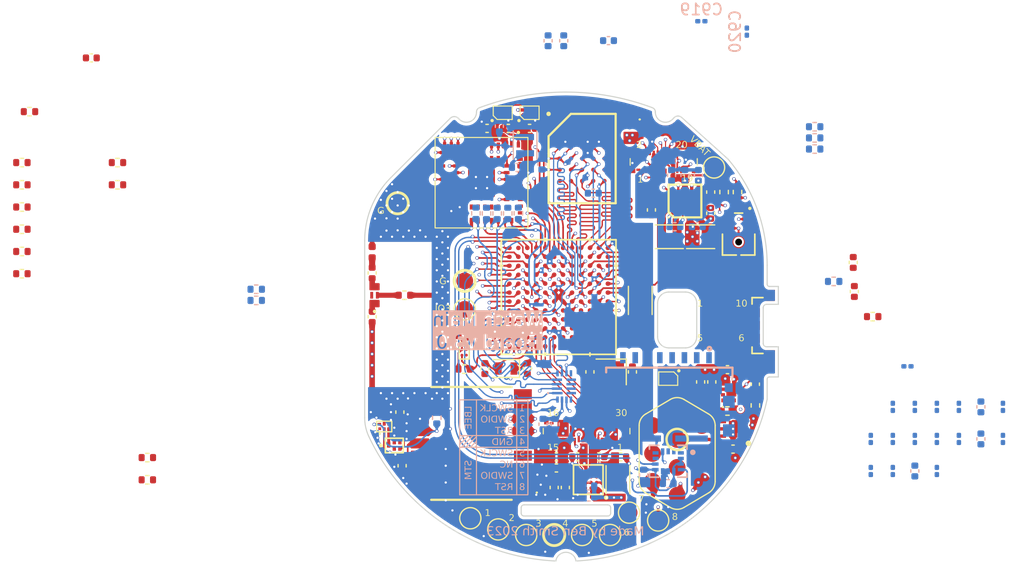
<source format=kicad_pcb>
(kicad_pcb (version 20240108) (generator "pcbnew") (generator_version "8.0")
  (layers (0 "F.Cu" signal) (1 "In1.Cu" power) (2 "In2.Cu" signal) (3 "In3.Cu" power) (4 "In4.Cu" power) (5 "In5.Cu" signal) (6 "In6.Cu" power) (31 "B.Cu" signal) (34 "B.Paste" user) (35 "F.Paste" user) (36 "B.SilkS" user "B.Silkscreen") (37 "F.SilkS" user "F.Silkscreen") (38 "B.Mask" user) (39 "F.Mask" user) (44 "Edge.Cuts" user))
  (net 0 "")
  (net 2 "+VSYS")
  (net 3 "GND")
  (net 4 "/Power/SWB_3V3")
  (net 5 "+3V3")
  (net 6 "/WiFi and Bluetooth/LBEE_VBAT")
  (net 7 "/WiFi and Bluetooth/VIN_LDO")
  (net 8 "/Power/SWA_3V3")
  (net 12 "+VBAT")
  (net 13 "+1V8")
  (net 15 "/Power/SW_1V8")
  (net 18 "VDD")
  (net 19 "VBUS")
  (net 20 "/AVDD")
  (net 21 "/ELVDD")
  (net 22 "/ELVSS")
  (net 23 "/STM32 Power/VREF+")
  (net 24 "/STM32 Power/VDD11")
  (net 25 "/WiFi and Bluetooth/LBEE_VDDIO")
  (net 26 "/OSPI1.CLKN")
  (net 27 "/OSPI1.CLKP")
  (net 29 "/OSPI1.CS")
  (net 30 "/OSPI1.DQS")
  (net 31 "/OSPI1.IO2")
  (net 33 "/OSPI1.IO1")
  (net 34 "/OSPI1.IO0")
  (net 35 "/OSPI1.IO3")
  (net 36 "/OSPI1.IO4")
  (net 37 "/OSPI1.IO7")
  (net 38 "/OSPI1.IO6")
  (net 39 "/OSPI1.IO5")
  (net 40 "/BTN")
  (net 41 "/Micro SD/DAT2")
  (net 42 "/Micro SD/DAT3")
  (net 43 "/Micro SD/CMD")
  (net 44 "/Micro SD/DAT0")
  (net 45 "/Micro SD/DAT1")
  (net 47 "/DSI.D0P")
  (net 48 "/DSI.D0N")
  (net 49 "/DSI.CKP")
  (net 50 "/DSI.CKN")
  (net 51 "/RF_1.575G")
  (net 54 "/PWR_INT")
  (net 55 "/PWR_ENCHG")
  (net 56 "/USB.DN")
  (net 57 "/SDMMC1.D2")
  (net 58 "/SDMMC1.D3")
  (net 59 "/SDMMC1.D0")
  (net 60 "/SDMMC1.D1")
  (net 61 "/SDMMC1.CK")
  (net 62 "/I2C2.SCL")
  (net 63 "/SDMMC1.CMD")
  (net 64 "/I2C2.SDA")
  (net 65 "/Power/THR")
  (net 66 "/WL_BT_PWR_EN")
  (net 67 "/FLASH_RST")
  (net 68 "/FLASH_INT")
  (net 69 "/USB.DP")
  (net 70 "/STM32/OSC32_IN")
  (net 71 "/FLASH_RSTO")
  (net 72 "/STM32/OSC32_OUT")
  (net 73 "/SD_EN")
  (net 74 "/SDMMC1.CKIN")
  (net 75 "/STM32/OSC_IN")
  (net 76 "/STM32/OSC_OUT")
  (net 77 "/I2C3.SCL")
  (net 78 "/I2C3.SDA")
  (net 79 "/MAG_INT")
  (net 80 "/GNSS/RF_IN")
  (net 81 "/ALS_INT")
  (net 82 "/I2C5.SDA")
  (net 83 "/I2C5.SCL")
  (net 84 "/TP_INT")
  (net 85 "/I2C1.SCL")
  (net 86 "/SWIRE_IN")
  (net 87 "/STM32 Power/VLXSMPS")
  (net 88 "/TP_RST")
  (net 89 "/STM32/SWD.RST")
  (net 90 "/Antenna/Ft_GPS")
  (net 91 "/Antenna/Common")
  (net 92 "/DISPLAY_RST")
  (net 93 "/I2C1.SDA")
  (net 94 "/DSI_TE")
  (net 95 "/I2C6.SDA")
  (net 96 "/I2C6.SCL")
  (net 97 "/TOUCH_RST")
  (net 98 "/TOUCH_INT")
  (net 99 "/HR_INT")
  (net 100 "/I2C4.SCL")
  (net 101 "/Antenna/Ft_2.4GHz")
  (net 102 "/Antenna/Ft_5.5GHz")
  (net 103 "/Display Power/C1P")
  (net 104 "/Display Power/C1N")
  (net 105 "/Display Power/VON")
  (net 106 "/Display Power/VOUT")
  (net 107 "/I2C4.SDA")
  (net 108 "/WiFi and Bluetooth/SR_VLX")
  (net 109 "/SDMMC2.D2")
  (net 110 "/LRA_EN")
  (net 111 "/Display Power/LX1")
  (net 112 "/Display Power/LX2")
  (net 117 "/Sensors/C1")
  (net 126 "/SD_CD")
  (net 127 "/UART4.TX")
  (net 128 "/Power/VBUS_PROTECTED")
  (net 129 "/GPIO2")
  (net 132 "/GNSS/SAW_OUT")
  (net 133 "/GNSS/VCC_RF")
  (net 134 "/GNSS/LNA_OUT")
  (net 135 "/GNSS/LNA_IN")
  (net 136 "/GNSS/ANT_OFF")
  (net 137 "/UART4.RX")
  (net 151 "/STM32/SWD.SWDIO")
  (net 152 "/STM32/SWD.SWCLK")
  (net 153 "/Micro SD/+3V3_SD")
  (net 154 "/GPIO1")
  (net 155 "/SDMMC2.D1")
  (net 156 "/Micro SD/CLK")
  (net 157 "/STM32/GPIO3")
  (net 158 "/SDMMC2.D0")
  (net 159 "/SDMMC2.D3")
  (net 160 "/SDMMC2.CMD")
  (net 161 "/RF_2.4G{slash}5G")
  (net 162 "/ADF1_SDI0")
  (net 163 "/ADF1_CCK0")
  (net 164 "/SWIRE_OUT")
  (net 165 "/VBUS_ADC")
  (net 166 "/AVDD_ADC")
  (net 167 "/ELVDD_ADC")
  (net 168 "/ELVSS_ADC")
  (net 169 "/USART2.TX")
  (net 170 "/BT_EN")
  (net 171 "/BT_HOST_WAKE")
  (net 172 "/BT_DEV_WAKE")
  (net 173 "/WL_LPO_IN")
  (net 174 "/USART2.CTS")
  (net 175 "/USART2.RX")
  (net 176 "/WL_EN")
  (net 177 "/USART2.RTS")
  (net 178 "/WL_HOST_WAKE")
  (net 179 "/WiFi and Bluetooth/SWD.SWCLK")
  (net 180 "/WiFi and Bluetooth/SWD.SWDIO")
  (net 181 "/WiFi and Bluetooth/TRST")
  (net 182 "/USART1.TX")
  (net 183 "/GNSS_WAKEUP")
  (net 188 "/USART1.RX")
  (net 189 "/GNSS_PPS")
  (net 190 "/GNSS_RST")
  (net 197 "/SDMMC2.CK")
  (net 220 "/AVDDEN")
  (net 221 "/SPI1.CS")
  (net 222 "/SPI1.MISO")
  (net 223 "/SPI1.MOSI")
  (net 224 "/SPI1.SCK")
  (net 227 "/IMU_INT1")
  (net 228 "/IMU_INT2")
  (net 233 "Net-(L1602-Pad2)")
  (footprint "Capacitor_SMD:C_0402_1005Metric" (layer "F.Cu") (at 157.7 87.4 -90)
    (property "Reference" "C207" (hide yes))
    (property "Value" "10u")
  )
  (footprint "Capacitor_SMD:C_0402_1005Metric" (layer "F.Cu") (at 142.8 101.6 90)
    (property "Reference" "C803" (hide yes))
    (property "Value" "6p")
  )
  (footprint "Capacitor_SMD:C_0402_1005Metric" (layer "F.Cu") (at 135.2 105.5 90)
    (property "Reference" "C402" (hide yes))
    (property "Value" "120p")
  )
  (footprint "Capacitor_SMD:C_0402_1005Metric" (layer "F.Cu") (at 132.72 96.962 90)
    (property "Reference" "C1601" (hide yes))
    (property "Value" "43p")
  )
  (footprint "TestPoint:TestPoint_Pad_D1.5mm" (layer "F.Cu") (at 154 116.5)
    (property "Reference" "TP899" (hide yes))
    (property "Value" "1.5mm")
  )
  (footprint "watch_footprints:Watch Outline V3" (layer "F.Cu") (at 150 99)
    (property "Reference" "U101" (hide yes))
    (property "Value" "Watch_Outline_V2")
    (fp_line (start -17.948965 -8.836297) (end -17.948965 7.002062) (stroke (width 0.1)) (layer "Edge.Cuts"))
    (fp_line (start -15.605819 -14.493152) (end -10.288914 -19.810056) (stroke (width 0.1)) (layer "Edge.Cuts"))
    (fp_line (start -9.485361 -19.71361) (end -9.581808 -19.810056) (stroke (width 0.1)) (layer "Edge.Cuts"))
    (fp_line (start -7.948965 -20.350006) (end -7.948965 -20.374477) (stroke (width 0.1)) (layer "Edge.Cuts"))
    (fp_line (start -3.949575 15.549994) (end -3.949575 15.049994) (stroke (width 0.1)) (layer "Edge.Cuts"))
    (fp_line (start -3.699575 14.799994) (end 3.800425 14.799994) (stroke (width 0.1)) (layer "Edge.Cuts"))
    (fp_line (start 3.800425 15.799994) (end -3.699575 15.799994) (stroke (width 0.1)) (layer "Edge.Cuts"))
    (fp_line (start 4.050425 15.049994) (end 4.050425 15.549994) (stroke (width 0.1)) (layer "Edge.Cuts"))
    (fp_line (start 8.051035 -20.350006) (end 8.051035 -20.374477) (stroke (width 0.1)) (layer "Edge.Cuts"))
    (fp_line (start 8.250425 -0.250006) (end 8.250425 -3.250006) (stroke (width 0.1)) (layer "Edge.Cuts"))
    (fp_line (start 9.250425 -4.250006) (end 10.750425 -4.250006) (stroke (width 0.1)) (layer "Edge.Cuts"))
    (fp_line (start 9.619999 -19.747938) (end 9.703197 -19.840379) (stroke (width 0.1)) (layer "Edge.Cuts"))
    (fp_line (start 10.750425 0.749994) (end 9.250425 0.749994) (stroke (width 0.1)) (layer "Edge.Cuts"))
    (fp_line (start 11.750425 -3.250006) (end 11.750425 -0.250006) (stroke (width 0.1)) (layer "Edge.Cuts"))
    (fp_line (start 14.551035 -16.150006) (end 10.409326 -19.877544) (stroke (width 0.1)) (layer "Edge.Cuts"))
    (fp_line (start 18.051035 -6.650006) (end 18.051035 -4.95) (stroke (width 0.1)) (layer "Edge.Cuts"))
    (fp_line (start 18.051035 3.549994) (end 18.051035 5.349994) (stroke (width 0.1)) (layer "Edge.Cuts"))
    (fp_line (start 18.251035 -4.75) (end 19.051035 -4.75) (stroke (width 0.1)) (layer "Edge.Cuts"))
    (fp_line (start 19.051035 -4.75) (end 19.051035 -3.150006) (stroke (width 0.1)) (layer "Edge.Cuts"))
    (fp_line (start 19.051035 0.649994) (end 19.051035 3.349994) (stroke (width 0.1)) (layer "Edge.Cuts"))
    (fp_line (start 19.051035 3.349994) (end 18.251035 3.349994) (stroke (width 0.1)) (layer "Edge.Cuts"))
    (fp_arc (start -17.948965 -8.836297) (mid -17.340003 -11.897765) (end -15.605819 -14.493151) (stroke (width 0.1)) (layer "Edge.Cuts"))
    (fp_arc (start -17.561868 8.718724) (mid -17.850991 7.881945) (end -17.948965 7.002062) (stroke (width 0.1)) (layer "Edge.Cuts"))
    (fp_arc (start -10.288914 -19.810056) (mid -9.935361 -19.956503) (end -9.581808 -19.810056) (stroke (width 0.1)) (layer "Edge.Cuts"))
    (fp_arc (start -7.948965 -20.374477) (mid -7.877664 -20.602427) (end -7.689165 -20.749102) (stroke (width 0.1)) (layer "Edge.Cuts"))
    (fp_arc (start -7.948965 -20.350006) (mid -8.504547 -19.518507) (end -9.485361 -19.71361) (stroke (width 0.1)) (layer "Edge.Cuts"))
    (fp_arc (start -7.689165 -20.749103) (mid 0.051035 -22.150006) (end 7.791235 -20.749103) (stroke (width 0.1)) (layer "Edge.Cuts"))
    (fp_arc (start -3.949575 15.049994) (mid -3.876352 14.873217) (end -3.699575 14.799994) (stroke (width 0.1)) (layer "Edge.Cuts"))
    (fp_arc (start -3.699575 15.799994) (mid -3.876359 15.726778) (end -3.949575 15.549994) (stroke (width 0.1)) (layer "Edge.Cuts"))
    (fp_arc (start -0.848965 19.829213) (mid 0.050425 19.049986) (end 0.950859 19.828005) (stroke (width 0.1)) (layer "Edge.Cuts"))
    (fp_arc (start -0.848965 19.829214) (mid -10.744456 16.589063) (end -17.561868 8.718724) (stroke (width 0.1)) (layer "Edge.Cuts"))
    (fp_arc (start 3.800425 14.799994) (mid 3.977188 14.873226) (end 4.050425 15.049994) (stroke (width 0.1)) (layer "Edge.Cuts"))
    (fp_arc (start 4.050425 15.549994) (mid 3.977209 15.726779) (end 3.800425 15.799994) (stroke (width 0.1)) (layer "Edge.Cuts"))
    (fp_arc (start 7.791235 -20.749102) (mid 7.979699 -20.602406) (end 8.051035 -20.374477) (stroke (width 0.1)) (layer "Edge.Cuts"))
    (fp_arc (start 8.250425 -3.250006) (mid 8.543326 -3.957105) (end 9.250425 -4.250006) (stroke (width 0.1)) (layer "Edge.Cuts"))
    (fp_arc (start 9.250425 0.749994) (mid 8.543304 0.457109) (end 8.250425 -0.250006) (stroke (width 0.1)) (layer "Edge.Cuts"))
    (fp_arc (start 9.62 -19.747938) (mid 8.628588 -19.509723) (end 8.051035 -20.350006) (stroke (width 0.1)) (layer "Edge.Cuts"))
    (fp_arc (start 9.703197 -19.840379) (mid 10.048566 -20.005201) (end 10.409326 -19.877544) (stroke (width 0.1)) (layer "Edge.Cuts"))
    (fp_arc (start 10.750425 -4.250006) (mid 11.457518 -3.957104) (end 11.750425 -3.250006) (stroke (width 0.1)) (layer "Edge.Cuts"))
    (fp_arc (start 11.750425 -0.250006) (mid 11.457539 0.457109) (end 10.750425 0.749994) (stroke (width 0.1)) (layer "Edge.Cuts"))
    (fp_arc (start 14.551035 -16.150006) (mid 17.148205 -11.712121) (end 18.051035 -6.650006) (stroke (width 0.1)) (layer "Edge.Cuts"))
    (fp_arc (start 18.051035 3.549994) (mid 18.109612 3.408554) (end 18.251035 3.349994) (stroke (width 0.1)) (layer "Edge.Cuts"))
    (fp_arc (start 18.051035 5.349994) (mid 11.954985 15.487497) (end 0.950859 19.828005) (stroke (width 0.1)) (layer "Edge.Cuts"))
    (fp_arc (start 18.251035 -4.75) (mid 18.109591 -4.808566) (end 18.051035 -4.95) (stroke (width 0.1)) (layer "Edge.Cuts"))
  )
  (footprint "Resistor_SMD:R_0402_1005Metric" (layer "F.Cu") (at 165.4 85.8 -90)
    (property "Reference" "R202" (hide yes))
    (property "Value" "100k")
  )
  (footprint "TestPoint:TestPoint_Pad_D1.5mm" (layer "F.Cu") (at 158.3 115.2)
    (property "Reference" "TP803" (hide yes))
    (property "Value" "1.5mm")
  )
  (footprint "Capacitor_SMD:C_0402_1005Metric" (layer "F.Cu") (at 150 112.25 90)
    (property "Reference" "C1403" (hide yes))
    (property "Value" "1u")
  )
  (footprint "TestPoint:TestPoint_Pad_D1.5mm" (layer "F.Cu") (at 141 93.75)
    (property "Reference" "TP203" (hide yes))
    (property "Value" "1.5mm")
  )
  (footprint "Capacitor_SMD:C_0402_1005Metric" (layer "F.Cu") (at 144.9 80.1 180)
    (property "Reference" "C301" (hide yes))
    (property "Value" "10u")
  )
  (footprint "Inductor_SMD:L_Murata_DFE201610P" (layer "F.Cu") (at 154.7 111.55 90)
    (property "Reference" "L1401" (hide yes))
    (property "Value" "2u2")
  )
  (footprint "watch_footprints:AXG130144" (layer "F.Cu") (at 151.9 107.2 180)
    (property "Reference" "J501" (hide yes))
    (property "Value" "AXG130144" (hide yes))
  )
  (footprint "watch_footprints:AXG120144" (layer "F.Cu") (at 158.8 83.1)
    (property "Reference" "J701" (hide yes))
    (property "Value" "AXG120144" (hide yes))
  )
  (footprint "Capacitor_SMD:C_0402_1005Metric" (layer "F.Cu") (at 135.4 110.3 -90)
    (property "Reference" "C401" (hide yes))
    (property "Value" "10n")
  )
  (footprint "watch_footprints:BGA6C50P2X3_97X147X60" (layer "F.Cu") (at 146.8 78.7 90)
    (property "Reference" "IC301" (hide yes))
    (property "Value" "LQ05041QCS6" (hide yes))
  )
  (footprint "Inductor_SMD:L_0402_1005Metric" (layer "F.Cu") (at 133.2 103.8)
    (property "Reference" "L1601" (hide yes))
    (property "Value" "1n5")
  )
  (footprint "Resistor_SMD:R_0402_1005Metric" (layer "F.Cu") (at 101.39 87.14)
    (property "Reference" "R1403" (hide yes))
    (property "Value" "220k")
  )
  (footprint "TestPoint:TestPoint_Pad_D1.5mm" (layer "F.Cu") (at 141 96.3)
    (property "Reference" "TP804" (hide yes))
    (property "Value" "1.5mm")
  )
  (footprint "TestPoint:TestPoint_Pad_D1.5mm" (layer "F.Cu") (at 141.5 115 90)
    (property "Reference" "TP301" (hide yes))
    (property "Value" "1.5mm")
  )
  (footprint "Inductor_SMD:L_0402_1005Metric" (layer "F.Cu") (at 132.72 91.18 90)
    (property "Reference" "L1602" (hide yes))
    (property "Value" "0n6")
  )
  (footprint "TestPoint:TestPoint_Pad_D1.5mm" (layer "F.Cu") (at 149 116.5)
    (property "Reference" "TP204" (hide yes))
    (property "Value" "1.5mm")
  )
  (footprint "Resistor_SMD:R_0402_1005Metric" (layer "F.Cu") (at 101.39 89.13)
    (property "Reference" "R1404" (hide yes))
    (property "Value" "100k")
  )
  (footprint "Capacitor_SMD:C_0402_1005Metric" (layer "F.Cu") (at 164.5 101.7)
    (property "Reference" "C1305" (hide yes))
    (property "Value" "100n")
  )
  (footprint "Capacitor_SMD:C_0402_1005Metric" (layer "F.Cu") (at 151.1 109.5 180)
    (property "Reference" "C1407" (hide yes))
    (property "Value" "10u")
  )
  (footprint "Resistor_SMD:R_0402_1005Metric" (layer "F.Cu") (at 140.95 101.65)
    (property "Reference" "R804" (hide yes))
    (property "Value" "4k7")
  )
  (footprint "watch_footprints:10-Pin Pogo Connector" (layer "F.Cu") (at 160 109.2)
    (property "Reference" "J1701" (hide yes))
    (property "Value" "10-Pin Pogo Connector")
  )
  (footprint "Crystal:Crystal_SMD_2016-4Pin_2.0x1.6mm" (layer "F.Cu") (at 154.1 101.9 180)
    (property "Reference" "Y801" (hide yes))
    (property "Value" "16MHz")
  )
  (footprint "Resistor_SMD:R_0402_1005Metric" (layer "F.Cu") (at 101.39 85.15)
    (property "Reference" "R1402" (hide yes))
    (property "Value" "100k")
  )
  (footprint "watch_footprints:UFBGA144_STM" (layer "F.Cu") (at 149.4 95.2 90)
    (property "Reference" "U801" (hide yes))
    (property "Value" "STM32U5G9ZJJ6Q")
  )
  (footprint "Capacitor_SMD:C_0402_1005Metric" (layer "F.Cu") (at 163.1 102.8 -90)
    (property "Reference" "C1306" (hide yes))
    (property "Value" "100n")
  )
  (footprint "watch_footprints:AXF5A1012A" (layer "F.Cu") (at 163.85 97.25 90)
    (property "Reference" "J601" (hide yes))
    (property "Value" "AXF5A1012A")
  )
  (footprint "watch_footprints:B39162B4327P810" (layer "F.Cu") (at 134.7 108.4875)
    (property "Reference" "FL401" (hide yes))
    (property "Value" "B39162B4327P810" (hide yes))
  )
  (footprint "watch_footprints:SON65P200X200X65-7N-D" (layer "F.Cu") (at 165 107 180)
    (property "Reference" "IC1302" (hide yes))
    (property "Value" "OPT3004DNPR" (hide yes))
  )
  (footprint "Resistor_SMD:R_0402_1005Metric" (layer "F.Cu") (at 112.61 109.57)
    (property "Reference" "R811" (hide yes))
    (property "Value" "4k7")
  )
  (footprint "Capacitor_SMD:C_0402_1005Metric" (layer "F.Cu") (at 149.2 109.5 180)
    (property "Reference" "C1408" (hide yes))
    (property "Value" "22u")
  )
  (footprint "Capacitor_SMD:C_0402_1005Metric" (layer "F.Cu") (at 146.6 101.6 90)
    (property "Reference" "C804" (hide yes))
    (property "Value" "6p")
  )
  (footprint "Resistor_SMD:R_0402_1005Metric" (layer "F.Cu") (at 101.39 83.16)
    (property "Reference" "R1401" (hide yes))
    (property "Value" "220k")
  )
  (footprint "TestPoint:TestPoint_Pad_D1.5mm" (layer "F.Cu") (at 135 86.8)
    (property "Reference" "TP202" (hide yes))
    (property "Value" "1.5mm")
  )
  (footprint "watch_footprints:ADP5360ACBZ1R7" (layer "F.Cu") (at 160.7 86.6 90)
    (property "Reference" "IC201" (hide yes))
    (property "Value" "ADP5360ACBZ-2-R7" (hide yes))
  )
  (footprint "TestPoint:TestPoint_Pad_D1.5mm" (layer "F.Cu") (at 151.5 116.5)
    (property "Reference" "TP802" (hide yes))
    (property "Value" "1.5mm")
  )
  (footprint "Capacitor_SMD:C_0402_1005Metric" (layer "F.Cu") (at 132.72 93.042 90)
    (property "Reference" "C1602" (hide yes))
    (property "Value" "7p5")
  )
  (footprint "TestPoint:TestPoint_Pad_D1.5mm" (layer "F.Cu") (at 146.5 116.5 90)
    (property "Reference" "TP303" (hide yes))
    (property "Value" "1.5mm")
  )
  (footprint "Capacitor_SMD:C_0402_1005Metric" (layer "F.Cu") (at 149 112.25 -90)
    (property "Reference" "C1405" (hide yes))
    (property "Value" "4u7")
  )
  (footprint "watch_footprints:PG-TLGA-5-2_INF" (layer "F.Cu") (at 165.5 89.5614 90)
    (property "Reference" "MIC1201" (hide yes))
    (property "Value" "IM70D122V01XTMA1")
  )
  (footprint "Capacitor_SMD:C_0402_1005Metric" (layer "F.Cu") (at 156 101.9 90)
    (property "Reference" "C802" (hide yes))
    (property "Value" "6p")
  )
  (footprint "Capacitor_SMD:C_0402_1005Metric" (layer "F.Cu") (at 107.6 73.79)
    (property "Reference" "C1201" (hide yes))
    (property "Value" "100n")
  )
  (footprint "Capacitor_SMD:C_0402_1005Metric" (layer "F.Cu") (at 163 85.8 -90)
    (property "Reference" "C202" (hide yes))
    (property "Value" "1u")
  )
  (footprint "TestPoint:TestPoint_Pad_D1.5mm" (layer "F.Cu") (at 155.7 114.5)
    (property "Reference" "TP801" (hide yes))
    (property "Value" "1.5mm")
  )
  (footprint "watch_footprints:DMP2104LP7" (layer "F.Cu") (at 157.1 80.3 180)
    (property "Reference" "Q201" (hide yes))
    (property "Value" "DMP2104LP-7" (hide yes))
  )
  (footprint "Resistor_SMD:R_0402_1005Metric" (layer "F.Cu") (at 164.2 85.8 -90)
    (property "Reference" "R201" (hide yes))
    (property "Value" "10k")
  )
  (footprint "Resistor_SMD:R_0402_1005Metric" (layer "F.Cu") (at 101.39 93.11)
    (property "Reference" "R1406" (hide yes))
    (property "Value" "100k")
  )
  (footprint "watch_footprints:TESEOLIV3FL" (layer "F.Cu") (at 141.6 108.3 90)
    (property "Reference" "U401" (hide yes))
    (property "Value" "TESEO-LIV3FL" (hide yes))
  )
  (footprint "watch_footprints:LBEE5PK2AE-564" (layer "F.Cu") (at 142.5 84.9625 180)
    (property "Reference" "U301" (hide yes))
    (property "Value" "LBEE5PK2AE_564")
  )
  (footprint "Capacitor_SMD:C_0402_1005Metric" (layer "F.Cu") (at 165 108.8125 180)
    (property "Reference" "C1307" (hide yes))
    (property "Value" "100n")
  )
  (footprint "Resistor_SMD:R_0402_1005Metric" (layer "F.Cu") (at 109.94 83.16)
    (property "Reference" "R701" (hide yes))
    (property "Value" "330k")
  )
  (footprint "watch_footprints:IIS2MDCTR" (layer "F.Cu") (at 164.85 103.7 90)
    (property "Reference" "IC1301" (hide yes))
    (property "Value" "IIS2MDCTR" (hide yes))
  )
  (footprint "Capacitor_SMD:C_0402_1005Metric" (layer "F.Cu") (at 149.2 110.5 180)
    (property "Reference" "C1409" (hide yes))
    (property "Value" "22u")
  )
  (footprint "Inductor_SMD:L_0402_1005Metric" (layer "F.Cu") (at 133.2 89.7)
    (property "Reference" "L1603" (hide yes))
    (property "Value" "2n7")
  )
  (footprint "Resistor_SMD:R_0402_1005Metric" (layer "F.Cu") (at 112.61 111.56)
    (property "Reference" "R807" (hide yes))
    (property "Value" "4k7")
  )
  (footprint "Capacitor_SMD:C_0402_1005Metric" (layer "F.Cu") (at 152.2 101.9 -90)
    (property "Reference" "C801" (hide yes))
    (property "Value" "6p")
  )
  (footprint "Resistor_SMD:R_0402_1005Metric" (layer "F.Cu") (at 135.608 95.035)
    (property "Reference" "R1601" (hide yes))
    (property "Value" "0R")
  )
  (footprint "Capacitor_SMD:C_0402_1005Metric" (layer "F.Cu") (at 146.8 80.1)
    (property "Reference" "C303" (hide yes))
    (property "Value" "100n")
  )
  (footprint "watch_footprints:RT4730WSC" (layer "F.Cu") (at 152.05 111.55 180)
    (property "Reference" "U1401" (hide yes))
    (property "Value" "RT4730WSC")
  )
  (footprint "Resistor_SMD:R_0402_1005Metric" (layer "F.Cu") (at 102.07 78.6)
    (property "Reference" "R101" (hide yes))
    (property "Value" "0R")
  )
  (footprint "TestPoint:TestPoint_Pad_D1.5mm" (layer "F.Cu") (at 163.3 83.6)
    (property "Reference" "TP201" (hide yes))
    (property "Value" "1.5mm")
  )
  (footprint "watch_footprints:BGS12SN6E6327XTSA1" (layer "F.Cu") (at 133.8 106.9625 90)
    (property "Reference" "IC401" (hide yes))
    (property "Value" "BGA725L6E6327FTSA1" (hide yes))
  )
  (footprint "Capacitor_SMD:C_0402_1005Metric" (layer "F.Cu") (at 175.85 94.7 -90)
    (property "Reference" "C1501" (hide yes))
    (property "Value" "10n")
  )
  (footprint "watch_footprints:BGA4C50P2X2_70X98X33" (layer "F.Cu") (at 140.95 100.15)
    (property "Reference" "IC1801" (hide yes))
    (property "Value" "M24256X-FCU6T_VF" (hide yes))
  )
  (footprint "Capacitor_SMD:C_0402_1005Metric" (layer "F.Cu") (at 154.95 109.5)
    (property "Reference" "C1404" (hide yes))
    (property "Value" "10u")
  )
  (footprint "Inductor_SMD:L_Murata_DFE201610P" (layer "F.Cu") (at 159.3 89.8 180)
    (property "Reference" "L202" (hide yes))
    (property "Value" "4u7")
  )
  (footprint "Capacitor_SMD:C_0402_1005Metric" (layer "F.Cu") (at 143 80.1 180)
    (property "Reference" "C304" (hide yes))
    (property "Value" "100n")
  )
  (footprint "Crystal:Crystal_SMD_2012-2Pin_2.0x1.2mm" (layer "F.Cu") (at 144.7 101.6 180)
    (property "Reference" "Y802" (hide yes))
    (property "Value" "32.768kHz")
  )
  (footprint "Resistor_SMD:R_0402_1005Metric" (layer "F.Cu") (at 101.39 91.12)
    (property "Reference" "R1405" (hide yes))
    (property "Value" "22k")
  )
  (footprint "TestPoint:TestPoint_Pad_D1.5mm" (layer "F.Cu") (at 144 116 90)
    (property "Reference" "TP302" (hide yes))
    (property "Value" "1.5mm")
  )
  (footprint "watch_footprints:Panasonic-EVP-AEJB2A-MFG" (layer "F.Cu") (at 168.1 97.75 90)
    (property "Reference" "SW1501" (hide yes))
    (property "Value" "EVP-AEJB2A" (hide yes))
    (fp_line (start -1.6 -0.4) (end 1.6 -0.4) (stroke (width 0.1)) (layer "Edge.Cuts"))
    (fp_line (start 1.9 -0.1) (end 1.9 0.95) (stroke (width 0.1)) (layer "Edge.Cuts"))
    (fp_line (start -1.9 -0.1) (end -1.9 0.95) (stroke (width 0.1)) (layer "Edge.Cuts"))
    (fp_arc (start 1.6 -0.4) (mid 1.812132 -0.312132) (end 1.9 -0.1) (stroke (width 0.1)) (layer "Edge.Cuts"))
    (fp_arc (start -1.9 -0.1) (mid -1.812132 -0.312132) (end -1.6 -0.4) (stroke (width 0.1)) (layer "Edge.Cuts"))
  )
  (footprint "Resistor_SMD:R_0402_1005Metric" (layer "F.Cu") (at 140.95 98.65)
    (property "Reference" "R802" (hide yes))
    (property "Value" "4k7")
  )
  (footprint "Inductor_SMD:L_0402_1005Metric" (layer "F.Cu") (at 136.75 88 45)
    (property "Reference" "L1604" (hide yes))
    (property "Value" "1n5")
  )
  (footprint "Resistor_SMD:R_0402_1005Metric" (layer "F.Cu") (at 164.5 105.4 180)
    (property "Reference" "R810" (hide yes))
    (property "Value" "4k7")
  )
  (footprint "Resistor_SMD:R_0402_1005Metric" (layer "F.Cu") (at 109.94 85.15)
    (property "Reference" "R702" (hide yes))
    (property "Value" "100k")
  )
  (footprint "Capacitor_SMD:C_0402_1005Metric" (layer "F.Cu") (at 153 109.5)
    (property "Reference" "C1406" (hide yes))
    (property "Value" "4u7")
  )
  (footprint "Capacitor_SMD:C_0402_1005Metric" (layer "F.Cu") (at 163 87.7 -90)
    (property "Reference" "C204" (hide yes))
    (property "Value" "10u")
  )
  (footprint "watch_footprints:BGA24C100P5X5_600X800X100" (layer "F.Cu") (at 151.5 82.8)
    (property "Reference" "IC1001" (hide yes))
    (property "Value" "S26HS512TGABHI000" (hide yes))
  )
  (footprint "Inductor_SMD:L_Murata_DFE201610P" (layer "F.Cu") (at 156.7 95.5 90)
    (property "Reference" "L901" (hide yes))
    (property "Value" "2u2")
  )
  (footprint "Inductor_SMD:L_0402_1005Metric" (layer "F.Cu") (at 133.2 105.1 -45)
    (property "Reference" "L401" (hide yes))
    (property "Value" "7n5")
  )
  (footprint "Capacitor_SMD:C_0402_1005Metric" (layer "F.Cu") (at 162.1 102.8 -90)
    (property "Reference" "C1303" (hide yes))
    (property "Value" "10u")
  )
  (footprint "Capacitor_SMD:C_0402_1005Metric" (layer "F.Cu") (at 167 103 90)
    (property "Reference" "C1301" (hide yes))
    (property "Value" "220n")
  )
  (footprint "watch_footprints:ANT161575TT3000A1" (layer "F.Cu") (at 132.931 95.036 90)
    (property "Reference" "ANT1601" (hide yes))
    (property "Value" "ANT161575TT-3000A1" (hide yes))
  )
  (footprint "Resistor_SMD:R_0402_1005Metric" (layer "F.Cu") (at 177.49 96.95)
    (property "Reference" "R601" (hide yes))
    (property "Value" "100k")
  )
  (footprint "Capacitor_SMD:C_0402_1005Metric" (layer "F.Cu") (at 175.75 92.1 90)
    (property "Reference" "C1101" (hide yes))
    (property "Value" "10u")
  )
  (footprint "watch_footprints:GPS & BT Antenna" (layer "F.Cu") (at 138.341533 96.66 90)
    (property "Reference" "U1601" (hide yes))
    (property "Value" "GPS_&_BT_Antenna_Keepout")
  )
  (footprint "Resistor_SMD:R_0402_1005Metric" (layer "F.Cu") (at 167 104.9 90)
    (property "Reference" "R812" (hide yes))
    (property "Value" "4k7")
  )
  (footprint "Inductor_SMD:L_Murata_DFE201610P" (layer "F.Cu") (at 162.1 89.8 180)
    (property "Reference" "L201" (hide yes))
    (property "Value" "4u7")
  )
  (footprint "watch_footprints:BGA6C50P2X3_97X147X60" (layer "F.Cu") (at 144.4 78.7 90)
    (property "Reference" "IC302" (hide yes))
    (property "Value" "LQ05041QCS6" (hide yes))
  )
  (footprint "watch_footprints:BGA6C50P2X3_97X147X60" (layer "F.Cu") (at 159.2 102.5 -90)
    (property "Reference" "IC1101" (hide yes))
    (property "Value" "LQ05041QCS6" (hide yes))
  )
  (footprint "Inductor_SMD:L_Murata_DFE201610P" (layer "B.Cu") (at 146.4 81.6 90)
    (property "Reference" "L301" (hide yes))
    (property "Value" "2u2")
  )
  (footprint "Resistor_SMD:R_0402_1005Metric" (layer "B.Cu") (at 145.8 87.7 -90)
    (property "Reference" "R302" (hide yes))
    (property "Value" "47k")
  )
  (footprint "Capacitor_SMD:C_0201_0603Metric" (layer "B.Cu") (at 179.29 107.9 -90)
    (property "Reference" "C909" (hide yes))
    (property "Value" "100n")
  )
  (footprint "Capacitor_SMD:C_0402_1005Metric" (layer "B.Cu") (at 161.8 88.9)
    (property "Reference" "C206" (hide yes))
    (property "Value" "10u")
  )
  (footprint "Capacitor_SMD:C_0402_1005Metric" (layer "B.Cu") (at 145.7 83.6)
    (property "Reference" "C305" (hide yes))
    (property "Value" "4u7")
  )
  (footprint "Capacitor_SMD:C_0402_1005Metric" (layer "B.Cu") (at 187.17 105.03 -90)
    (property "Reference" "C906" (hide yes))
    (property "Value" "10u")
  )
  (footprint "Resistor_SMD:R_0402_1005Metric" (layer "B.Cu") (at 142.95 87.71 -90)
    (property "Reference" "R303" (hide yes))
    (property "Value" "47k")
  )
  (footprint "Capacitor_SMD:C_0402_1005Metric" (layer "B.Cu") (at 148 106.58 -90)
    (property "Reference" "C403" (hide yes))
    (property "Value" "100n")
  )
  (footprint "Capacitor_SMD:C_0402_1005Metric" (layer "B.Cu") (at 152.5 85.9)
    (property "Reference" "C1003" (hide yes))
    (property "Value" "100n")
  )
  (footprint "Capacitor_SMD:C_0201_0603Metric" (layer "B.Cu") (at 185.2 107.9 90)
    (property "Reference" "C912" (hide yes))
    (property "Value" "100n")
  )
  (footprint "Capacitor_SMD:C_0402_1005Metric" (layer "B.Cu") (at 157 111.13 -90)
    (property "Reference" "C1304" (hide yes))
    (property "Value" "100n")
  )
  (footprint "Capacitor_SMD:C_0402_1005Metric" (layer "B.Cu") (at 152.1 112.1 180)
    (property "Reference" "C1401" (hide yes))
    (property "Value" "10u")
  )
  (footprint "watch_footprints:NVT4858HKZ" (layer "B.Cu") (at 149.9 103.2)
    (property "Reference" "IC1102" (hide yes))
    (property "Value" "NVT4858HKZ" (hide yes))
  )
  (footprint "Capacitor_SMD:C_0201_0603Metric" (layer "B.Cu") (at 177.32 107.9 90)
    (property "Reference" "C908" (hide yes))
    (property "Value" "100n")
  )
  (footprint "Capacitor_SMD:C_0402_1005Metric" (layer "B.Cu") (at 149.856 72.254 -90)
    (property "Reference" "C1005" (hide yes))
    (property "Value" "100n")
  )
  (footprint "Resistor_SMD:R_0402_1005Metric" (layer "B.Cu") (at 122.35 95.5 180)
    (property "Reference" "R809" (hide yes))
    (property "Value" "4k7")
  )
  (footprint "Capacitor_SMD:C_0201_0603Metric" (layer "B.Cu") (at 181.26 105.03 90)
    (property "Reference" "C903" (hide yes))
    (property "Value" "100n")
  )
  (footprint "Capacitor_SMD:C_0201_0603Metric" (layer "B.Cu") (at 181.26 107.9 90)
    (property "Reference" "C910" (hide yes))
    (property "Value" "1u")
  )
  (footprint "Capacitor_SMD:C_0402_1005Metric" (layer "B.Cu") (at 160.7 84.3 90)
    (property "Reference" "C203" (hide yes))
    (property "Value" "10u")
  )
  (footprint "Resistor_SMD:R_0402_1005Metric" (layer "B.Cu") (at 172.3 79.95)
    (property "Reference" "R806" (hide yes))
    (property "Value" "4k7")
  )
  (footprint "Resistor_SMD:R_0402_1005Metric" (layer "B.Cu") (at 172.3 80.95)
    (property "Reference" "R805" (hide yes))
    (property "Value" "4k7")
  )
  (footprint "Capacitor_SMD:C_0201_0603Metric" (layer "B.Cu") (at 183.23 107.9 -90)
    (property "Reference" "C911" (hide yes))
    (property "Value" "100n")
  )
  (footprint "watch_footprints:LGA14_LSM6_STM" (layer "B.Cu") (at 159.2 109.9 180)
    (property "Reference" "U1301" (hide yes))
    (property "Value" "LSM6DSO16IS")
  )
  (footprint "Resistor_SMD:R_0402_1005Metric" (layer "B.Cu") (at 174 93.8 180)
    (property "Reference" "R808" (hide yes))
    (property "Value" "4k7")
  )
  (footprint "Capacitor_SMD:C_0201_0603Metric" (layer "B.Cu") (at 183.23 105.03 -90)
    (property "Reference" "C904" (hide yes))
    (property "Value" "100n")
  )
  (footprint "Resistor_SMD:R_0402_1005Metric" (layer "B.Cu") (at 138.5 106 90)
    (property "Reference" "R401" (hide yes))
    (property "Value" "10k")
  )
  (footprint "Capacitor_SMD:C_0201_0603Metric" (layer "B.Cu") (at 185.2 105.03 -90)
    (property "Reference" "C905" (hide yes))
    (property "Value" "1u")
  )
  (footprint "Capacitor_SMD:C_0402_1005Metric" (layer "B.Cu") (at 149.1 106.58 -90)
    (property "Reference" "C1102" (hide yes))
    (property "Value" "100n")
  )
  (footprint "Capacitor_SMD:C_0201_0603Metric" (layer "B.Cu") (at 162.164 70.504 180)
    (property "Reference" "C919")
    (property "Value" "2u2")
  )
  (footprint "Capacitor_SMD:C_0201_0603Metric" (layer "B.Cu") (at 180.6 101.4 180)
    (property "Reference" "C901" (hide yes))
    (property "Value" "100n")
  )
  (footprint "Capacitor_SMD:C_0402_1005Metric" (layer "B.Cu") (at 187.17 107.9 -90)
    (property "Reference" "C913" (hide yes))
    (property "Value" "4u7")
  )
  (footprint "Capacitor_SMD:C_0402_1005Metric" (layer "B.Cu") (at 181.26 110.77 -90)
    (property "Reference" "C917" (hide yes))
    (property "Value" "10u")
  )
  (footprint "Capacitor_SMD:C_0402_1005Metric" (layer "B.Cu") (at 159.2 111.9 180)
    (property "Reference" "C1302" (hide yes))
    (property "Value" "100n")
  )
  (footprint "Capacitor_SMD:C_0201_0603Metric" (layer "B.Cu") (at 177.32 110.77 -90)
    (property "Reference" "C915" (hide yes))
    (property "Value" "100n")
  )
  (footprint "Capacitor_SMD:C_0201_0603Metric" (layer "B.Cu") (at 166.233 71.437 -90)
    (property "Reference" "C920")
    (property "Value" "2u2")
  )
  (footprint "Capacitor_SMD:C_0402_1005Metric" (layer "B.Cu") (at 144.1 79.9 90)
    (property "Reference" "C302" (hide yes))
    (property "Value" "10u")
  )
  (footprint "Capacitor_SMD:C_0402_1005Metric" (layer "B.Cu") (at 147.9 83.3 90)
    (property "Reference" "C1002" (hide yes))
    (property "Value" "1u")
  )
  (footprint "Capacitor_SMD:C_0201_0603Metric" (layer "B.Cu") (at 179.29 105.03 -90)
    (property "Reference" "C902" (hide yes))
    (property "Value" "100n")
  )
  (footprint "Capacitor_SMD:C_0201_0603Metric" (layer "B.Cu") (at 183.23 110.77 -90)
    (property "Reference" "C918" (hide yes))
    (property "Value" "100n")
  )
  (footprint "Capacitor_SMD:C_0402_1005Metric" (layer "B.Cu") (at 152.1 113.1 180)
    (property "Reference" "C1402" (hide yes))
    (property "Value" "4u7")
  )
  (footprint "Resistor_SMD:R_0402_1005Metric" (layer "B.Cu") (at 143.9 87.71 -90)
    (property "Reference" "R304" (hide yes))
    (property "Value" "47k")
  )
  (footprint "Capacitor_SMD:C_0201_0603Metric" (layer "B.Cu") (at 179.29 110.77 -90)
    (property "Reference" "C916" (hide yes))
    (property "Value" "100n")
  )
  (footprint "Resistor_SMD:R_0402_1005Metric" (layer "B.Cu") (at 144.85 87.71 -90)
    (property "Reference" "R301" (hide yes))
    (property "Value" "47k")
  )
  (footprint "Capacitor_SMD:C_0402_1005Metric" (layer "B.Cu") (at 148.456 72.254 -90)
    (property "Reference" "C1001" (hide yes))
    (property "Value" "1u")
  )
  (footprint "Resistor_SMD:R_0402_1005Metric" (layer "B.Cu") (at 122.35 94.5 180)
    (property "Reference" "R803" (hide yes))
    (property "Value" "4k7")
  )
  (footprint "Capacitor_SMD:C_0402_1005Metric" (layer "B.Cu") (at 161.9 84.3 90)
    (property "Reference" "C201" (hide yes))
    (property "Value" "2u2")
  )
  (footprint "watch_footprints:105162-0001" (layer "B.Cu") (at 159.251 104.569285)
    (property "Reference" "J1101" (hide yes))
    (property "Value" "105162-0001" (hide yes))
  )
  (footprint "Capacitor_SMD:C_0201_0603Metric" (layer "B.Cu") (at 189.14 105.03 90)
    (property "Reference" "C907" (hide yes))
    (property "Value" "100n")
  )
  (footprint "Resistor_SMD:R_0402_1005Metric" (layer "B.Cu") (at 172.3 81.95)
    (property "Reference" "R801" (hide yes))
    (property "Value" "4k7")
  )
  (footprint "Capacitor_SMD:C_0201_0603Metric" (layer "B.Cu") (at 189.14 107.9 -90)
    (property "Reference" "C914" (hide yes))
    (property "Value" "100n")
  )
  (footprint "Capacitor_SMD:C_0402_1005Metric" (layer "B.Cu") (at 159.5 84.3 90)
    (property "Reference" "C205" (hide yes))
    (property "Value" "10u")
  )
  (footprint "Capacitor_SMD:C_0402_1005Metric" (layer "B.Cu") (at 159.8 88.9 180)
    (property "Reference" "C208" (hide yes))
    (property "Value" "10u")
  )
  (footprint "Resistor_SMD:R_0402_1005Metric" (layer "B.Cu") (at 142 87.7 -90)
    (property "Reference" "R305" (hide yes))
    (property "Value" "47k")
  )
  (footprint "Capacitor_SMD:C_0402_1005Metric" (layer "B.Cu") (at 153.86 72.242 180)
    (property "Reference" "C1004" (hide yes))
    (property "Value" "100n")
  )
  (gr_line (start 141.15 108.6) (end 142.05 107.7) (stroke (width 0.1)) (layer "B.SilkS"))
  (gr_line (start 140.55 112.9) (end 140.55 104.4) (stroke (width 0.1)) (layer "B.SilkS"))
  (gr_line (start 140.95 107.6) (end 140.55 108) (stroke (width 0.1)) (layer "B.SilkS"))
  (gr_line (start 140.55 108.65) (end 146.65 108.65) (stroke (width 0.1)) (layer "B.SilkS"))
  (gr_line (start 141.75 107.6) (end 140.75 108.6) (stroke (width 0.1)) (layer "B.SilkS"))
  (gr_line (start 145.65 112.9) (end 145.65 104.4) (stroke (width 0.1)) (layer "B.SilkS"))
  (gr_line (start 140.55 107.6) (end 146.65 107.6) (stroke (width 0.1)) (layer "B.SilkS"))
  (gr_line (start 140.55 108.4) (end 141.35 107.6) (stroke (width 0.1)) (layer "B.SilkS"))
  (gr_rect (start 142.05 104.4) (end 146.65 112.9) (stroke (width 0.1)) (fill none) (layer "B.SilkS"))
  (gr_line (start 140.55 104.4) (end 142.05 104.4) (stroke (width 0.1)) (layer "B.SilkS"))
  (gr_line (start 142.05 108.1) (end 141.5 108.65) (stroke (width 0.1)) (layer "B.SilkS"))
  (gr_line (start 142.05 112.9) (end 140.55 112.9) (stroke (width 0.1)) (layer "B.SilkS"))
  (gr_line (start 142.05 108.5) (end 141.95 108.6) (stroke (width 0.1)) (layer "B.SilkS"))
  (gr_circle (center 149 116.5) (end 150 116.5) (stroke (width 0.15)) (fill none) (layer "F.SilkS"))
  (gr_circle (center 141 93.75) (end 141.9 93.75) (stroke (width 0.15)) (fill none) (layer "F.SilkS"))
  (gr_circle (center 149 116.5) (end 149.9 116.5) (stroke (width 0.15)) (fill none) (layer "F.SilkS"))
  (gr_circle (center 135 86.8) (end 135.9 86.8) (stroke (width 0.15)) (fill none) (layer "F.SilkS"))
  (gr_circle (center 141 93.75) (end 142 93.75) (stroke (width 0.15)) (fill none) (layer "F.SilkS"))
  (gr_circle (center 135 86.8) (end 136 86.8) (stroke (width 0.15)) (fill none) (layer "F.SilkS"))
  (gr_text "LBEE" (at 141.35 106 90) (layer "B.SilkS") (effects (font (size 0.6 0.6)) (justify mirror)))
  (gr_text "Watch Main\nBoard v3.0" (at 143 98.3 0) (layer "B.SilkS" knockout) (effects (font (size 1.2 1.2)) (justify mirror)))
  (gr_text "Made by Ben Smith 2023" (at 150 116.2 0) (layer "B.SilkS") (effects (font (size 0.8 0.8)) (justify mirror)))
  (gr_text "STM" (at 141.35 109.8 90) (layer "B.SilkS") (effects (font (size 0.6 0.6)) (justify left mirror)))
  (gr_text "1  SWCLK\n2  SWDIO\n3  RST\n4  GND\n5  SWCLK\n6  NC\n7  SWDIO\n8  RST" (at 146.4 108.7 0) (layer "B.SilkS") (effects (font (size 0.6 0.6)) (justify left mirror)))
  (gr_text "1" (at 143.05 114.55 0) (layer "F.SilkS") (effects (font (size 0.6 0.6))))
  (gr_text "10" (at 165.75 95.8 0) (layer "F.SilkS") (effects (font (size 0.6 0.6))))
  (gr_text "7" (at 156.8 113.3 0) (layer "F.SilkS") (effects (font (size 0.6 0.6))))
  (gr_text "G" (at 139.05 93.8 0) (layer "F.SilkS") (effects (font (size 0.6 0.6))))
  (gr_text "G" (at 133.5 87.5 0) (layer "F.SilkS") (effects (font (size 0.6 0.6))))
  (gr_text "30" (at 155 105.6 0) (layer "F.SilkS") (effects (font (size 0.6 0.6))))
  (gr_text "20" (at 160.4 81.6 0) (layer "F.SilkS") (effects (font (size 0.6 0.6))))
  (gr_text "2" (at 145.2 115 0) (layer "F.SilkS") (effects (font (size 0.6 0.6))))
  (gr_text "5" (at 162.05 98.9 0) (layer "F.SilkS") (effects (font (size 0.6 0.6))))
  (gr_text "6" (at 155.5 116.3 0) (layer "F.SilkS") (effects (font (size 0.6 0.6))))
  (gr_text "1" (at 154.9 108.7 0) (layer "F.SilkS") (effects (font (size 0.6 0.6))))
  (gr_text "16" (at 148.9 105.6 0) (layer "F.SilkS") (effects (font (size 0.6 0.6))))
  (gr_text "1" (at 156.7 84.7 0) (layer "F.SilkS") (effects (font (size 0.6 0.6))))
  (gr_text "VBAT" (at 162 81.7 -45) (layer "F.SilkS") (effects (font (size 0.6 0.6))))
  (gr_text "8" (at 159.8 114.9 0) (layer "F.SilkS") (effects (font (size 0.6 0.6))))
  (gr_text "15" (at 148.9 108.7 0) (layer "F.SilkS") (effects (font (size 0.6 0.6))))
  (gr_text "1" (at 162.05 95.8 0) (layer "F.SilkS") (effects (font (size 0.6 0.6))))
  (gr_text "2" (at 156.6 81.6 0) (layer "F.SilkS") (effects (font (size 0.6 0.6))))
  (gr_text "4" (at 150 115.5 0) (layer "F.SilkS") (effects (font (size 0.6 0.6))))
  (gr_text "19" (at 160.9 84.6 0) (layer "F.SilkS") (effects (font (size 0.6 0.6))))
  (gr_text "5" (at 152.6 115.5 0) (layer "F.SilkS") (effects (font (size 0.6 0.6))))
  (gr_text "6" (at 165.75 98.9 0) (layer "F.SilkS") (effects (font (size 0.6 0.6))))
  (gr_text "3" (at 147.6 115.5 0) (layer "F.SilkS") (effects (font (size 0.6 0.6))))
  (gr_text "IO3" (at 139.05 96.25 0) (layer "F.SilkS") (effects (font (size 0.6 0.6))))
  (segment (start 160.5 88.3) (end 160.5 87.6) (width 0.15) (layer "F.Cu") (net 2))
  (segment (start 161.7 87.2) (end 162.98 87.2) (width 0.15) (layer "F.Cu") (net 2))
  (segment (start 144.4 78.45) (end 143.9 78.45) (width 0.3) (layer "F.Cu") (net 2))
  (segment (start 162.98 87.2) (end 163 87.22) (width 0.3) (layer "F.Cu") (net 2))
  (segment (start 160.9 87.2) (end 160.5 87.6) (width 0.12) (layer "F.Cu") (net 2))
  (segment (start 160.9 87.2) (end 161.3 87.2) (width 0.12) (layer "F.Cu") (net 2))
  (segment (start 161.3 87.2) (end 161.7 87.2) (width 0.12) (layer "F.Cu") (net 2))
  (segment (start 161.3 85.6) (end 161.3 85.2) (width 0.3) (layer "F.Cu") (net 2))
  (via (at 153.2 112.8) (size 0.3) (drill 0.2) (layers "F.Cu" "B.Cu") (net 2))
  (via (at 160.5 88.3) (size 0.3) (drill 0.2) (layers "F.Cu" "B.Cu") (net 2))
  (via (at 155 113.15) (size 0.3) (drill 0.2) (layers "F.Cu" "B.Cu") (net 2))
  (via (at 153.7 113.15) (size 0.3) (drill 0.2) (layers "F.Cu" "B.Cu") (net 2))
  (via (at 163 87.22) (size 0.3) (drill 0.2) (layers "F.Cu" "B.Cu") (net 2))
  (via (at 154.35 113.15) (size 0.3) (drill 0.2) (layers "F.Cu" "B.Cu") (net 2))
  (via (at 161.3 85.2) (size 0.3) (drill 0.2) (layers "F.Cu" "B.Cu") (net 2))
  (segment (start 159.5 84.9) (end 159.3 85.1) (width 0.15) (layer "B.Cu") (net 2))
  (segment (start 153.2 113.15) (end 152.63 113.15) (width 0.3) (layer "B.Cu") (net 2))
  (segment (start 160.28 88.9) (end 160.28 88.52) (width 0.3) (layer "B.Cu") (net 2))
  (segment (start 159.5 84.78) (end 159.5 84.9) (width 0.15) (layer "B.Cu") (net 2))
  (segment (start 152.63 113.15) (end 152.58 113.1) (width 0.3) (layer "B.Cu") (net 2))
  (segment (start 153.2 112.8) (end 153.2 113.15) (width 0.3) (layer "B.Cu") (net 2))
  (segment (start 152.58 112.1) (end 152.58 113.1) (width 0.3) (layer "B.Cu") (net 2))
  (segment (start 160.28 88.52) (end 160.5 88.3) (width 0.3) (layer "B.Cu") (net 2))
  (segment (start 155 113.15) (end 153.2 113.15) (width 0.3) (layer "B.Cu") (net 2))
  (segment (start 144.42 80.1) (end 144.42 79.88) (width 0.3) (layer "F.Cu") (net 3))
  (segment (start 166 106.3525) (end 165 106.3525) (width 0.3) (layer "F.Cu") (net 3))
  (segment (start 158.26 83.9) (end 158.26 83.550005) (width 0.15) (layer "F.Cu") (net 3))
  (segment (start 136.118 95.035) (end 138.265 95.035) (width 0.45) (layer "F.Cu") (net 3))
  (segment (start 154.2 108.7) (end 153.48 109.42) (width 0.15) (layer "F.Cu") (net 3))
  (segment (start 145.8 88.3375) (end 146.4875 88.3375) (width 0.15) (layer "F.Cu") (net 3))
  (segment (start 153.48 109.42) (end 153.48 109.5) (width 0.15) (layer "F.Cu") (net 3))
  (segment (start 157.56 81.572843) (end 157.56 82.3) (width 0.09) (layer "F.Cu") (net 3))
  (segment (start 152.999999 94) (end 152.6 93.6) (width 0.15) (layer "F.Cu") (net 3))
  (segment (start 144.9 100.1) (end 145 100) (width 0.15) (layer "F.Cu") (net 3))
  (segment (start 157.56 83.36) (end 157.3 83.1) (width 0.15) (layer "F.Cu") (net 3))
  (segment (start 144.823553 80.503553) (end 144.42 80.1) (width 0.2) (layer "F.Cu") (net 3))
  (segment (start 162.78 88.18) (end 163 88.18) (width 0.3) (layer "F.Cu") (net 3))
  (segment (start 165.4954 89.0454) (end 164.6625 89.0454) (width 0.15) (layer "F.Cu") (net 3))
  (segment (start 151.5 81.8) (end 152 82.3) (width 0.15) (layer "F.Cu") (net 3))
  (segment (start 149 98) (end 149.4 98.4) (width 0.15) (layer "F.Cu") (net 3))
  (segment (start 159.7 87.6) (end 160.1 87.2) (width 0.12) (layer "F.Cu") (net 3))
  (segment (start 141.5 83.9625) (end 141.5125 83.9625) (width 0.15) (layer "F.Cu") (net 3))
  (segment (start 147.4 96.4) (end 147 96) (width 0.15) (layer "F.Cu") (net 3))
  (segment (start 143.5 85.9625) (end 143.5 85.95) (width 0.15) (layer "F.Cu") (net 3))
  (segment (start 142.5 85.9625) (end 142.5 85.95) (width 0.15) (layer "F.Cu") (net 3))
  (segment (start 153.5 84.8) (end 153 85.3) (width 0.15) (layer "F.Cu") (net 3))
  (segment (start 138.265 95.035) (end 138.5 94.8) (width 0.45) (layer "F.Cu") (net 3))
  (segment (start 161.7 87.6) (end 162.075736 87.6) (width 0.3) (layer "F.Cu") (net 3))
  (segment (start 152.2 101.420001) (end 153.33 101.420001) (width 0.15) (layer "F.Cu") (net 3))
  (segment (start 157.56 83.9) (end 157.56 83.4) (width 0.15) (layer "F.Cu") (net 3))
  (segment (start 147.4 99.6) (end 147.4 101) (width 0.15) (layer "F.Cu") (net 3))
  (segment (start 163.196447 108.096447) (end 163.766054 108.666054) (width 0.3) (layer "F.Cu") (net 3))
  (segment (start 163 86.28) (end 162.32 86.28) (width 0.15) (layer "F.Cu") (net 3))
  (segment (start 157.763631 81.286369) (end 158.201422 81.724161) (width 0.09) (layer "F.Cu") (net 3))
  (segment (start 145 90.800001) (end 144.600001 90.800001) (width 0.15) (layer "F.Cu") (net 3))
  (segment (start 147.3 80.08) (end 147.28 80.1) (width 0.3) (layer "F.Cu") (net 3))
  (segment (start 165 106.3525) (end 165 107) (width 0.3) (layer "F.Cu") (net 3))
  (segment (start 140.5625 87.1375) (end 140.55 87.15) (width 0.15) (layer "F.Cu") (net 3))
  (segment (start 149 95.6) (end 149.8 94.8) (width 0.3) (layer "F.Cu") (net 3))
  (segment (start 166.09 86.31) (end 165.4 86.31) (width 0.15) (layer "F.Cu") (net 3))
  (segment (start 135.6 108.1) (end 135.6 108.5375) (width 0.09) (layer "F.Cu") (net 3))
  (segment (start 148.2 117.465685) (end 148.2 118) (width 0.15) (layer "F.Cu") (net 3))
  (segment (start 166.68 102.52) (end 167 102.52) (width 0.15) (layer "F.Cu") (net 3))
  (segment (start 162.32 86.28) (end 162.2 86.4) (width 0.15) (layer "F.Cu") (net 3))
  (segment (start 160.01 82.727157) (end 160.01 82.3) (width 0.15) (layer "F.Cu") (net 3))
  (segment (start 147.3 79.4) (end 147.3 80.08) (width 0.3) (layer "F.Cu") (net 3))
  (segment (start 144.9 78.95) (end 144.9 79.4) (width 0.3) (layer "F.Cu") (net 3))
  (segment (start 160.01 83.272843) (end 160.01 83.9) (width 0.15) (layer "F.Cu") (net 3))
  (segment (start 142.5 83.9625) (end 142.4875 83.9625) (width 0.15) (layer "F.Cu") (net 3))
  (segment (start 162.287868 87.687868) (end 162.78 88.18) (width 0.3) (layer "F.Cu") (net 3))
  (segment (start 159.5 81.5) (end 159.368578 81.631422) (width 0.15) (layer "F.Cu") (net 3))
  (segment (start 165.4954 89.0454) (end 165.4954 89.411328) (width 0.15) (layer "F.Cu") (net 3))
  (segment (start 160.1 86.4) (end 160.1 86.8) (width 0.12) (layer "F.Cu") (net 3))
  (segment (start 149.8 95.6) (end 150.2 96) (width 0.3) (layer "F.Cu") (net 3))
  (segment (start 147.4 93.2) (end 147.8 92.8) (width 0.15) (layer "F.Cu") (net 3))
  (segment (start 165.75 103.45) (end 166.68 102.52) (width 0.15) (layer "F.Cu") (net 3))
  (segment (start 146.4875 88.3375) (end 146.5 88.35) (width 0.15) (layer "F.Cu") (net 3))
  (segment (start 159.11 83.36) (end 158.07 83.36) (width 0.15) (layer "F.Cu") (net 3))
  (segment (start 164.52 108.8125) (end 164.853554 108.478946) (width 0.3) (layer "F.Cu") (net 3))
  (segment (start 150.6 92.400001) (end 150.2 92) (width 0.15) (layer "F.Cu") (net 3))
  (segment (start 141 87.1375) (end 140.5625 87.1375) (width 0.15) (layer "F.Cu") (net 3))
  (segment (start 159.31 83.9) (end 159.31 83.56) (width 0.15) (layer "F.Cu") (net 3))
  (segment (start 147.3 79.4) (end 147.3 78.95) (width 0.3) (layer "F.Cu") (net 3))
  (segment (start 163.912132 86.912132) (end 163.367868 86.367868) (width 0.15) (layer "F.Cu") (net 3))
  (segment (start 165 108.125393) (end 165 107) (width 0.3) (layer "F.Cu") (net 3))
  (segment (start 141.5 84.9625) (end 141.5125 84.9625) (width 0.15) (layer "F.Cu") (net 3))
  (segment (start 142.5 83.9625) (end 142.5125 83.9625) (width 0.15) (layer "F.Cu") (net 3))
  (segment (start 135.3625 108.775) (end 135.2 108.775) (width 0.09) (layer "F.Cu") (net 3))
  (segment (start 149.5 82.8) (end 148.5 82.8) (width 0.15) (layer "F.Cu") (net 3))
  (segment (start 149.8 95.6) (end 149 94.8) (width 0.3) (layer "F.Cu") (net 3))
  (segment (start 157.56 83.4) (end 157.56 83.36) (width 0.15) (layer "F.Cu") (net 3))
  (segment (start 165.6 103.45) (end 165.75 103.45) (width 0.15) (layer "F.Cu") (net 3))
  (segment (start 135.8 107.9) (end 135.6 108.1) (width 0.09) (layer "F.Cu") (net 3))
  (segment (start 144.42 79.88) (end 144.9 79.4) (width 0.3) (layer "F.Cu") (net 3))
  (segment (start 145 100) (end 145 99.6) (width 0.15) (layer "F.Cu") (net 3))
  (segment (start 149.5 82.8) (end 150 83.3) (width 0.15) (layer "F.Cu") (net 3))
  (segment (start 162.2 86.4) (end 161.7 86.4) (width 0.15) (layer "F.Cu") (net 3))
  (segment (start 158.26 81.865582) (end 158.26 82.3) (width 0.09) (layer "F.Cu") (net 3))
  (segment (start 151.8 111.8) (end 151.8 112.3) (width 0.2) (layer "F.Cu") (net 3))
  (segment (start 142.5 84.9625) (end 142.5 84.95) (width 0.15) (layer "F.Cu") (net 3))
  (segment (start 160.2 83) (end 160.068578 83.131422) (width 0.15) (layer "F.Cu") (net 3))
  (segment (start 150.62 110.1) (end 150.62 109.5) (width 0.15) (layer "F.Cu") (net 3))
  (segment (start 145.8 81.5875) (end 145.8 81.15) (width 0.2) (layer "F.Cu") (net 3))
  (segment (start 163.155736 86.28) (end 163 86.28) (width 0.15) (layer "F.Cu") (net 3))
  (segment (start 135.6 108.5375) (end 135.3625 108.775) (width 0.09) (layer "F.Cu") (net 3))
  (segment (start 149 98) (end 148.6 98.4) (width 0.15) (layer "F.Cu") (net 3))
  (segment (start 143.5 84.9625) (end 143.4875 84.9625) (width 0.15) (layer "F.Cu") (net 3))
  (segment (start 141.5 85.9625) (end 141.5 85.95) (width 0.15) (layer "F.Cu") (net 3))
  (segment (start 164.119607 108.8125) (end 164.52 108.8125) (width 0.3) (layer "F.Cu") (net 3))
  (segment (start 152.3 111.8) (end 151.8 111.8) (width 0.2) (layer "F.Cu") (net 3))
  (segment (start 160.1 86.8) (end 160.1 87.2) (width 0.12) (layer "F.Cu") (net 3))
  (segment (start 160.2 83) (end 160.068578 82.868578) (width 0.15) (layer "F.Cu") (net 3))
  (segment (start 153.799999 90.800001) (end 154.2 90.4) (width 0.15) (layer "F.Cu") (net 3))
  (segment (start 145.3 80.65) (end 145.177107 80.65) (width 0.2) (layer "F.Cu") (net 3))
  (segment (start 158.07 83.36) (end 157.56 83.36) (width 0.15) (layer "F.Cu") (net 3))
  (segment (start 144.600001 90.800001) (end 144.4 90.6) (width 0.15) (layer "F.Cu") (net 3))
  (segment (start 146.7 84.0625) (end 145.975 84.0625) (width 0.15) (layer "F.Cu") (net 3))
  (segment (start 159.31 81.772843) (end 159.31 82.3) (width 0.15) (layer "F.Cu") (net 3))
  (segment (start 142.52 79.5) (end 142.52 80.1) (width 0.3) (layer "F.Cu") (net 3))
  (segment (start 141.6 88.3375) (end 141.6 89.05) (width 0.3) (layer "F.Cu") (net 3))
  (segment (start 143.5 83.9625) (end 143.4875 83.9625) (width 0.15) (layer "F.Cu") (net 3))
  (segment (start 164.3 87) (end 164.124264 87) (width 0.15) (layer "F.Cu") (net 3))
  (segment (start 149 116.5) (end 148.317157 117.182843) (width 0.15) (layer "F.Cu") (net 3))
  (segment (start 159.7 87.6) (end 159.32 87.98) (width 0.3) (layer "F.Cu") (net 3))
  (segment (start 165.4954 89.411328) (end 164.8702 90.036528) (width 0.15) (layer "F.Cu") (net 3))
  (segment (start 149 94.8) (end 149.4 94.4) (width 0.3) (layer "F.Cu") (net 3))
  (segment (start 166 107) (end 165 107) (width 0.3) (layer "F.Cu") (net 3))
  (segment (start 142.5 84.9625) (end 142.5125 84.9625) (width 0.15) (layer "F.Cu") (net 3))
  (segment (start 160 107.95) (end 162.842893 107.95) (width 0.3) (layer "F.Cu") (net 3))
  (segment (start 155.43 109.5) (end 155.43 109.83) (width 0.3) (layer "F.Cu") (net 3))
  (segment (start 155.43 109.83) (end 155.7 110.1) (width 0.3) (layer "F.Cu") (net 3))
  (segment (start 143.5 84.9625) (end 143.5 84.95) (width 0.15) (layer "F.Cu") (net 3))
  (segment (start 141.5 84.9625) (end 141.5 84.95) (width 0.15) (layer "F.Cu") (net 3))
  (segment (start 149.8 94.8) (end 149.4 94.4) (width 0.3) (layer "F.Cu") (net 3))
  (segment (start 149.95 83.25) (end 150 83.3) (width 0.15) (layer "F.Cu") (net 3))
  (segment (start 157.763631 81.286369) (end 157.618578 81.431422) (width 0.09) (layer "F.Cu") (net 3))
  (segment (start 142.5 84.9625) (end 142.4875 84.9625) (width 0.15) (layer "F.Cu") (net 3))
  (segment (start 147.4 101) (end 147.4 101.1) (width 0.15) (layer "F.Cu") (net 3))
  (segment (start 149 92.400001) (end 148.6 92) (width 0.15) (layer "F.Cu") (net 3))
  (via (at 165 107) (size 0.3) (drill 0.2) (layers "F.Cu" "B.Cu") (net 3))
  (via (at 139.5 97.8) (size 0.3) (drill 0.2) (layers "F.Cu" "B.Cu") (net 3))
  (via (at 134.7 107.6) (size 0.3) (drill 0.2) (layers "F.Cu" "B.Cu") (net 3))
  (via (at 134.7 106.9) (size 0.3) (drill 0.2) (layers "F.Cu" "B.Cu") (net 3))
  (via (at 165.4954 89.0454) (size 0.3) (drill 0.2) (layers "F.Cu" "B.Cu") (net 3))
  (via (at 139.5 96.8) (size 0.3) (drill 0.2) (layers "F.Cu" "B.Cu") (net 3))
  (via (at 138.5 94.8) (size 0.3) (drill 0.2) (layers "F.Cu" "B.Cu") (net 3))
  (via (at 138.5 99.8) (size 0.3) (drill 0.2) (layers "F.Cu" "B.Cu") (net 3))
  (via (at 160.2 83) (size 0.3) (drill 0.2) (layers "F.Cu" "B.Cu") (net 3))
  (via (at 137.5 89.8) (size 0.3) (drill 0.2) (layers "F.Cu" "B.Cu") (net 3))
  (via (at 139.5 100.8) (size 0.3) (drill 0.2) (layers "F.Cu" "B.Cu") (net 3))
  (via (at 137.5 103.8) (size 0.3) (drill 0.2) (layers "F.Cu" "B.Cu") (net 3))
  (via (at 138.5 91.8) (size 0.3) (drill 0.2) (layers "F.Cu" "B.Cu") (net 3))
  (via (at 163 88.18) (size 0.3) (drill 0.2) (layers "F.Cu" "B.Cu") (net 3))
  (via (at 138.5 95.8) (size 0.3) (drill 0.2) (layers "F.Cu" "B.Cu") (net 3))
  (via (at 165.075 102.55) (size 0.3) (drill 0.2) (layers "F.Cu" "B.Cu") (net 3))
  (via (at 138.5 90.8) (size 0.3) (drill 0.2) (layers "F.Cu" "B.Cu") (net 3))
  (via (at 135.5 86.4) (size 0.3) (drill 0.2) (layers "F.Cu" "B.Cu") (net 3))
  (via (at 133.5 89.8) (size 0.3) (drill 0.2) (layers "F.Cu" "B.Cu") (net 3))
  (via (at 138.5 97.8) (size 0.3) (drill 0.2) (layers "F.Cu" "B.Cu") (net 3))
  (via (at 134 85.7) (size 0.3) (drill 0.2) (layers "F.Cu" "B.Cu") (net 3))
  (via (at 139 90.3) (size 0.3) (drill 0.2) (layers "F.Cu" "B.Cu") (net 3))
  (via (at 136.5 103.8) (size 0.3) (drill 0.2) (layers "F.Cu" "B.Cu") (net 3))
  (via (at 136.5 89.8) (size 0.3) (drill 0.2) (layers "F.Cu" "B.Cu") (net 3))
  (via (at 139.5 90.8) (size 0.3) (drill 0.2) (layers "F.Cu" "B.Cu") (net 3))
  (via (at 151.6 107) (size 0.3) (drill 0.2) (layers "F.Cu" "B.Cu") (net 3))
  (via (at 139.5 89.8) (size 0.3) (drill 0.2) (layers "F.Cu" "B.Cu") (net 3))
  (via (at 143 85.45) (size 0.3) (drill 0.2) (layers "F.Cu" "B.Cu") (net 3))
  (via (at 135.925 104.275) (size 0.3) (drill 0.2) (layers "F.Cu" "B.Cu") (net 3))
  (via (at 139 101.3) (size 0.3) (drill 0.2) (layers "F.Cu" "B.Cu") (net 3))
  (via (at 138.5 100.8) (size 0.3) (drill 0.2) (layers "F.Cu" "B.Cu") (net 3))
  (via (at 134.4 105.5) (size 0.3) (drill 0.2) (layers "F.Cu" "B.Cu") (net 3))
  (via (at 159.1 111.4) (size 0.3) (drill 0.2) (layers "F.Cu" "B.Cu") (net 3))
  (via (at 139 98.3) (size 0.3) (drill 0.2) (layers "F.Cu" "B.Cu") (net 3))
  (via (at 157.763631 81.286369) (size 0.3) (drill 0.2) (layers "F.Cu" "B.Cu") (net 3))
  (via (at 143 84.45) (size 0.3) (drill 0.2) (layers "F.Cu" "B.Cu") (net 3))
  (via (at 134.5 89.8) (size 0.3) (drill 0.2) (layers "F.Cu" "B.Cu") (net 3))
  (via (at 165.675 105.25) (size 0.3) (drill 0.2) (layers "F.Cu" "B.Cu") (net 3))
  (via (at 150 83.3) (size 0.3) (drill 0.2) (layers "F.Cu" "B.Cu") (net 3))
  (via (at 154.2 108.7) (size 0.3) (drill 0.2) (layers "F.Cu" "B.Cu") (net 3))
  (via (at 135.9 105.7) (size 0.3) (drill 0.2) (layers "F.Cu" "B.Cu") (net 3))
  (via (at 141.3 90.7) (size 0.3) (drill 0.2) (layers "F.Cu" "B.Cu") (net 3))
  (via (at 142 85.45) (size 0.3) (drill 0.2) (layers "F.Cu" "B.Cu") (net 3))
  (via (at 135.5 89.8) (size 0.3) (drill 0.2) (layers "F.Cu" "B.Cu") (net 3))
  (via (at 139 99.3) (size 0.3) (drill 0.2) (layers "F.Cu" "B.Cu") (net 3))
  (via (at 139 97.3) (size 0.3) (drill 0.2) (layers "F.Cu" "B.Cu") (net 3))
  (via (at 133.2 107.8) (size 0.3) (drill 0.2) (layers "F.Cu" "B.Cu") (net 3))
  (via (at 139.5 92.8) (size 0.3) (drill 0.2) (layers "F.Cu" "B.Cu") (net 3))
  (via (at 146.5 88.35) (size 0.3) (drill 0.2) (layers "F.Cu" "B.Cu") (net 3))
  (via (at 139.5 101.8) (size 0.3) (drill 0.2) (layers "F.Cu" "B.Cu") (net 3))
  (via (at 165 106.5) (size 0.3) (drill 0.2) (layers "F.Cu" "B.Cu") (net 3))
  (via (at 151.1 112.9) (size 0.3) (drill 0.2) (layers "F.Cu" "B.Cu") (net 3))
  (via (at 146.7 84.0625) (size 0.3) (drill 0.2) (layers "F.Cu" "B.Cu") (net 3))
  (via (at 142.3 93.2) (size 0.3) (drill 0.2) (layers "F.Cu" "B.Cu") (net 3))
  (via (at 134.5 103.8) (size 0.3) (drill 0.2) (layers "F.Cu" "B.Cu") (net 3))
  (via (at 139 104.3) (size 0.3) (drill 0.2) (layers "F.Cu" "B.Cu") (net 3))
  (via (at 155.7 110.1) (size 0.3) (drill 0.2) (layers "F.Cu" "B.Cu") (net 3))
  (via (at 139 91.3) (size 0.3) (drill 0.2) (layers "F.Cu" "B.Cu") (net 3))
  (via (at 166.2 103) (size 0.3) (drill 0.2) (layers "F.Cu" "B.Cu") (net 3))
  (via (at 132.6 105.5) (size 0.3) (drill 0.2) (layers "F.Cu" "B.Cu") (net 3))
  (via (at 137 106.1) (size 0.3) (drill 0.2) (layers "F.Cu" "B.Cu") (net 3))
  (via (at 138.5 102.8) (size 0.3) (drill 0.2) (layers "F.Cu" "B.Cu") (net 3))
  (via (at 139.5 94.8) (size 0.3) (drill 0.2) (layers "F.Cu" "B.Cu") (net 3))
  (via (at 142 84.45) (size 0.3) (drill 0.2) (layers "F.Cu" "B.Cu") (net 3))
  (via (at 156 83.2) (size 0.3) (drill 0.2) (layers "F.Cu" "B.Cu") (net 3))
  (via (at 135 88.175) (size 0.3) (drill 0.2) (layers "F.Cu" "B.Cu") (net 3))
  (via (at 166.09 86.31) (size 0.3) (drill 0.2) (layers "F.Cu" "B.Cu") (net 3))
  (via (at 148.5 82.8) (size 0.3) (drill 0.2) (layers "F.Cu" "B.Cu") (net 3))
  (via (at 139 103.3) (size 0.3) (drill 0.2) (layers "F.Cu" "B.Cu") (net 3))
  (via (at 150.2 96) (size 0.3) (drill 0.2) (layers "F.Cu" "B.Cu") (net 3))
  (via (at 149.4 98.4) (size 0.3) (drill 0.2) (layers "F.Cu" "B.Cu") (net 3))
  (via (at 153 85.3) (size 0.3) (drill 0.2) (layers "F.Cu" "B.Cu") (net 3))
  (via (at 152 84.3) (size 0.3) (drill 0.2) (layers "F.Cu" "B.Cu") (net 3))
  (via (at 138.5 98.8) (size 0.3) (drill 0.2) (layers "F.Cu" "B.Cu") (net 3))
  (via (at 138.5 92.8) (size 0.3) (drill 0.2) (layers "F.Cu" "B.Cu") (net 3))
  (via (at 147.8 92.8) (size 0.3) (drill 0.2) (layers "F.Cu" "B.Cu") (net 3))
  (via (at 152.1 118.1) (size 0.3) (drill 0.2) (layers "F.Cu" "B.Cu") (net 3))
  (via (at 147 96) (size 0.3) (drill 0.2) (layers "F.Cu" "B.Cu") (net 3))
  (via (at 139.5 99.8) (size 0.3) (drill 0.2) (layers "F.Cu" "B.Cu") (net 3))
  (via (at 147.9 110.2) (size 0.3) (drill 0.2) (layers "F.Cu" "B.Cu") (net 3))
  (via (at 135.8 111.9) (size 0.3) (drill 0.2) (layers "F.Cu" "B.Cu") (net 3))
  (via (at 139.3 108.8) (size 0.3) (drill 0.2) (layers "F.Cu" "B.Cu") (net 3))
  (via (at 139 92.3) (size 0.3) (drill 0.2) (layers "F.Cu" "B.Cu") (net 3))
  (via (at 136 89.25) (size 0.3) (drill 0.2) (layers "F.Cu" "B.Cu") (net 3))
  (via (at 147.8 112) (size 0.3) (drill 0.2) (layers "F.Cu" "B.Cu") (net 3))
  (via (at 133 107.3) (size 0.3) (drill 0.2) (layers "F.Cu" "B.Cu") (net 3))
  (via (at 148.2 118) (size 0.3) (drill 0.2) (layers "F.Cu" "B.Cu") (net 3))
  (via (at 135 87) (size 0.3) (drill 0.2) (layers "F.Cu" "B.Cu") (net 3))
  (via (at 140.55 87.15) (size 0.3) (drill 0.2) (layers "F.Cu" "B.Cu") (net 3))
  (via (at 134 88.15) (size 0.3) (drill 0.2) (layers "F.Cu" "B.Cu") (net 3))
  (via (at 139 93.3) (size 0.3) (drill 0.2) (layers "F.Cu" "B.Cu") (net 3))
  (via (at 150.7 113.2) (size 0.3) (drill 0.2) (layers "F.Cu" "B.Cu") (net 3))
  (via (at 133.5 87.6) (size 0.3) (drill 0.2) (layers "F.Cu" "B.Cu") (net 3))
  (via (at 139.3 110.3) (size 0.3) (drill 0.2) (layers "F.Cu" "B.Cu") (net 3))
  (via (at 164.3 87) (size 0.3) (drill 0.2) (layers "F.Cu" "B.Cu") (net 3))
  (via (at 138.5 103.8) (size 0.3) (drill 0.2) (layers "F.Cu" "B.Cu") (net 3))
  (via (at 141.8 92.2) (size 0.3) (drill 0.2) (layers "F.Cu" "B.Cu") (net 3))
  (via (at 148.6 98.4) (size 0.3) (drill 0.2) (layers "F.Cu" "B.Cu") (net 3))
  (via (at 139 100.3) (size 0.3) (drill 0.2) (layers "F.Cu" "B.Cu") (net 3))
  (via (at 141.6 89.05) (size 0.3) (drill 0.2) (layers "F.Cu" "B.Cu") (net 3))
  (via (at 147.6 108.8) (size 0.3) (drill 0.2) (layers "F.Cu" "B.Cu") (net 3))
  (via (at 132.975 88.175) (size 0.3) (drill 0.2) (layers "F.Cu" "B.Cu") (net 3))
  (via (at 138.5 96.8) (size 0.3) (drill 0.2) (layers "F.Cu" "B.Cu") (net 3))
  (via (at 134 104.3) (size 0.3) (drill 0.2) (layers "F.Cu" "B.Cu") (net 3))
  (via (at 147 89.7) (size 0.3) (drill 0.2) (layers "F.Cu" "B.Cu") (net 3))
  (via (at 139.9 114.3) (size 0.3) (drill 0.2) (layers "F.Cu" "B.Cu") (net 3))
  (via (at 147.4 112.9) (size 0.3) (drill 0.2) (layers "F.Cu" "B.Cu") (net 3))
  (via (at 144.4 90.6) (size 0.3) (drill 0.2) (layers "F.Cu" "B.Cu") (net 3))
  (via (at 138.5 89.8) (size 0.3) (drill 0.2) (layers "F.Cu" "B.Cu") (net 3))
  (via (at 139.5 95.8) (size 0.3) (drill 0.2) (layers "F.Cu" "B.Cu") (net 3))
  (via (at 150.1 101.3) (size 0.3) (drill 0.2) (layers "F.Cu" "B.Cu") (net 3))
  (via (at 139 96.3) (size 0.3) (drill 0.2) (layers "F.Cu" "B.Cu") (net 3))
  (via (at 133.1 106) (size 0.3) (drill 0.2) (layers "F.Cu" "B.Cu") (net 3))
  (via (at 134.3 109.1) (size 0.3) (drill 0.2) (layers "F.Cu" "B.Cu") (net 3))
  (via (at 147.4 101.1) (size 0.3) (drill 0.2) (layers "F.Cu" "B.Cu") (net 3))
  (via (at 142.7 116.6) (size 0.3) (drill 0.2) (layers "F.Cu" "B.Cu") (net 3))
  (via (at 150.62 110.1) (size 0.3) (drill 0.2) (layers "F.Cu" "B.Cu") (net 3))
  (via (at 148.2 112.9) (size 0.3) (drill 0.2) (layers "F.Cu" "B.Cu") (net 3))
  (via (at 149.4 94.4) (size 0.3) (drill 0.2) (layers "F.Cu" "B.Cu") (net 3))
  (via (at 147.3 79.4) (size 0.3) (drill 0.2) (layers "F.Cu" "B.Cu") (net 3))
  (via (at 154.2 90.4) (size 0.3) (drill 0.2) (layers "F.Cu" "B.Cu") (net 3))
  (via (at 139.5 102.8) (size 0.3) (drill 0.2) (layers "F.Cu" "B.Cu") (net 3))
  (via (at 156.5 112.1) (size 0.3) (drill 0.2) (layers "F.Cu" "B.Cu") (net 3))
  (via (at 139 94.3) (size 0.3) (drill 0.2) (layers "F.Cu" "B.Cu") (net 3))
  (via (at 139.7 105.2) (size 0.3) (drill 0.2) (layers "F.Cu" "B.Cu") (net 3))
  (via (at 135.5 103.8) (size 0.3) (drill 0.2) (layers "F.Cu" "B.Cu") (net 3))
  (via (at 142.52 79.5) (size 0.3) (drill 0.2) (layers "F.Cu" "B.Cu") (net 3))
  (via (at 135.8 107.9) (size 0.3) (drill 0.2) (layers "F.Cu" "B.Cu") (net 3))
  (via (at 135.8 106.5) (size 0.3) (drill 0.2) (layers "F.Cu" "B.Cu") (net 3))
  (via (at 139 89.3) (size 0.3) (drill 0.2) (layers "F.Cu" "B.Cu") (net 3))
  (via (at 159.5 81.5) (size 0.3) (drill 0.2) (layers "F.Cu" "B.Cu") (net 3))
  (via (at 134 89.25) (size 0.3) (drill 0.2) (layers "F.Cu" "B.Cu") (net 3))
  (via (at 139.5 93.8) (size 0.3) (drill 0.2) (layers "F.Cu" "B.Cu") (net 3))
  (via (at 139.3 111.8) (size 0.3) (drill 0.2) (layers "F.Cu" "B.Cu") (net 3))
  (via (at 134 87) (size 0.3) (drill 0.2) (layers "F.Cu" "B.Cu") (net 3))
  (via (at 133.5 103.8) (size 0.3) (drill 0.2) (layers "F.Cu" "B.Cu") (net 3))
  (via (at 137.00663 89.227668) (size 0.3) (drill 0.2) (layers "F.Cu" "B.Cu") (net 3))
  (via (at 139.7 107) (size 0.3) (drill 0.2) (layers "F.Cu" "B.Cu") (net 3))
  (via (at 148.3 111.2) (size 0.3) (drill 0.2) (layers "F.Cu" "B.Cu") (net 3))
  (via (at 157.3 83.1) (size 0.3) (drill 0.2) (layers "F.Cu" "B.Cu") (net 3))
  (via (at 147.5 111.1) (size 0.3) (drill 0.2) (layers "F.Cu" "B.Cu") (net 3))
  (via (at 144.9 100.1) (size 0.3) (drill 0.2) (layers "F.Cu" "B.Cu") (net 3))
  (via (at 139 95.3) (size 0.3) (drill 0.2) (layers "F.Cu" "B.Cu") (net 3))
  (via (at 150.2 92) (size 0.3) (drill 0.2) (layers "F.Cu" "B.Cu") (net 3))
  (via (at 144.9 79.4) (size 0.3) (drill 0.2) (layers "F.Cu" "B.Cu") (net 3))
  (via (at 165 107.5) (size 0.3) (drill 0.2) (layers "F.Cu" "B.Cu") (net 3))
  (via (at 135.8 107.2) (size 0.3) (drill 0.2) (layers "F.Cu" "B.Cu") (net 3))
  (via (at 148.7 108.8) (size 0.3) (drill 0.2) (layers "F.Cu" "B.Cu") (net 3))
  (via (at 134.4 106.2) (size 0.3) (drill 0.2) (layers "F.Cu" "B.Cu") (net 3))
  (via (at 134.8 109.3) (size 0.3) (drill 0.2) (layers "F.Cu" "B.Cu") (net 3))
  (via (at 135 104.3) (size 0.3) (drill 0.2) (layers "F.Cu" "B.Cu") (net 3))
  (via (at 134.4 104.8) (size 0.3) (drill 0.2) (layers "F.Cu" "B.Cu") (net 3))
  (via (at 134.5 87.6) (size 0.3) (drill 0.2) (layers "F.Cu" "B.Cu") (net 3))
  (via (at 139.8 87.5) (size 0.3) (drill 0.2) (layers "F.Cu" "B.Cu") (net 3))
  (via (at 152 82.3) (size 0.3) (drill 0.2) (layers "F.Cu" "B.Cu") (net 3))
  (via (at 139 102.3) (size 0.3) (drill 0.2) (layers "F.Cu" "B.Cu") (net 3))
  (via (at 135 89.225) (size 0.3) (drill 0.2) (layers "F.Cu" "B.Cu") (net 3))
  (via (at 136 87) (size 0.3) (drill 0.2) (layers "F.Cu" "B.Cu") (net 3))
  (via (at 134.5 86.4) (size 0.3) (drill 0.2) (layers "F.Cu" "B.Cu") (net 3))
  (via (at 150.9 106.975) (size 0.3) (drill 0.2) (layers "F.Cu" "B.Cu") (net 3))
  (via (at 152.6 93.6) (size 0.3) (drill 0.2) (layers "F.Cu" "B.Cu") (net 3))
  (via (at 138.075 104.3) (size 0.3) (drill 0.2) (layers "F.Cu" "B.Cu") (net 3))
  (via (at 139.3 113.4) (size 0.3) (drill 0.2) (layers "F.Cu" "B.Cu") (net 3))
  (via (at 159.32 87.98) (size 0.3) (drill 0.2) (layers "F.Cu" "B.Cu") (net 3))
  (via (at 133.5 86.5) (size 0.3) (drill 0.2) (layers "F.Cu" "B.Cu") (net 3))
  (via (at 138.5 101.8) (size 0.3) (drill 0.2) (layers "F.Cu" "B.Cu") (net 3))
  (via (at 134.5 85.1) (size 0.3) (drill 0.2) (layers "F.Cu" "B.Cu") (net 3))
  (via (at 135.5 111.4) (size 0.3) (drill 0.2) (layers "F.Cu" "B.Cu") (net 3))
  (via (at 133.3 108.3) (size 0.3) (drill 0.2) (layers "F.Cu" "B.Cu") (net 3))
  (via (at 148.6 92) (size 0.3) (drill 0.2) (layers "F.Cu" "B.Cu") (net 3))
  (via (at 149.3 113.3) (size 0.3) (drill 0.2) (layers "F.Cu" "B.Cu") (net 3))
  (via (at 135.5 87.6) (size 0.3) (drill 0.2) (layers "F.Cu" "B.Cu") (net 3))
  (via (at 139.5 91.8) (size 0.3) (drill 0.2) (layers "F.Cu" "B.Cu") (net 3))
  (via (at 139.5 103.8) (size 0.3) (drill 0.2) (layers "F.Cu" "B.Cu") (net 3))
  (via (at 134.7 110.4) (size 0.3) (drill 0.2) (layers "F.Cu" "B.Cu") (net 3))
  (via (at 138.5 93.8) (size 0.3) (drill 0.2) (layers "F.Cu" "B.Cu") (net 3))
  (via (at 135 85.8) (size 0.3) (drill 0.2) (layers "F.Cu" "B.Cu") (net 3))
  (arc (start 158.07 83.36) (mid 158.204349 83.415651) (end 158.26 83.550005) (width 0.15) (layer "F.Cu") (net 3))
  (arc (start 163.196447 108.096447) (mid 163.034235 107.98806) (end 162.842893 107.95) (width 0.3) (layer "F.Cu") (net 3))
  (arc (start 148.2 117.465685) (mid 148.230448 117.312612) (end 148.317157 117.182843) (width 0.15) (layer "F.Cu") (net 3))
  (arc (start 163.766054 108.666054) (mid 163.928266 108.77444) (end 164.119607 108.8125) (width 0.3) (layer "F.Cu") (net 3))
  (arc (start 145.3 80.65) (mid 145.653553 80.796447) (end 145.8 81.15) (width 0.2) (layer "F.Cu") (net 3))
  (arc (start 160.01 83.272843) (mid 160.025224 83.196307) (end 160.068578 83.131422) (width 0.15) (layer "F.Cu") (net 3))
  (arc (start 164.124264 87) (mid 164.009459 86.977164) (end 163.912132 86.912132) (width 0.15) (layer "F.Cu") (net 3))
  (arc (start 159.31 83.56) (mid 159.251421 83.418579) (end 159.11 83.36) (width 0.15) (layer "F.Cu") (net 3))
  (arc (start 158.201422 81.724161) (mid 158.244776 81.789046) (end 158.26 81.865582) (width 0.09) (layer "F.Cu") (net 3))
  (arc (start 160.068578 82.868578) (mid 160.025224 82.803693) (end 160.01 82.727157) (width 0.15) (layer "F.Cu") (net 3))
  (arc (start 163.367868 86.367868) (mid 163.270541 86.302836) (end 163.155736 86.28) (width 0.15) (layer "F.Cu") (net 3))
  (arc (start 162.075736 87.6) (mid 162.190541 87.622836) (end 162.287868 87.687868) (width 0.3) (layer "F.Cu") (net 3))
  (arc (start 159.368578 81.631422) (mid 159.325224 81.696307) (end 159.31 81.772843) (width 0.15) (layer "F.Cu") (net 3))
  (arc (start 164.853554 108.478946) (mid 164.96194 108.316734) (end 165 108.125393) (width 0.3) (layer "F.Cu") (net 3))
  (arc (start 145.177107 80.65) (mid 144.985765 80.61194) (end 144.823553 80.503553) (width 0.2) (layer "F.Cu") (net 3))
  (arc (start 157.618578 81.431422) (mid 157.575224 81.496307) (end 157.56 81.572843) (width 0.09) (layer "F.Cu") (net 3))
  (segment (start 158.699874 111.879874) (end 158.72 111.9) (width 0.15) (layer "B.Cu") (net 3))
  (segment (start 160.7 83.82) (end 160.7 83.7) (width 0.3) (layer "B.Cu") (net 3))
  (segment (start 160.7 83.82) (end 159.5 83.82) (width 0.3) (layer "B.Cu") (net 3))
  (segment (start 161.9 83.82) (end 160.7 83.82) (width 0.3) (layer "B.Cu") (net 3))
  (segment (start 159.32 88.9) (end 159.32 87.98) (width 0.3) (layer "B.Cu") (net 3))
  (segment (start 156.99 111.61) (end 156.5 112.1) (width 0.15) (layer "B.Cu") (net 3))
  (segment (start 147.92 82.8) (end 147.9 82.82) (width 0.15) (layer "B.Cu") (net 3))
  (segment (start 162.28 88.9) (end 163 88.18) (width 0.3) (layer "B.Cu") (net 3))
  (segment (start 144.1 79.42) (end 144.12 79.4) (width 0.3) (layer "B.Cu") (net 3))
  (segment (start 149.1 107.06) (end 148 107.06) (width 0.3) (layer "B.Cu") (net 3))
  (segment (start 157 111.61) (end 156.99 111.61) (width 0.15) (layer "B.Cu") (net 3))
  (segment (start 146.18 83.6) (end 146.2375 83.6) (width 0.3) (layer "B.Cu") (net 3))
  (segment (start 158.699874 110.789) (end 158.699874 111.879874) (width 0.15) (layer "B.Cu") (net 3))
  (segment (start 148.5 82.8) (end 147.92 82.8) (width 0.15) (layer "B.Cu") (net 3))
  (segment (start 150.1 102.025) (end 150.1 101.3) (width 0.15) (layer "B.Cu") (net 3))
  (segment (start 159.5 83.82) (end 159.5 83.7) (width 0.3) (layer "B.Cu") (net 3))
  (segment (start 146.2375 83.6) (end 146.7 84.0625) (width 0.3) (layer "B.Cu") (net 3))
  (segment (start 144.12 79.4) (end 144.9 79.4) (width 0.3) (layer "B.Cu") (net 3))
  (segment (start 159.2 110.789) (end 158.699874 110.789) (width 0.15) (layer "B.Cu") (net 3))
  (segment (start 160.777 82.906) (end 160.36 82.489) (width 0.15) (layer "F.Cu") (net 5))
  (segment (start 157.184 83.9) (end 157.21 83.9) (width 0.15) (layer "F.Cu") (net 5))
  (segment (start 157.8 113.034315) (end 157.8 111.7) (width 0.3) (layer "F.Cu") (net 5))
  (segment (start 156.728 84.356) (end 157.184 83.9) (width 0.15) (layer "F.Cu") (net 5))
  (segment (start 156.697 84.356) (end 156.728 84.356) (width 0.15) (layer "F.Cu") (net 5))
  (segment (start 160.36 82.489) (end 160.36 82.3) (width 0.15) (layer "F.Cu") (net 5))
  (segment (start 157.25 113.75) (end 157.682843 113.317157) (width 0.3) (layer "F.Cu") (net 5))
  (segment (start 147.4 92.400001) (end 147.8 92) (width 0.15) (layer "F.Cu") (net 5))
  (via (at 156.697 84.356) (size 0.3) (drill 0.2) (layers "F.Cu" "B.Cu") (net 5))
  (via (at 159.2 114) (size 0.3) (drill 0.2) (layers "F.Cu" "B.Cu") (net 5))
  (via (at 157.2 114.5) (size 0.3) (drill 0.2) (layers "F.Cu" "B.Cu") (net 5))
  (via (at 157.25 113.75) (size 0.3) (drill 0.2) (layers "F.Cu" "B.Cu") (net 5))
  (via (at 147.8 92) (size 0.3) (drill 0.2) (layers "F.Cu" "B.Cu") (net 5))
  (via (at 150.4 105.4) (size 0.3) (drill 0.2) (layers "F.Cu" "B.Cu") (net 5))
  (via (at 160.777 82.906) (size 0.3) (drill 0.2) (layers "F.Cu" "B.Cu") (net 5))
  (arc (start 157.8 113.034315) (mid 157.769552 113.187388) (end 157.682843 113.317157) (width 0.3) (layer "F.Cu") (net 5))
  (segment (start 150.1 104.375) (end 150.1 104.892893) (width 0.15) (layer "B.Cu") (net 5))
  (segment (start 150.246447 105.246447) (end 150.4 105.4) (width 0.15) (layer "B.Cu") (net 5))
  (arc (start 150.246447 105.246447) (mid 150.13806 105.084235) (end 150.1 104.892893) (width 0.15) (layer "B.Cu") (net 5))
  (segment (start 144.4 78.95) (end 143.9 78.95) (width 0.3) (layer "F.Cu") (net 6))
  (via (at 144.1 81) (size 0.3) (drill 0.2) (layers "F.Cu" "B.Cu") (net 6))
  (segment (start 144.1 81) (end 144.1 80.38) (width 0.3) (layer "B.Cu") (net 6))
  (segment (start 145.5625 82.8625) (end 145.975 82.8625) (width 0.3) (layer "F.Cu") (net 7))
  (via (at 145.5625 82.8625) (size 0.3) (drill 0.2) (layers "F.Cu" "B.Cu") (net 7))
  (segment (start 146.1 82.325) (end 146.4 82.325) (width 0.3) (layer "B.Cu") (net 7))
  (segment (start 145.5625 82.8625) (end 146.1 82.325) (width 0.3) (layer "B.Cu") (net 7))
  (segment (start 145.22 83.205) (end 145.22 83.6) (width 0.3) (layer "B.Cu") (net 7))
  (segment (start 145.5625 82.8625) (end 145.22 83.205) (width 0.3) (layer "B.Cu") (net 7))
  (segment (start 160.7 84.7) (end 160.7 84.78) (width 0.2) (layer "F.Cu") (net 12))
  (segment (start 163.3 83.6) (end 162.717157 84.182843) (width 0.2) (layer "F.Cu") (net 12))
  (segment (start 162.434315 84.3) (end 161.1 84.3) (width 0.2) (layer "F.Cu") (net 12))
  (via (at 160.7 84.78) (size 0.3) (drill 0.2) (layers "F.Cu" "B.Cu") (net 12))
  (arc (start 162.717157 84.182843) (mid 162.587388 84.269552) (end 162.434315 84.3) (width 0.2) (layer "F.Cu") (net 12))
  (arc (start 160.7 84.7) (mid 160.817157 84.417157) (end 161.1 84.3) (width 0.2) (layer "F.Cu") (net 12))
  (segment (start 148.2 95.6) (end 148.6 96) (width 0.15) (layer "F.Cu") (net 13))
  (segment (start 161.2 83.3) (end 161.047578 83.452422) (width 0.15) (layer "F.Cu") (net 13))
  (segment (start 146.2 106.1) (end 146.2 107.2) (width 0.3) (layer "F.Cu") (net 13))
  (segment (start 165.5066 88.2234) (end 166.3375 88.2234) (width 0.15) (layer "F.Cu") (net 13))
  (segment (start 140.75 98.96) (end 140.44 98.65) (width 0.15) (layer "F.Cu") (net 13))
  (segment (start 148.2 94) (end 147.8 93.6) (width 0.15) (layer "F.Cu") (net 13))
  (segment (start 149.5 83.8) (end 148.5 83.8) (width 0.15) (layer "F.Cu") (net 13))
  (segment (start 160.3 111.9) (end 160.3 112.65) (width 0.3) (layer "F.Cu") (net 13))
  (segment (start 139.5 98.8) (end 140.29 98.8) (width 0.15) (layer "F.Cu") (net 13))
  (segment (start 149.8 92.400001) (end 149.4 92) (width 0.15) (layer "F.Cu") (net 13))
  (segment (start 148.2 92.400001) (end 148.6 92.8) (width 0.15) (layer "F.Cu") (net 13))
  (segment (start 160.906157 83.511) (end 160.56 83.511) (width 0.15) (layer "F.Cu") (net 13))
  (segment (start 156.9 81.4) (end 157.092843 81.592843) (width 0.15) (layer "F.Cu") (net 13))
  (segment (start 154.6 94) (end 154.7 93.9) (width 0.15) (layer "F.Cu") (net 13))
  (segment (start 150.6 94.8) (end 150.2 95.2) (width 0.15) (layer "F.Cu") (net 13))
  (segment (start 146.2 106.1) (end 146.2 105) (width 0.3) (layer "F.Cu") (net 13))
  (segment (start 160.36 83.711) (end 160.36 83.9) (width 0.15) (layer "F.Cu") (net 13))
  (segment (start 152.5 81.8) (end 153 82.3) (width 0.15) (layer "F.Cu") (net 13))
  (segment (start 148.2 98) (end 147.8 98.4) (width 0.15) (layer "F.Cu") (net 13))
  (segment (start 146.2 107.2) (end 145.1 107.2) (width 0.3) (layer "F.Cu") (net 13))
  (segment (start 145.75 78.45) (end 146.3 78.45) (width 0.3) (layer "F.Cu") (net 13))
  (segment (start 153.799999 94) (end 154.6 94) (width 0.15) (layer "F.Cu") (net 13))
  (segment (start 157.21 81.875685) (end 157.21 82.3) (width 0.15) (layer "F.Cu") (net 13))
  (segment (start 149 96.4) (end 149.4 96.8) (width 0.15) (layer "F.Cu") (net 13))
  (segment (start 150.6 96.4) (end 151 96) (width 0.15) (layer "F.Cu") (net 13))
  (segment (start 152.5 84.8) (end 152 85.3) (width 0.15) (layer "F.Cu") (net 13))
  (segment (start 147.3 106.1) (end 146.2 106.1) (width 0.3) (layer "F.Cu") (net 13))
  (segment (start 146.6 98.8) (end 146.2 99.2) (width 0.15) (layer "F.Cu") (net 13))
  (segment (start 146.8 78.45) (end 146.3 78.45) (width 0.3) (layer "F.Cu") (net 13))
  (segment (start 140.75 99.9) (end 140.75 98.96) (width 0.15) (layer "F.Cu") (net 13))
  (segment (start 146.2 106.1) (end 145.1 106.1) (width 0.3) (layer "F.Cu") (net 13))
  (segment (start 153.1 107.4) (end 153.008578 107.491422) (width 0.15) (layer "F.Cu") (net 13))
  (segment (start 140.44 100.21) (end 140.75 99.9) (width 0.15) (layer "F.Cu") (net 13))
  (segment (start 140.44 101.65) (end 140.44 100.21) (width 0.15) (layer "F.Cu") (net 13))
  (segment (start 149.8 94) (end 149.4 93.6) (width 0.15) (layer "F.Cu") (net 13))
  (segment (start 140.29 98.8) (end 140.44 98.65) (width 0.15) (layer "F.Cu") (net 13))
  (segment (start 147.3 107.2) (end 146.2 107.2) (width 0.3) (layer "F.Cu") (net 13))
  (segment (start 152.95 107.632843) (end 152.95 108) (width 0.15) (layer "F.Cu") (net 13))
  (segment (start 151.4 92.400001) (end 151.8 92) (width 0.15) (layer "F.Cu") (net 13))
  (segment (start 160.3 112.65) (end 160 112.95) (width 0.3) (layer "F.Cu") (net 13))
  (via (at 161.4 88.9) (size 0.3) (drill 0.2) (layers "F.Cu" "B.Cu") (net 13))
  (via (at 149.7 105.4) (size 0.3) (drill 0.2) (layers "F.Cu" "B.Cu") (net 13))
  (via (at 164.3 102.5) (size 0.3) (drill 0.2) (layers "F.Cu" "B.Cu") (net 13))
  (via (at 156.9 81.4) (size 0.3) (drill 0.2) (layers "F.Cu" "B.Cu") (net 13))
  (via (at 161.8 90.2) (size 0.3) (drill 0.2) (layers "F.Cu" "B.Cu") (net 13))
  (via (at 151 96) (size 0.3) (drill 0.2) (layers "F.Cu" "B.Cu") (net 13))
  (via (at 151.8 92) (size 0.3) (drill 0.2) (layers "F.Cu" "B.Cu") (net 13))
  (via (at 153 82.3) (size 0.3) (drill 0.2) (layers "F.Cu" "B.Cu") (net 13))
  (via (at 161.2 83.3) (size 0.3) (drill 0.2) (layers "F.Cu" "B.Cu") (net 13))
  (via (at 163.3 101.7) (size 0.3) (drill 0.2) (layers "F.Cu" "B.Cu") (net 13))
  (via (at 147.8 98.4) (size 0.3) (drill 0.2) (layers "F.Cu" "B.Cu") (net 13))
  (via (at 165.5066 88.2234) (size 0.3) (drill 0.2) (layers "F.Cu" "B.Cu") (net 13))
  (via (at 145.1 106.1) (size 0.3) (drill 0.2) (layers "F.Cu" "B.Cu") (net 13))
  (via (at 145.75 78.45) (size 0.3) (drill 0.2) (layers "F.Cu" "B.Cu") (net 13))
  (via (at 162.5 101.7) (size 0.3) (drill 0.2) (layers "F.Cu" "B.Cu") (net 13))
  (via (at 160.9 90.2) (size 0.3) (drill 0.2) (layers "F.Cu" "B.Cu") (net 13))
  (via (at 150.2 95.2) (size 0.3) (drill 0.2) (layers "F.Cu" "B.Cu") (net 13))
  (via (at 166.725 106.65) (size 0.3) (drill 0.2) (layers "F.Cu" "B.Cu") (net 13))
  (via (at 165.2 109.6) (size 0.3) (drill 0.2) (layers "F.Cu" "B.Cu") (net 13))
  (via (at 149.4 93.6) (size 0.3) (drill 0.2) (layers "F.Cu" "B.Cu") (net 13))
  (via (at 147.3 106.1) (size 0.3) (drill 0.2) (layers "F.Cu" "B.Cu") (net 13))
  (via (at 147.8 93.6) (size 0.3) (drill 0.2) (layers "F.Cu" "B.Cu") (net 13))
  (via (at 160.9 89.4) (size 0.3) (drill 0.2) (layers "F.Cu" "B.Cu") (net 13))
  (via (at 166.825 106.075) (size 0.3) (drill 0.2) (layers "F.Cu" "B.Cu") (net 13))
  (via (at 145.1 107.2) (size 0.3) (drill 0.2) (layers "F.Cu" "B.Cu") (net 13))
  (via (at 148.6 92.8) (size 0.3) (drill 0.2) (layers "F.Cu" "B.Cu") (net 13))
  (via (at 161.806 89.457) (size 0.3) (drill 0.2) (layers "F.Cu" "B.Cu") (net 13))
  (via (at 152 85.3) (size 0.3) (drill 0.2) (layers "F.Cu" "B.Cu") (net 13))
  (via (at 149.4 92) (size 0.3) (drill 0.2) (layers "F.Cu" "B.Cu") (net 13))
  (via (at 148.6 96) (size 0.3) (drill 0.2) (layers "F.Cu" "B.Cu") (net 13))
  (via (at 149.4 96.8) (size 0.3) (drill 0.2) (layers "F.Cu" "B.Cu") (net 13))
  (via (at 156.3 110.5) (size 0.3) (drill 0.2) (layers "F.Cu" "B.Cu") (net 13))
  (via (at 161.375 89.8) (size 0.3) (drill 0.2) (layers "F.Cu" "B.Cu") (net 13))
  (via (at 154.7 93.9) (size 0.3) (drill 0.2) (layers "F.Cu" "B.Cu") (net 13))
  (via (at 148.5 83.8) (size 0.3) (drill 0.2) (layers "F.Cu" "B.Cu") (net 13))
  (via (at 147.3 107.2) (size 0.3) (drill 0.2) (layers "F.Cu" "B.Cu") (net 13))
  (via (at 139.5 98.8) (size 0.3) (drill 0.2) (layers "F.Cu" "B.Cu") (net 13))
  (via (at 160.3 111.9) (size 0.3) (drill 0.2) (layers "F.Cu" "B.Cu") (net 13))
  (via (at 154.5 107.5) (size 0.3) (drill 0.2) (layers "F.Cu" "B.Cu") (net 13))
  (via (at 146.2 99.2) (size 0.3) (drill 0.2) (layers "F.Cu" "B.Cu") (net 13))
  (via (at 153.1 107.4) (size 0.3) (drill 0.2) (layers "F.Cu" "B.Cu") (net 13))
  (arc (start 153.008578 107.491422) (mid 152.965224 107.556307) (end 152.95 107.632843) (width 0.15) (layer "F.Cu") (net 13))
  (arc (start 157.092843 81.592843) (mid 157.179552 81.722612) (end 157.21 81.875685) (width 0.15) (layer "F.Cu") (net 13))
  (arc (start 160.906157 83.511) (mid 160.982693 83.495776) (end 161.047578 83.452422) (width 0.15) (layer "F.Cu") (net 13))
  (arc (start 160.36 83.711) (mid 160.418579 83.569579) (end 160.56 83.511) (width 0.15) (layer "F.Cu") (net 13))
  (segment (start 160.3303 109.649937) (end 160.3303 110.150063) (width 0.15) (layer "B.Cu") (net 13))
  (segment (start 158.0697 110.650189) (end 157.000189 110.650189) (width 0.15) (layer "B.Cu") (net 13))
  (segment (start 149.7 104.375) (end 149.7 105.4) (width 0.2) (layer "B.Cu") (net 13))
  (segment (start 159.138579 112.441421) (end 159.68 111.9) (width 0.15) (layer "B.Cu") (net 13))
  (segment (start 159.700126 110.3723) (end 159.922363 110.150063) (width 0.15) (layer "B.Cu") (net 13))
  (segment (start 148 106.1) (end 149.1 106.1) (width 0.3) (layer "B.Cu") (net 13))
  (segment (start 159.922363 110.150063) (end 160.3303 110.150063) (width 0.15) (layer "B.Cu") (net 13))
  (segment (start 157 110.65) (end 156.532843 110.65) (width 0.15) (layer "B.Cu") (net 13))
  (segment (start 159.700126 110.789) (end 159.700126 111.879874) (width 0.15) (layer "B.Cu") (net 13))
  (segment (start 157.000189 110.650189) (end 157 110.65) (width 0.15) (layer "B.Cu") (net 13))
  (segment (start 149.1 106) (end 149.7 105.4) (width 0.3) (layer "B.Cu") (net 13))
  (segment (start 147.92 83.8) (end 147.9 83.78) (width 0.15) (layer "B.Cu") (net 13))
  (segment (start 158.482843 112.5) (end 158.997157 112.5) (width 0.15) (layer "B.Cu") (net 13))
  (segment (start 148.5 83.8) (end 147.92 83.8) (width 0.15) (layer "B.Cu") (net 13))
  (segment (start 158.0697 110.650189) (end 158.0697 112.086857) (width 0.15) (layer "B.Cu") (net 13))
  (segment (start 149.1 106.1) (end 149.1 106) (width 0.3) (layer "B.Cu") (net 13))
  (segment (start 158.128279 112.228279) (end 158.341422 112.441422) (width 0.15) (layer "B.Cu") (net 13))
  (segment (start 159.700126 111.879874) (end 159.68 111.9) (width 0.15) (layer "B.Cu") (net 13))
  (segment (start 159.700126 110.789) (end 159.700126 110.3723) (width 0.15) (layer "B.Cu") (net 13))
  (segment (start 156.391421 110.591421) (end 156.3 110.5) (width 0.15) (layer "B.Cu") (net 13))
  (arc (start 156.391421 110.591421) (mid 156.456306 110.634776) (end 156.532843 110.65) (width 0.15) (layer "B.Cu") (net 13))
  (arc (start 158.341422 112.441422) (mid 158.406307 112.484776) (end 158.482843 112.5) (width 0.15) (layer "B.Cu") (net 13))
  (arc (start 158.0697 112.086857) (mid 158.084924 112.163394) (end 158.128279 112.228279) (width 0.15) (layer "B.Cu") (net 13))
  (arc (start 158.997157 112.5) (mid 159.073694 112.484776) (end 159.138579 112.441421) (width 0.15) (layer "B.Cu") (net 13))
  (segment (start 162 86) (end 162.68 85.32) (width 0.3) (layer "F.Cu") (net 18))
  (segment (start 162.68 85.32) (end 163 85.32) (width 0.3) (layer "F.Cu") (net 18))
  (segment (start 161.7 86) (end 162 86) (width 0.3) (layer "F.Cu") (net 18))
  (segment (start 164.27 85.32) (end 163 85.32) (width 0.3) (layer "F.Cu") (net 18))
  (segment (start 162.6 111.3) (end 162.2 111.7) (width 0.3) (layer "F.Cu") (net 19))
  (segment (start 157.2 84.5) (end 157.475886 84.5) (width 0.15) (layer "F.Cu") (net 19))
  (segment (start 161.4 112.5) (end 162.2 111.7) (width 0.3) (layer "F.Cu") (net 19))
  (segment (start 159.896421 81.783579) (end 159.66 82.02) (width 0.15) (layer "F.Cu") (net 19))
  (segment (start 157.91 84.065886) (end 157.91 83.9) (width 0.15) (layer "F.Cu") (net 19))
  (segment (start 160.475 81.725) (end 160.037843 81.725) (width 0.15) (layer "F.Cu") (net 19))
  (segment (start 159.66 82.02) (end 159.66 82.3) (width 0.15) (layer "F.Cu") (net 19))
  (via (at 157.2 84.5) (size 0.3) (drill 0.2) (layers "F.Cu" "B.Cu") (net 19))
  (via (at 161.9 111.8) (size 0.3) (drill 0.2) (layers "F.Cu" "B.Cu") (net 19))
  (via (at 162.5 111.3) (size 0.3) (drill 0.2) (layers "F.Cu" "B.Cu") (net 19))
  (via (at 161.4 112.5) (size 0.3) (drill 0.2) (layers "F.Cu" "B.Cu") (net 19))
  (via (at 160.475 81.725) (size 0.3) (drill 0.2) (layers "F.Cu" "B.Cu") (net 19))
  (arc (start 157.475886 84.5) (mid 157.782851 84.372851) (end 157.91 84.065886) (width 0.15) (layer "F.Cu") (net 19))
  (arc (start 160.037843 81.725) (mid 159.961306 81.740224) (end 159.896421 81.783579) (width 0.15) (layer "F.Cu") (net 19))
  (via (at 149.8 107.4) (size 0.3) (drill 0.2) (layers "F.Cu" "B.Cu") (net 21))
  (via (at 151.6 108.7) (size 0.3) (drill 0.2) (layers "F.Cu" "B.Cu") (net 21))
  (via (at 151.7 110.1) (size 0.3) (drill 0.2) (layers "F.Cu" "B.Cu") (net 21))
  (via (at 150.023384 106.953231) (size 0.3) (drill 0.2) (layers "F.Cu" "B.Cu") (net 21))
  (via (at 149.9 108.7) (size 0.3) (drill 0.2) (layers "F.Cu" "B.Cu") (net 22))
  (segment (start 151.4 93.2) (end 151.8 92.8) (width 0.15) (layer "F.Cu") (net 24))
  (segment (start 149.8 98) (end 150.2 98.4) (width 0.15) (layer "F.Cu") (net 24))
  (segment (start 147.4 97.2) (end 147 97.6) (width 0.15) (layer "F.Cu") (net 24))
  (via (at 151.8 92.8) (size 0.3) (drill 0.2) (layers "F.Cu" "B.Cu") (net 24))
  (via (at 150.2 98.4) (size 0.3) (drill 0.2) (layers "F.Cu" "B.Cu") (net 24))
  (via (at 147 97.6) (size 0.3) (drill 0.2) (layers "F.Cu" "B.Cu") (net 24))
  (segment (start 146.8 78.95) (end 146.3 78.95) (width 0.3) (layer "F.Cu") (net 25))
  (segment (start 149.5 81.8) (end 148.95 82.35) (width 0.1044) (layer "F.Cu") (net 26))
  (segment (start 145.8 96.4) (end 145.4 96.8) (width 0.1044) (layer "F.Cu") (net 26))
  (via (at 148.95 82.35) (size 0.3) (drill 0.2) (layers "F.Cu" "B.Cu") (net 26))
  (via (at 145.4 96.8) (size 0.3) (drill 0.2) (layers "F.Cu" "B.Cu") (net 26))
  (segment (start 145.4 96.8) (end 148.510051 96.8) (width 0.1044) (layer "B.Cu") (net 26))
  (segment (start 149.005026 96.594974) (end 149.494975 96.105025) (width 0.1044) (layer "B.Cu") (net 26))
  (segment (start 150.6022 91.5028) (end 149.301472 90.202072) (width 0.1044) (layer "B.Cu") (net 26))
  (segment (start 149.934315 94.665685) (end 150.367886 94.232114) (width 0.1044) (layer "B.Cu") (net 26))
  (segment (start 150.6022 93.666429) (end 150.6022 91.5028) (width 0.1044) (layer "B.Cu") (net 26))
  (segment (start 148.95 89.353544) (end 148.95 82.35) (width 0.1044) (layer "B.Cu") (net 26))
  (segment (start 149.7 95.610051) (end 149.7 95.231371) (width 0.1044) (layer "B.Cu") (net 26))
  (arc (start 149.494975 96.105025) (mid 149.646715 95.877929) (end 149.7 95.610051) (width 0.1044) (layer "B.Cu") (net 26))
  (arc (start 149.934315 94.665685) (mid 149.760896 94.925224) (end 149.7 95.231371) (width 0.1044) (layer "B.Cu") (net 26))
  (arc (start 149.301472 90.202072) (mid 149.041345 89.812764) (end 148.95 89.353544) (width 0.1044) (layer "B.Cu") (net 26))
  (arc (start 150.367886 94.232114) (mid 150.541304 93.972575) (end 150.6022 93.666429) (width 0.1044) (layer "B.Cu") (net 26))
  (arc (start 148.510051 96.8) (mid 148.77793 96.746716) (end 149.005026 96.594974) (width 0.1044) (layer "B.Cu") (net 26))
  (segment (start 151.799999 94.4) (end 151 94.4) (width 0.1044) (layer "F.Cu") (net 27))
  (segment (start 150 82.3) (end 150.5 81.8) (width 0.1044) (layer "F.Cu") (net 27))
  (segment (start 152.199999 94) (end 151.799999 94.4) (width 0.1044) (layer "F.Cu") (net 27))
  (segment (start 150 82.35) (end 150 82.3) (width 0.1044) (layer "F.Cu") (net 27))
  (via (at 151 94.4) (size 0.3) (drill 0.2) (layers "F.Cu" "B.Cu") (net 27))
  (via (at 150 82.35) (size 0.3) (drill 0.2) (layers "F.Cu" "B.Cu") (net 27))
  (segment (start 149.304401 88.6) (end 149.304401 89.289587) (width 0.1044) (layer "B.Cu") (net 27))
  (segment (start 149.444401 86.504942) (end 149.771114 86.504942) (width 0.1044) (layer "B.Cu") (net 27))
  (segment (start 149.304401 86.994942) (end 149.304401 87.064942) (width 0.1044) (layer "B.Cu") (net 27))
  (segment (start 149.911141 87.344942) (end 149.911141 87.414942) (width 0.1044) (layer "B.Cu") (net 27))
  (segment (start 149.771141 84.754942) (end 149.444401 84.754942) (width 0.1044) (layer "B.Cu") (net 27))
  (segment (start 149.911141 84.544942) (end 149.911141 84.614942) (width 0.1044) (layer "B.Cu") (net 27))
  (segment (start 149.304401 83.264762) (end 149.304401 83.564942) (width 0.1044) (layer "B.Cu") (net 27))
  (segment (start 149.444401 84.404942) (end 149.771141 84.404942) (width 0.1044) (layer "B.Cu") (net 27))
  (segment (start 149.4772 82.891803) (end 149.4772 82.8728) (width 0.1044) (layer "B.Cu") (net 27))
  (segment (start 150.85 91.2494) (end 150.85 94.167157) (width 0.1044) (layer "B.Cu") (net 27))
  (segment (start 150.908579 94.308579) (end 151 94.4) (width 0.1044) (layer "B.Cu") (net 27))
  (segment (start 149.304401 84.194942) (end 149.304401 84.264942) (width 0.1044) (layer "B.Cu") (net 27))
  (segment (start 149.4772 82.8728) (end 150 82.35) (width 0.1044) (layer "B.Cu") (net 27))
  (segment (start 149.771141 85.454942) (end 149.444401 85.454942) (width 0.1044) (layer "B.Cu") (net 27))
  (segment (start 149.911114 88.044942) (end 149.911114 88.114942) (width 0.1044) (layer "B.Cu") (net 27))
  (segment (start 149.771141 86.154942) (end 149.444401 86.154942) (width 0.1044) (layer "B.Cu") (net 27))
  (segment (start 149.771114 88.254942) (end 149.444401 88.254942) (width 0.1044) (layer "B.Cu") (net 27))
  (segment (start 149.444401 83.704942) (end 149.771141 83.704942) (width 0.1044) (layer "B.Cu") (net 27))
  (segment (start 149.911114 86.644942) (end 149.911114 86.714942) (width 0.1044) (layer "B.Cu") (net 27))
  (segment (start 149.771114 86.854942) (end 149.444401 86.854942) (width 0.1044) (layer "B.Cu") (net 27))
  (segment (start 149.304401 84.894942) (end 149.304401 84.964942) (width 0.1044) (layer "B.Cu") (net 27))
  (segment (start 149.304401 88.394942) (end 149.304401 88.464942) (width 0.1044) (layer "B.Cu") (net 27))
  (segment (start 149.911141 83.844942) (end 149.911141 83.914942) (width 0.1044) (layer "B.Cu") (net 27))
  (segment (start 149.597294 89.996694) (end 150.85 91.2494) (width 0.1044) (layer "B.Cu") (net 27))
  (segment (start 149.911141 85.244942) (end 149.911141 85.314942) (width 0.1044) (layer "B.Cu") (net 27))
  (segment (start 149.444401 87.904942) (end 149.771114 87.904942) (width 0.1044) (layer "B.Cu") (net 27))
  (segment (start 149.444401 87.204942) (end 149.771141 87.204942) (width 0.1044) (layer "B.Cu") (net 27))
  (segment (start 149.444401 85.104942) (end 149.771141 85.104942) (width 0.1044) (layer "B.Cu") (net 27))
  (segment (start 149.911141 85.944942) (end 149.911141 86.014942) (width 0.1044) (layer "B.Cu") (net 27))
  (segment (start 149.444401 85.804942) (end 149.771141 85.804942) (width 0.1044) (layer "B.Cu") (net 27))
  (segment (start 149.771141 84.054942) (end 149.444401 84.054942) (width 0.1044) (layer "B.Cu") (net 27))
  (segment (start 149.304401 85.594942) (end 149.304401 85.664942) (width 0.1044) (layer "B.Cu") (net 27))
  (segment (start 150 82.35) (end 149.459373 82.890627) (width 0.1044) (layer "B.Cu") (net 27))
  (segment (start 149.304401 88.464942) (end 149.304401 88.6) (width 0.1044) (layer "B.Cu") (net 27))
  (segment (start 149.304401 86.294942) (end 149.304401 86.364942) (width 0.1044) (layer "B.Cu") (net 27))
  (segment (start 149.771141 87.554942) (end 149.444401 87.554942) (width 0.1044) (layer "B.Cu") (net 27))
  (segment (start 149.304401 87.694942) (end 149.304401 87.764942) (width 0.1044) (layer "B.Cu") (net 27))
  (arc (start 149.304401 89.289587) (mid 149.380521 89.67227) (end 149.597294 89.996694) (width 0.1044) (layer "B.Cu") (net 27))
  (arc (start 150.85 94.167157) (mid 150.865224 94.243694) (end 150.908579 94.308579) (width 0.1044) (layer "B.Cu") (net 27))
  (arc (start 149.911141 84.614942) (mid 149.870136 84.713937) (end 149.771141 84.754942) (width 0.1044) (layer "B.Cu") (net 27))
  (arc (start 149.304401 84.964942) (mid 149.345406 85.063937) (end 149.444401 85.104942) (width 0.1044) (layer "B.Cu") (net 27))
  (arc (start 149.304401 84.264942) (mid 149.345406 84.363937) (end 149.444401 84.404942) (width 0.1044) (layer "B.Cu") (net 27))
  (arc (start 149.911141 86.014942) (mid 149.870136 86.113937) (end 149.771141 86.154942) (width 0.1044) (layer "B.Cu") (net 27))
  (arc (start 149.444401 87.554942) (mid 149.345406 87.595947) (end 149.304401 87.694942) (width 0.1044) (layer "B.Cu") (net 27))
  (arc (start 149.444401 84.054942) (mid 149.345406 84.095947) (end 149.304401 84.194942) (width 0.1044) (layer "B.Cu") (net 27))
  (arc (start 149.444401 86.154942) (mid 149.345406 86.195947) (end 149.304401 86.294942) (width 0.1044) (layer "B.Cu") (net 27))
  (arc (start 149.911114 88.114942) (mid 149.870109 88.213937) (end 149.771114 88.254942) (width 0.1044) (layer "B.Cu") (net 27))
  (arc (start 149.771141 83.704942) (mid 149.870136 83.745947) (end 149.911141 83.844942) (width 0.1044) (layer "B.Cu") (net 27))
  (arc (start 149.771141 87.204942) (mid 149.870136 87.245947) (end 149.911141 87.344942) (width 0.1044) (layer "B.Cu") (net 27))
  (arc (start 149.771114 87.904942) (mid 149.870109 87.945947) (end 149.911114 88.044942) (width 0.1044) (layer "B.Cu") (net 27))
  (arc (start 149.771114 86.504942) (mid 149.870109 86.545947) (end 149.911114 86.644942) (width 0.1044) (layer "B.Cu") (net 27))
  (arc (start 149.911141 85.314942) (mid 149.870136 85.413937) (end 149.771141 85.454942) (width 0.1044) (layer "B.Cu") (net 27))
  (arc (start 149.444401 85.454942) (mid 149.345406 85.495947) (end 149.304401 85.594942) (width 0.1044) (layer "B.Cu") (net 27))
  (arc (start 149.911114 86.714942) (mid 149.870109 86.813937) (end 149.771114 86.854942) (width 0.1044) (layer "B.Cu") (net 27))
  (arc (start 149.304401 87.064942) (mid 149.345406 87.163937) (end 149.444401 87.204942) (width 0.1044) (layer "B.Cu") (net 27))
  (arc (start 149.911141 87.414942) (mid 149.870136 87.513937) (end 149.771141 87.554942) (width 0.1044) (layer "B.Cu") (net 27))
  (arc (start 149.304401 83.264762) (mid 149.344677 83.062281) (end 149.459373 82.890627) (width 0.1044) (layer "B.Cu") (net 27))
  (arc (start 149.444401 86.854942) (mid 149.345406 86.895947) (end 149.304401 86.994942) (width 0.1044) (layer "B.Cu") (net 27))
  (arc (start 149.771141 85.804942) (mid 149.870136 85.845947) (end 149.911141 85.944942) (width 0.1044) (layer "B.Cu") (net 27))
  (arc (start 149.911141 83.914942) (mid 149.870136 84.013937) (end 149.771141 84.054942) (width 0.1044) (layer "B.Cu") (net 27))
  (arc (start 149.304401 87.764942) (mid 149.345406 87.863937) (end 149.444401 87.904942) (width 0.1044) (layer "B.Cu") (net 27))
  (arc (start 149.444401 88.254942) (mid 149.345406 88.295947) (end 149.304401 88.394942) (width 0.1044) (layer "B.Cu") (net 27))
  (arc (start 149.771141 85.104942) (mid 149.870136 85.145947) (end 149.911141 85.244942) (width 0.1044) (layer "B.Cu") (net 27))
  (arc (start 149.444401 84.754942) (mid 149.345406 84.795947) (end 149.304401 84.894942) (width 0.1044) (layer "B.Cu") (net 27))
  (arc (start 149.304401 86.364942) (mid 149.345406 86.463937) (end 149.444401 86.504942) (width 0.1044) (layer "B.Cu") (net 27))
  (arc (start 149.304401 83.564942) (mid 149.345406 83.663937) (end 149.444401 83.704942) (width 0.1044) (layer "B.Cu") (net 27))
  (arc (start 149.304401 85.664942) (mid 149.345406 85.763937) (end 149.444401 85.804942) (width 0.1044) (layer "B.Cu") (net 27))
  (arc (start 149.771141 84.404942) (mid 149.870136 84.445947) (end 149.911141 84.544942) (width 0.1044) (layer "B.Cu") (net 27))
  (segment (start 150.5 82.8) (end 151 82.3) (width 0.15) (layer "F.Cu") (net 29))
  (segment (start 153.799999 96.4) (end 154.8 96.4) (width 0.15) (layer "F.Cu") (net 29))
  (via (at 151 82.3) (size 0.3) (drill 0.2) (layers "F.Cu" "B.Cu") (net 29))
  (via (at 154.8 96.4) (size 0.3) (drill 0.2) (layers "F.Cu" "B.Cu") (net 29))
  (segment (start 151 95.2) (end 150.6 95.6) (width 0.1184) (layer "F.Cu") (net 30))
  (segment (start 151.5 82.8) (end 152 83.3) (width 0.1184) (layer "F.Cu") (net 30))
  (via (at 152 83.3) (size 0.3) (drill 0.2) (layers "F.Cu" "B.Cu") (net 30))
  (via (at 151 95.2) (size 0.3) (drill 0.2) (layers "F.Cu" "B.Cu") (net 30))
  (segment (start 150.4 90) (end 150.4 84.3) (width 0.1184) (layer "B.Cu") (net 30))
  (segment (start 151.5 94.05) (end 151.1 93.65) (width 0.1184) (layer "B.Cu") (net 30))
  (segment (start 151 95.2) (end 151.5 94.7) (width 0.1184) (layer "B.Cu") (net 30))
  (segment (start 151.1 90.7) (end 150.4 90) (width 0.1184) (layer "B.Cu") (net 30))
  (segment (start 151.1 93.65) (end 151.1 90.7) (width 0.1184) (layer "B.Cu") (net 30))
  (segment (start 150.9 83.8) (end 151.292893 83.8) (width 0.1184) (layer "B.Cu") (net 30))
  (segment (start 151.646447 83.653553) (end 152 83.3) (width 0.1184) (layer "B.Cu") (net 30))
  (segment (start 151.5 94.7) (end 151.5 94.05) (width 0.1184) (layer "B.Cu") (net 30))
  (arc (start 151.646447 83.653553) (mid 151.484235 83.76194) (end 151.292893 83.8) (width 0.1184) (layer "B.Cu") (net 30))
  (arc (start 150.4 84.3) (mid 150.546447 83.946447) (end 150.9 83.8) (width 0.1184) (layer "B.Cu") (net 30))
  (segment (start 152.199999 94.8) (end 152.6 94.4) (width 0.1184) (layer "F.Cu") (net 31))
  (segment (start 152.5 82.8) (end 153 83.3) (width 0.1184) (layer "F.Cu") (net 31))
  (via (at 152.6 94.4) (size 0.3) (drill 0.2) (layers "F.Cu" "B.Cu") (net 31))
  (via (at 153 83.3) (size 0.3) (drill 0.2) (layers "F.Cu" "B.Cu") (net 31))
  (segment (start 153 83.3) (end 152.646446 83.653554) (width 0.1184) (layer "B.Cu") (net 31))
  (segment (start 153.9 93.1) (end 152.6 94.4) (width 0.1184) (layer "B.Cu") (net 31))
  (segment (start 152.5 84.007107) (end 152.5 90.1) (width 0.1184) (layer "B.Cu") (net 31))
  (segment (start 153.9 91.5) (end 153.9 93.1) (width 0.1184) (layer "B.Cu") (net 31))
  (segment (start 152.5 90.1) (end 153.9 91.5) (width 0.1184) (layer "B.Cu") (net 31))
  (arc (start 152.646446 83.653554) (mid 152.53806 83.815766) (end 152.5 84.007107) (width 0.1184) (layer "B.Cu") (net 31))
  (segment (start 150.5 83.8) (end 151 83.3) (width 0.15) (layer "F.Cu") (net 33))
  (segment (start 152.999999 95.6) (end 153.4 95.2) (width 0.15) (layer "F.Cu") (net 33))
  (via (at 151 83.3) (size 0.3) (drill 0.2) (layers "F.Cu" "B.Cu") (net 33))
  (via (at 153.4 95.2) (size 0.3) (drill 0.2) (layers "F.Cu" "B.Cu") (net 33))
  (segment (start 151.4 94) (end 151.8 93.6) (width 0.1184) (layer "F.Cu") (net 34))
  (segment (start 151.5 83.8) (end 151 84.3) (width 0.1184) (layer "F.Cu") (net 34))
  (via (at 151 84.3) (size 0.3) (drill 0.2) (layers "F.Cu" "B.Cu") (net 34))
  (via (at 151.8 93.6) (size 0.3) (drill 0.2) (layers "F.Cu" "B.Cu") (net 34))
  (segment (start 151.35 93.15) (end 151.8 93.6) (width 0.1184) (layer "B.Cu") (net 34))
  (segment (start 151 84.3) (end 151 87.1) (width 0.1184) (layer "B.Cu") (net 34))
  (segment (start 151 87.1) (end 151.35 87.45) (width 0.1184) (layer "B.Cu") (net 34))
  (segment (start 151.35 87.45) (end 151.35 93.15) (width 0.1184) (layer "B.Cu") (net 34))
  (segment (start 152.5 83.8) (end 153 84.3) (width 0.1184) (layer "F.Cu") (net 35))
  (segment (start 153.799999 95.6) (end 154.8 95.6) (width 0.1184) (layer "F.Cu") (net 35))
  (via (at 153 84.3) (size 0.3) (drill 0.2) (layers "F.Cu" "B.Cu") (net 35))
  (via (at 154.8 95.6) (size 0.3) (drill 0.2) (layers "F.Cu" "B.Cu") (net 35))
  (segment (start 154.2908 95.0908) (end 154.2908 91.1908) (width 0.1184) (layer "B.Cu") (net 35))
  (segment (start 153.453553 84.753553) (end 153 84.3) (width 0.1184) (layer "B.Cu") (net 35))
  (segment (start 154.8 95.6) (end 154.2908 95.0908) (width 0.1184) (layer "B.Cu") (net 35))
  (segment (start 153.6 90.5) (end 153.6 85.107107) (width 0.1184) (layer "B.Cu") (net 35))
  (segment (start 154.2908 91.1908) (end 153.6 90.5) (width 0.1184) (layer "B.Cu") (net 35))
  (arc (start 153.453553 84.753553) (mid 153.56194 84.915765) (end 153.6 85.107107) (width 0.1184) (layer "B.Cu") (net 35))
  (segment (start 154.94 86.01) (end 155.16 86.01) (width 0.1184) (layer "F.Cu") (net 36))
  (segment (start 155.95 86.57) (end 155.95 86.5) (width 0.1184) (layer "F.Cu") (net 36))
  (segment (start 154.8 86.22) (end 154.8 86.15) (width 0.1184) (layer "F.Cu") (net 36))
  (segment (start 155.3 85.6) (end 153.5 83.8) (width 0.1184) (layer "F.Cu") (net 36))
  (segment (start 154.8 88.32) (end 154.8 88.25) (width 0.1184) (layer "F.Cu") (net 36))
  (segment (start 154.94 86.71) (end 155.81 86.71) (width 0.1184) (layer "F.Cu") (net 36))
  (segment (start 155.95 88.67) (end 155.95 88.6) (width 0.1184) (layer "F.Cu") (net 36))
  (segment (start 154.8 87.62) (end 154.8 87.55) (width 0.1184) (layer "F.Cu") (net 36))
  (segment (start 155.81 87.76) (end 154.94 87.76) (width 0.1184) (layer "F.Cu") (net 36))
  (segment (start 154.94 88.11) (end 155.81 88.11) (width 0.1184) (layer "F.Cu") (net 36))
  (segment (start 155.81 87.06) (end 154.94 87.06) (width 0.1184) (layer "F.Cu") (net 36))
  (segment (start 154.94 87.41) (end 155.81 87.41) (width 0.1184) (layer "F.Cu") (net 36))
  (segment (start 155.95 87.27) (end 155.95 87.2) (width 0.1184) (layer "F.Cu") (net 36))
  (segment (start 152.199999 90.800001) (end 154.19 88.81) (width 0.1184) (layer "F.Cu") (net 36))
  (segment (start 155.81 88.46) (end 154.94 88.46) (width 0.1184) (layer "F.Cu") (net 36))
  (segment (start 155.81 86.36) (end 154.94 86.36) (width 0.1184) (layer "F.Cu") (net 36))
  (segment (start 154.8 86.92) (end 154.8 86.85) (width 0.1184) (layer "F.Cu") (net 36))
  (segment (start 155.3 85.87) (end 155.3 85.6) (width 0.1184) (layer "F.Cu") (net 36))
  (segment (start 155.95 87.97) (end 155.95 87.9) (width 0.1184) (layer "F.Cu") (net 36))
  (segment (start 154.19 88.81) (end 155.81 88.81) (width 0.1184) (layer "F.Cu") (net 36))
  (arc (start 154.8 86.85) (mid 154.841005 86.751005) (end 154.94 86.71) (width 0.1184) (layer "F.Cu") (net 36))
  (arc (start 155.81 88.11) (mid 155.908995 88.068995) (end 155.95 87.97) (width 0.1184) (layer "F.Cu") (net 36))
  (arc (start 154.8 87.55) (mid 154.841005 87.451005) (end 154.94 87.41) (width 0.1184) (layer "F.Cu") (net 36))
  (arc (start 154.94 86.36) (mid 154.841005 86.318995) (end 154.8 86.22) (width 0.1184) (layer "F.Cu") (net 36))
  (arc (start 155.81 87.41) (mid 155.908995 87.368995) (end 155.95 87.27) (width 0.1184) (layer "F.Cu") (net 36))
  (arc (start 155.95 87.9) (mid 155.908995 87.801005) (end 155.81 87.76) (width 0.1184) (layer "F.Cu") (net 36))
  (arc (start 155.95 88.6) (mid 155.908995 88.501005) (end 155.81 88.46) (width 0.1184) (layer "F.Cu") (net 36))
  (arc (start 154.8 86.15) (mid 154.841005 86.051005) (end 154.94 86.01) (width 0.1184) (layer "F.Cu") (net 36))
  (arc (start 155.16 86.01) (mid 155.258995 85.968995) (end 155.3 85.87) (width 0.1184) (layer "F.Cu") (net 36))
  (arc (start 154.94 88.46) (mid 154.841005 88.418995) (end 154.8 88.32) (width 0.1184) (layer "F.Cu") (net 36))
  (arc (start 155.95 86.5) (mid 155.908995 86.401005) (end 155.81 86.36) (width 0.1184) (layer "F.Cu") (net 36))
  (arc (start 155.81 86.71) (mid 155.908995 86.668995) (end 155.95 86.57) (width 0.1184) (layer "F.Cu") (net 36))
  (arc (start 154.94 87.76) (mid 154.841005 87.718995) (end 154.8 87.62) (width 0.1184) (layer "F.Cu") (net 36))
  (arc (start 155.95 87.2) (mid 155.908995 87.101005) (end 155.81 87.06) (width 0.1184) (layer "F.Cu") (net 36))
  (arc (start 155.81 88.81) (mid 155.908995 88.768995) (end 155.95 88.67) (width 0.1184) (layer "F.Cu") (net 36))
  (arc (start 154.94 87.06) (mid 154.841005 87.018995) (end 154.8 86.92) (width 0.1184) (layer "F.Cu") (net 36))
  (arc (start 154.8 88.25) (mid 154.841005 88.151005) (end 154.94 88.11) (width 0.1184) (layer "F.Cu") (net 36))
  (segment (start 150.2 85.396595) (end 150.2 85.282843) (width 0.1184) (layer "F.Cu") (net 37))
  (segment (start 149.44 86.988595) (end 149.44 86.924915) (width 0.1184) (layer "F.Cu") (net 37))
  (segment (start 150.2 88.262195) (end 150.2 88.198515) (width 0.1184) (layer "F.Cu") (net 37))
  (segment (start 150.32736 89.344755) (end 150.43264 89.344755) (width 0.1184) (layer "F.Cu") (net 37))
  (segment (start 150.96 87.943795) (end 150.96 87.880115) (width 0.1184) (layer "F.Cu") (net 37))
  (segment (start 149.84 87.625395) (end 149.84 87.561715) (width 0.1184) (layer "F.Cu") (net 37))
  (segment (start 150.32736 88.707955) (end 150.83264 88.707955) (width 0.1184) (layer "F.Cu") (net 37))
  (segment (start 149.56736 86.160755) (end 150.63264 86.160755) (width 0.1184) (layer "F.Cu") (net 37))
  (segment (start 150.96 88.580595) (end 150.96 88.516915) (width 0.1184) (layer "F.Cu") (net 37))
  (segment (start 150.56 89.217395) (end 150.56 89.153715) (width 0.1184) (layer "F.Cu") (net 37))
  (segment (start 150.83264 88.389555) (end 150.32736 88.389555) (width 0.1184) (layer "F.Cu") (net 37))
  (segment (start 150.32736 88.071155) (end 150.83264 88.071155) (width 0.1184) (layer "F.Cu") (net 37))
  (segment (start 150.6 91.600001) (end 150.2 91.200001) (width 0.1184) (layer "F.Cu") (net 37))
  (segment (start 149.44 85.714995) (end 149.44 85.651315) (width 0.1184) (layer "F.Cu") (net 37))
  (segment (start 150.43264 89.026355) (end 150.32736 89.026355) (width 0.1184) (layer "F.Cu") (net 37))
  (segment (start 150.2 88.898995) (end 150.2 88.835315) (width 0.1184) (layer "F.Cu") (net 37))
  (segment (start 149.56736 85.523955) (end 150.07264 85.523955) (width 0.1184) (layer "F.Cu") (net 37))
  (segment (start 150.96 86.670195) (end 150.96 86.606515) (width 0.1184) (layer "F.Cu") (net 37))
  (segment (start 150.2 91.200001) (end 150.2 89.472115) (width 0.1184) (layer "F.Cu") (net 37))
  (segment (start 149.96736 87.434355) (end 150.83264 87.434355) (width 0.1184) (layer "F.Cu") (net 37))
  (segment (start 149.44 86.351795) (end 149.44 86.288115) (width 0.1184) (layer "F.Cu") (net 37))
  (segment (start 149.717157 84.8) (end 149.5 84.8) (width 0.1184) (layer "F.Cu") (net 37))
  (segment (start 150.76 86.033395) (end 150.76 85.969715) (width 0.1184) (layer "F.Cu") (net 37))
  (segment (start 150.141421 85.141421) (end 149.858578 84.858578) (width 0.1184) (layer "F.Cu") (net 37))
  (segment (start 150.83264 87.752755) (end 149.96736 87.752755) (width 0.1184) (layer "F.Cu") (net 37))
  (segment (start 150.96 87.306995) (end 150.96 87.243315) (width 0.1184) (layer "F.Cu") (net 37))
  (segment (start 150.83264 86.479155) (end 149.56736 86.479155) (width 0.1184) (layer "F.Cu") (net 37))
  (segment (start 149.56736 86.797555) (end 150.83264 86.797555) (width 0.1184) (layer "F.Cu") (net 37))
  (segment (start 150.83264 87.115955) (end 149.56736 87.115955) (width 0.1184) (layer "F.Cu") (net 37))
  (segment (start 150.63264 85.842355) (end 149.56736 85.842355) (width 0.1184) (layer "F.Cu") (net 37))
  (arc (start 149.44 86.288115) (mid 149.477303 86.198058) (end 149.56736 86.160755) (width 0.1184) (layer "F.Cu") (net 37))
  (arc (start 150.96 87.243315) (mid 150.922697 87.153258) (end 150.83264 87.115955) (width 0.1184) (layer "F.Cu") (net 37))
  (arc (start 149.84 87.561715) (mid 149.877303 87.471658) (end 149.96736 87.434355) (width 0.1184) (layer "F.Cu") (net 37))
  (arc (start 149.858578 84.858578) (mid 149.793693 84.815224) (end 149.717157 84.8) (width 0.1184) (layer "F.Cu") (net 37))
  (arc (start 150.83264 88.071155) (mid 150.922697 88.033852) (end 150.96 87.943795) (width 0.1184) (layer "F.Cu") (net 37))
  (arc (start 150.07264 85.523955) (mid 150.162697 85.486652) (end 150.2 85.396595) (width 0.1184) (layer "F.Cu") (net 37))
  (arc (start 149.44 85.651315) (mid 149.477303 85.561258) (end 149.56736 85.523955) (width 0.1184) (layer "F.Cu") (net 37))
  (arc (start 150.96 86.606515) (mid 150.922697 86.516458) (end 150.83264 86.479155) (width 0.1184) (layer "F.Cu") (net 37))
  (arc (start 150.56 89.153715) (mid 150.522697 89.063658) (end 150.43264 89.026355) (width 0.1184) (layer "F.Cu") (net 37))
  (arc (start 150.43264 89.344755) (mid 150.522697 89.307452) (end 150.56 89.217395) (width 0.1184) (layer "F.Cu") (net 37))
  (arc (start 149.56736 85.842355) (mid 149.477303 85.805052) (end 149.44 85.714995) (width 0.1184) (layer "F.Cu") (net 37))
  (arc (start 150.83264 87.434355) (mid 150.922697 87.397052) (end 150.96 87.306995) (width 0.1184) (layer "F.Cu") (net 37))
  (arc (start 150.96 87.880115) (mid 150.922697 87.790058) (end 150.83264 87.752755) (width 0.1184) (layer "F.Cu") (net 37))
  (arc (start 150.76 85.969715) (mid 150.722697 85.879658) (end 150.63264 85.842355) (width 0.1184) (layer "F.Cu") (net 37))
  (arc (start 150.2 89.472115) (mid 150.237303 89.382058) (end 150.32736 89.344755) (width 0.1184) (layer "F.Cu") (net 37))
  (arc (start 149.96736 87.752755) (mid 149.877303 87.715452) (end 149.84 87.625395) (width 0.1184) (layer "F.Cu") (net 37))
  (arc (start 150.32736 88.389555) (mid 150.237303 88.352252) (end 150.2 88.262195) (width 0.1184) (layer "F.Cu") (net 37))
  (arc (start 150.32736 89.026355) (mid 150.237303 88.989052) (end 150.2 88.898995) (width 0.1184) (layer "F.Cu") (net 37))
  (arc (start 149.56736 86.479155) (mid 149.477303 86.441852) (end 149.44 86.351795) (width 0.1184) (layer "F.Cu") (net 37))
  (arc (start 150.96 88.516915) (mid 150.922697 88.426858) (end 150.83264 88.389555) (width 0.1184) (layer "F.Cu") (net 37))
  (arc (start 149.56736 87.115955) (mid 149.477303 87.078652) (end 149.44 86.988595) (width 0.1184) (layer "F.Cu") (net 37))
  (arc (start 150.141421 85.141421) (mid 150.184776 85.206306) (end 150.2 85.282843) (width 0.1184) (layer "F.Cu") (net 37))
  (arc (start 149.44 86.924915) (mid 149.477303 86.834858) (end 149.56736 86.797555) (width 0.1184) (layer "F.Cu") (net 37))
  (arc (start 150.2 88.835315) (mid 150.237303 88.745258) (end 150.32736 88.707955) (width 0.1184) (layer "F.Cu") (net 37))
  (arc (start 150.2 88.198515) (mid 150.237303 88.108458) (end 150.32736 88.071155) (width 0.1184) (layer "F.Cu") (net 37))
  (arc (start 150.63264 86.160755) (mid 150.722697 86.123452) (end 150.76 86.033395) (width 0.1184) (layer "F.Cu") (net 37))
  (arc (start 150.83264 88.707955) (mid 150.922697 88.670652) (end 150.96 88.580595) (width 0.1184) (layer "F.Cu") (net 37))
  (arc (start 150.83264 86.797555) (mid 150.922697 86.760252) (end 150.96 86.670195) (width 0.1184) (layer "F.Cu") (net 37))
  (segment (start 151.17198 89.9) (end 151.757167 89.9) (width 0.1184) (layer "F.Cu") (net 38))
  (segment (start 151.3 87.19488) (end 151.3 87.1212) (width 0.1184) (layer "F.Cu") (net 38))
  (segment (start 151 91.200001) (end 151 90.07198) (width 0.1184) (layer "F.Cu") (net 38))
  (segment (start 152.45264 88.81584) (end 151.44736 88.81584) (width 0.1184) (layer "F.Cu") (net 38))
  (segment (start 152.6 89.03688) (end 152.6 88.9632) (width 0.1184) (layer "F.Cu") (net 38))
  (segment (start 153 87.56328) (end 153 87.4896) (width 0.1184) (layer "F.Cu") (net 38))
  (segment (start 151.49736 89.18424) (end 152.45264 89.18424) (width 0.1184) (layer "F.Cu") (net 38))
  (segment (start 153 88.30008) (end 153 88.2264) (width 0.1184) (layer "F.Cu") (net 38))
  (segment (start 150.982842 85.282842) (end 150.5 84.8) (width 0.1184) (layer "F.Cu") (net 38))
  (segment (start 151.44736 86.97384) (end 152.85264 86.97384) (width 0.1184) (layer "F.Cu") (net 38))
  (segment (start 151.3 87.93168) (end 151.3 87.858) (width 0.1184) (layer "F.Cu") (net 38))
  (segment (start 151.44736 88.44744) (end 152.85264 88.44744) (width 0.1184) (layer "F.Cu") (net 38))
  (segment (start 151.3 88.66848) (end 151.3 88.5948) (width 0.1184) (layer "F.Cu") (net 38))
  (segment (start 151.1 85.634315) (end 151.1 85.565685) (width 0.1184) (layer "F.Cu") (net 38))
  (segment (start 151.35 89.40528) (end 151.35 89.3316) (width 0.1184) (layer "F.Cu") (net 38))
  (segment (start 152.85264 86.60544) (end 152.112547 86.60544) (width 0.1184) (layer "F.Cu") (net 38))
  (segment (start 151.44736 87.71064) (end 152.85264 87.71064) (width 0.1184) (layer "F.Cu") (net 38))
  (segment (start 152.85264 87.34224) (end 151.44736 87.34224) (width 0.1184) (layer "F.Cu") (net 38))
  (segment (start 151.758993 86.458993) (end 151.217157 85.917157) (width 0.1184) (layer "F.Cu") (net 38))
  (segment (start 152.85264 88.07904) (end 151.44736 88.07904) (width 0.1184) (layer "F.Cu") (net 38))
  (segment (start 151.9 89.71695) (end 151.9 89.696771) (width 0.1184) (layer "F.Cu") (net 38))
  (segment (start 151.9 89.71695) (end 151.900011 89.757119) (width 0.1184) (layer "F.Cu") (net 38))
  (segment (start 151.75333 89.55012) (end 151.458557 89.55012) (width 0.1184) (layer "F.Cu") (net 38))
  (segment (start 153 86.82648) (end 153 86.7528) (width 0.1184) (layer "F.Cu") (net 38))
  (segment (start 151.4 91.600001) (end 151 91.200001) (width 0.1184) (layer "F.Cu") (net 38))
  (arc (start 153 87.4896) (mid 152.956839 87.385401) (end 152.85264 87.34224) (width 0.1184) (layer "F.Cu") (net 38))
  (arc (start 151 90.07198) (mid 151.050372 89.950372) (end 151.17198 89.9) (width 0.1184) (layer "F.Cu") (net 38))
  (arc (start 153 86.7528) (mid 152.956839 86.648601) (end 152.85264 86.60544) (width 0.1184) (layer "F.Cu") (net 38))
  (arc (start 151.3 87.858) (mid 151.343161 87.753801) (end 151.44736 87.71064) (width 0.1184) (layer "F.Cu") (net 38))
  (arc (start 152.45264 89.18424) (mid 152.556839 89.141079) (end 152.6 89.03688) (width 0.1184) (layer "F.Cu") (net 38))
  (arc (start 151.44736 88.81584) (mid 151.343161 88.772679) (end 151.3 88.66848) (width 0.1184) (layer "F.Cu") (net 38))
  (arc (start 152.85264 87.71064) (mid 152.956839 87.667479) (end 153 87.56328) (width 0.1184) (layer "F.Cu") (net 38))
  (arc (start 151.44736 88.07904) (mid 151.343161 88.035879) (end 151.3 87.93168) (width 0.1184) (layer "F.Cu") (net 38))
  (arc (start 152.85264 86.97384) (mid 152.956839 86.930679) (end 153 86.82648) (width 0.1184) (layer "F.Cu") (net 38))
  (arc (start 151.217157 85.917157) (mid 151.130448 85.787388) (end 151.1 85.634315) (width 0.1184) (layer "F.Cu") (net 38))
  (arc (start 151.1 85.565685) (mid 151.069552 85.412611) (end 150.982842 85.282842) (width 0.1184) (layer "F.Cu") (net 38))
  (arc (start 152.6 88.9632) (mid 152.556839 88.859001) (end 152.45264 88.81584) (width 0.1184) (layer "F.Cu") (net 38))
  (arc (start 151.458557 89.55012) (mid 151.380442 89.495009) (end 151.35 89.40528) (width 0.1184) (layer "F.Cu") (net 38))
  (arc (start 151.35 89.3316) (mid 151.393161 89.227401) (end 151.49736 89.18424) (width 0.1184) (layer "F.Cu") (net 38))
  (arc (start 151.3 87.1212) (mid 151.343161 87.017001) (end 151.44736 86.97384) (width 0.1184) (layer "F.Cu") (net 38))
  (arc (start 151.3 88.5948) (mid 151.343161 88.490601) (end 151.44736 88.44744) (width 0.1184) (layer "F.Cu") (net 38))
  (arc (start 151.44736 87.34224) (mid 151.343161 87.299079) (end 151.3 87.19488) (width 0.1184) (layer "F.Cu") (net 38))
  (arc (start 151.9 89.696771) (mid 151.857031 89.593069) (end 151.75333 89.55012) (width 0.1184) (layer "F.Cu") (net 38))
  (arc (start 151.900011 89.757119) (mid 151.858186 89.858149) (end 151.757167 89.9) (width 0.1184) (layer "F.Cu") (net 38))
  (arc (start 153 88.2264) (mid 152.956839 88.122201) (end 152.85264 88.07904) (width 0.1184) (layer "F.Cu") (net 38))
  (arc (start 152.85264 88.44744) (mid 152.956839 88.404279) (end 153 88.30008) (width 0.1184) (layer "F.Cu") (net 38))
  (arc (start 152.112547 86.60544) (mid 151.921205 86.56738) (end 151.758993 86.458993) (width 0.1184) (layer "F.Cu") (net 38))
  (segment (start 153.3 87.04) (end 153.3 87.11) (width 0.1184) (layer "F.Cu") (net 39))
  (segment (start 154.31 87.6) (end 153.39 87.6) (width 0.1184) (layer "F.Cu") (net 39))
  (segment (start 154.31 88.3) (end 153.44 88.3) (width 0.1184) (layer "F.Cu") (net 39))
  (segment (start 153.44 87.25) (end 154.31 87.25) (width 0.1184) (layer "F.Cu") (net 39))
  (segment (start 151.5 84.8) (end 151.5 85.378697) (width 0.1184) (layer "F.Cu") (net 39))
  (segment (start 153.25 87.74) (end 153.25 87.81) (width 0.1184) (layer "F.Cu") (net 39))
  (segment (start 153.3 88.44) (end 153.3 88.692892) (width 0.1184) (layer "F.Cu") (net 39))
  (segment (start 153.153554 89.046445) (end 151.4 90.800001) (width 0.1184) (layer "F.Cu") (net 39))
  (segment (start 154.31 86.2) (end 153.44 86.2) (width 0.1184) (layer "F.Cu") (net 39))
  (segment (start 154.45 87.39) (end 154.45 87.46) (width 0.1184) (layer "F.Cu") (net 39))
  (segment (start 154.45 88.09) (end 154.45 88.16) (width 0.1184) (layer "F.Cu") (net 39))
  (segment (start 151.5 85.378697) (end 151.971303 85.85) (width 0.1184) (layer "F.Cu") (net 39))
  (segment (start 154.45 85.99) (end 154.45 86.06) (width 0.1184) (layer "F.Cu") (net 39))
  (segment (start 154.31 86.9) (end 153.44 86.9) (width 0.1184) (layer "F.Cu") (net 39))
  (segment (start 153.39 87.95) (end 154.31 87.95) (width 0.1184) (layer "F.Cu") (net 39))
  (segment (start 153.44 86.55) (end 154.31 86.55) (width 0.1184) (layer "F.Cu") (net 39))
  (segment (start 151.971303 85.85) (end 154.31 85.85) (width 0.1184) (layer "F.Cu") (net 39))
  (segment (start 153.3 86.34) (end 153.3 86.41) (width 0.1184) (layer "F.Cu") (net 39))
  (segment (start 154.45 86.69) (end 154.45 86.76) (width 0.1184) (layer "F.Cu") (net 39))
  (arc (start 154.31 87.95) (mid 154.408995 87.991005) (end 154.45 88.09) (width 0.1184) (layer "F.Cu") (net 39))
  (arc (start 153.44 88.3) (mid 153.341005 88.341005) (end 153.3 88.44) (width 0.1184) (layer "F.Cu") (net 39))
  (arc (start 153.3 87.11) (mid 153.341005 87.208995) (end 153.44 87.25) (width 0.1184) (layer "F.Cu") (net 39))
  (arc (start 153.25 87.81) (mid 153.291005 87.908995) (end 153.39 87.95) (width 0.1184) (layer "F.Cu") (net 39))
  (arc (start 154.45 87.46) (mid 154.408995 87.558995) (end 154.31 87.6) (width 0.1184) (layer "F.Cu") (net 39))
  (arc (start 154.45 86.06) (mid 154.408995 86.158995) (end 154.31 86.2) (width 0.1184) (layer "F.Cu") (net 39))
  (arc (start 154.31 86.55) (mid 154.408995 86.591005) (end 154.45 86.69) (width 0.1184) (layer "F.Cu") (net 39))
  (arc (start 153.44 86.2) (mid 153.341005 86.241005) (end 153.3 86.34) (width 0.1184) (layer "F.Cu") (net 39))
  (arc (start 153.39 87.6) (mid 153.291005 87.641005) (end 153.25 87.74) (width 0.1184) (layer "F.Cu") (net 39))
  (arc (start 154.31 87.25) (mid 154.408995 87.291005) (end 154.45 87.39) (width 0.1184) (layer "F.Cu") (net 39))
  (arc (start 154.31 85.85) (mid 154.408995 85.891005) (end 154.45 85.99) (width 0.1184) (layer "F.Cu") (net 39))
  (arc (start 153.153554 89.046445) (mid 153.26194 88.884233) (end 153.3 88.692892) (width 0.1184) (layer "F.Cu") (net 39))
  (arc (start 153.3 86.41) (mid 153.341005 86.508995) (end 153.44 86.55) (width 0.1184) (layer "F.Cu") (net 39))
  (arc (start 154.45 86.76) (mid 154.408995 86.858995) (end 154.31 86.9) (width 0.1184) (layer "F.Cu") (net 39))
  (arc (start 153.44 86.9) (mid 153.341005 86.941005) (end 153.3 87.04) (width 0.1184) (layer "F.Cu") (net 39))
  (arc (start 154.45 88.16) (mid 154.408995 88.258995) (end 154.31 88.3) (width 0.1184) (layer "F.Cu") (net 39))
  (segment (start 154.199999 92.8) (end 155.6 92.8) (width 0.15) (layer "F.Cu") (net 40))
  (segment (start 153.799999 93.2) (end 154.199999 92.8) (width 0.15) (layer "F.Cu") (net 40))
  (segment (start 152.101353 105.901953) (end 148.28494 102.08554) (width 0.1044) (layer "F.Cu") (net 47))
  (segment (start 152.2478 106.3978) (end 152.2478 106.255507) (width 0.1044) (layer "F.Cu") (net 47))
  (segment (start 152.25 106.4) (end 152.2478 106.3978) (width 0.1044) (layer "F.Cu") (net 47))
  (segment (start 147.8456 99.1544) (end 148.2 98.8) (width 0.1044) (layer "F.Cu") (net 47))
  (segment (start 147.8456 101.02488) (end 147.8456 99.1544) (width 0.1044) (layer "F.Cu") (net 47))
  (arc (start 147.8456 101.02488) (mid 147.959781 101.598905) (end 148.28494 102.08554) (width 0.1044) (layer "F.Cu") (net 47))
  (arc (start 152.2478 106.255507) (mid 152.20974 106.064165) (end 152.101353 105.901953) (width 0.1044) (layer "F.Cu") (net 47))
  (segment (start 152.38253 105.68193) (end 148.572696 101.872096) (width 0.1044) (layer "F.Cu") (net 48))
  (segment (start 148.20658 100.712438) (end 148.2 100.705859) (width 0.1044) (layer "F.Cu") (net 48))
  (segment (start 148.20658 100.988213) (end 148.20658 100.712438) (width 0.1044) (layer "F.Cu") (net 48))
  (segment (start 152.6022 106.3978) (end 152.6022 106.21226) (width 0.1044) (layer "F.Cu") (net 48))
  (segment (start 148.2 100.705859) (end 148.2 99.6) (width 0.1044) (layer "F.Cu") (net 48))
  (segment (start 152.6 106.4) (end 152.6022 106.3978) (width 0.1044) (layer "F.Cu") (net 48))
  (arc (start 148.20658 100.988213) (mid 148.30173 101.466567) (end 148.572696 101.872096) (width 0.1044) (layer "F.Cu") (net 48))
  (arc (start 152.6022 106.21226) (mid 152.54511 105.925247) (end 152.38253 105.68193) (width 0.1044) (layer "F.Cu") (net 48))
  (segment (start 152.931683 105.382283) (end 148.86527 101.31587) (width 0.1044) (layer "F.Cu") (net 49))
  (segment (start 148.6456 99.1544) (end 149 98.8) (width 0.1044) (layer "F.Cu") (net 49))
  (segment (start 153.2978 106.3978) (end 153.2978 106.266167) (width 0.1044) (layer "F.Cu") (net 49))
  (segment (start 153.3 106.4) (end 153.2978 106.3978) (width 0.1044) (layer "F.Cu") (net 49))
  (segment (start 148.6456 100.78554) (end 148.6456 99.1544) (width 0.1044) (layer "F.Cu") (net 49))
  (arc (start 148.6456 100.78554) (mid 148.70269 101.072553) (end 148.86527 101.31587) (width 0.1044) (layer "F.Cu") (net 49))
  (arc (start 153.2978 106.266167) (mid 153.202649 105.787812) (end 152.931683 105.382283) (width 0.1044) (layer "F.Cu") (net 49))
  (segment (start 153.6522 106.3978) (end 153.6522 106.22292) (width 0.1044) (layer "F.Cu") (net 50))
  (segment (start 149 100.742293) (end 149 99.6) (width 0.1044) (layer "F.Cu") (net 50))
  (segment (start 153.21286 105.16226) (end 149.146446 101.095846) (width 0.1044) (layer "F.Cu") (net 50))
  (segment (start 153.65 106.4) (end 153.6522 106.3978) (width 0.1044) (layer "F.Cu") (net 50))
  (arc (start 153.21286 105.16226) (mid 153.538019 105.648895) (end 153.6522 106.22292) (width 0.1044) (layer "F.Cu") (net 50))
  (arc (start 149.146446 101.095846) (mid 149.03806 100.933634) (end 149 100.742293) (width 0.1044) (layer "F.Cu") (net 50))
  (segment (start 132.715 104.414011) (end 132.715 103.8) (width 0.2591) (layer "F.Cu") (net 51))
  (segment (start 132.715 103.8) (end 132.715 97.465) (width 0.5) (layer "F.Cu") (net 51))
  (via (at 132.713 99.3) (size 0.3) (drill 0.2) (layers "F.Cu" "B.Cu") (net 51))
  (via (at 132.713 98.3) (size 0.3) (drill 0.2) (layers "F.Cu" "B.Cu") (net 51))
  (via (at 132.713 101.3) (size 0.3) (drill 0.2) (layers "F.Cu" "B.Cu") (net 51))
  (via (at 132.713 100.3) (size 0.3) (drill 0.2) (layers "F.Cu" "B.Cu") (net 51))
  (via (at 132.713 102.3) (size 0.3) (drill 0.2) (layers "F.Cu" "B.Cu") (net 51))
  (arc (start 132.857053 104.757053) (mid 132.751936 104.599701) (end 132.715 104.414011) (width 0.2591) (layer "F.Cu") (net 51))
  (segment (start 159.1 85.6) (end 159.7 85.6) (width 0.15) (layer "F.Cu") (net 54))
  (segment (start 152.6 92) (end 155.05 92) (width 0.15) (layer "F.Cu") (net 54))
  (segment (start 152.199999 92.400001) (end 152.6 92) (width 0.15) (layer "F.Cu") (net 54))
  (segment (start 158.8 85.4) (end 158.9 85.4) (width 0.15) (layer "F.Cu") (net 54))
  (segment (start 158.9 85.4) (end 159.1 85.6) (width 0.15) (layer "F.Cu") (net 54))
  (via (at 158.8 85.4) (size 0.3) (drill 0.2) (layers "F.Cu" "B.Cu") (net 54))
  (segment (start 153.799999 91.600001) (end 155.999999 91.600001) (width 0.15) (layer "F.Cu") (net 55))
  (segment (start 163.225736 86.75) (end 161.75 86.75) (width 0.12) (layer "F.Cu") (net 55))
  (segment (start 163.712132 87.112132) (end 163.437868 86.837868) (width 0.12) (layer "F.Cu") (net 55))
  (segment (start 161.75 86.75) (end 161.7 86.8) (width 0.12) (layer "F.Cu") (net 55))
  (segment (start 163.8 87.6) (end 163.8 87.324264) (width 0.12) (layer "F.Cu") (net 55))
  (via (at 163.8 87.6) (size 0.3) (drill 0.2) (layers "F.Cu" "B.Cu") (net 55))
  (arc (start 163.437868 86.837868) (mid 163.340541 86.772836) (end 163.225736 86.75) (width 0.12) (layer "F.Cu") (net 55))
  (arc (start 163.8 87.324264) (mid 163.777164 87.209459) (end 163.712132 87.112132) (width 0.12) (layer "F.Cu") (net 55))
  (segment (start 146.6 90.800001) (end 146.6 90.640413) (width 0.1257) (layer "F.Cu") (net 56))
  (segment (start 146.6 90.640413) (end 146.026082 90.066495) (width 0.1257) (layer "F.Cu") (net 56))
  (segment (start 141.791666 89.86147) (end 141.704506 89.77431) (width 0.1257) (layer "F.Cu") (net 56))
  (segment (start 145.531108 89.86147) (end 141.791666 89.86147) (width 0.1257) (layer "F.Cu") (net 56))
  (via (at 141.704506 89.77431) (size 0.3) (drill 0.2) (layers "F.Cu" "B.Cu") (net 56))
  (arc (start 145.531108 89.86147) (mid 145.798986 89.914754) (end 146.026082 90.066495) (width 0.1257) (layer "F.Cu") (net 56))
  (segment (start 141.617356 89.86146) (end 141.33715 89.86146) (width 0.1257) (layer "B.Cu") (net 56))
  (segment (start 141.704506 89.77431) (end 141.617356 89.86146) (width 0.1257) (layer "B.Cu") (net 56))
  (segment (start 143.33715 109.61285) (end 155.767456 109.61285) (width 0.1257) (layer "B.Cu") (net 56))
  (segment (start 140.13715 91.06146) (end 140.13715 106.41285) (width 0.1257) (layer "B.Cu") (net 56))
  (arc (start 143.33715 109.61285) (mid 141.074408 108.675592) (end 140.13715 106.41285) (width 0.1257) (layer "B.Cu") (net 56))
  (arc (start 141.33715 89.86146) (mid 140.488622 90.212932) (end 140.13715 91.06146) (width 0.1257) (layer "B.Cu") (net 56))
  (segment (start 145.400001 92.8) (end 143.7 92.8) (width 0.1184) (layer "F.Cu") (net 57))
  (segment (start 143.7 92.8) (end 143.6 92.7) (width 0.1184) (layer "F.Cu") (net 57))
  (segment (start 143.6 92.7) (end 142.1 92.7) (width 0.1184) (layer "F.Cu") (net 57))
  (segment (start 145.8 92.400001) (end 145.400001 92.8) (width 0.1184) (layer "F.Cu") (net 57))
  (via (at 142.1 92.7) (size 0.3) (drill 0.2) (layers "F.Cu" "B.Cu") (net 57))
  (segment (start 145.227115 104.104) (end 145.227115 104.304) (width 0.1184) (layer "B.Cu") (net 57))
  (segment (start 145.467115 104.304) (end 145.467115 104.2) (width 0.1184) (layer "B.Cu") (net 57))
  (segment (start 145.227115 104.096) (end 145.227115 104.104) (width 0.1184) (layer "B.Cu") (net 57))
  (segment (start 141.43934 102.53934) (end 142.66066 103.76066) (width 0.1184) (layer "B.Cu") (net 57))
  (segment (start 145.563115 104) (end 145.611115 104) (width 0.1184) (layer "B.Cu") (net 57))
  (segment (start 141 94.214214) (end 141 101.47868) (width 0.1184) (layer "B.Cu") (net 57))
  (segment (start 148.146446 104.053554) (end 148.253553 103.946447) (width 0.1184) (layer "B.Cu") (net 57))
  (segment (start 145.083115 104) (end 145.131115 104) (width 0.1184) (layer "B.Cu") (net 57))
  (segment (start 145.851115 104.2) (end 146.1 104.2) (width 0.1184) (layer "B.Cu") (net 57))
  (segment (start 144.987115 104.104) (end 144.987115 104.096) (width 0.1184) (layer "B.Cu") (net 57))
  (segment (start 145.803115 104.2) (end 145.851115 104.2) (width 0.1184) (layer "B.Cu") (net 57))
  (segment (start 148.607107 103.8) (end 149.3 103.8) (width 0.1184) (layer "B.Cu") (net 57))
  (segment (start 145.323115 104.4) (end 145.371115 104.4) (width 0.1184) (layer "B.Cu") (net 57))
  (segment (start 146.1 104.2) (end 147.792893 104.2) (width 0.1184) (layer "B.Cu") (net 57))
  (segment (start 145.707115 104.096) (end 145.707115 104.104) (width 0.1184) (layer "B.Cu") (net 57))
  (segment (start 145.467115 104.2) (end 145.467115 104.096) (width 0.1184) (layer "B.Cu") (net 57))
  (segment (start 142.1 92.7) (end 141.292893 93.507107) (width 0.1184) (layer "B.Cu") (net 57))
  (segment (start 143.72132 104.2) (end 144.891115 104.2) (width 0.1184) (layer "B.Cu") (net 57))
  (arc (start 147.792893 104.2) (mid 147.984234 104.16194) (end 148.146446 104.053554) (width 0.1184) (layer "B.Cu") (net 57))
  (arc (start 144.987115 104.096) (mid 145.015233 104.028118) (end 145.083115 104) (width 0.1184) (layer "B.Cu") (net 57))
  (arc (start 148.253553 103.946447) (mid 148.415765 103.83806) (end 148.607107 103.8) (width 0.1184) (layer "B.Cu") (net 57))
  (arc (start 145.131115 104) (mid 145.198997 104.028118) (end 145.227115 104.096) (width 0.1184) (layer "B.Cu") (net 57))
  (arc (start 144.891115 104.2) (mid 144.958997 104.171882) (end 144.987115 104.104) (width 0.1184) (layer "B.Cu") (net 57))
  (arc (start 145.227115 104.304) (mid 145.255233 104.371882) (end 145.323115 104.4) (width 0.1184) (layer "B.Cu") (net 57))
  (arc (start 142.66066 103.76066) (mid 143.147295 104.085819) (end 143.72132 104.2) (width 0.1184) (layer "B.Cu") (net 57))
  (arc (start 145.467115 104.096) (mid 145.495233 104.028118) (end 145.563115 104) (width 0.1184) (layer "B.Cu") (net 57))
  (arc (start 141.292893 93.507107) (mid 141.07612 93.831531) (end 141 94.214214) (width 0.1184) (layer "B.Cu") (net 57))
  (arc (start 141 101.47868) (mid 141.114181 102.052705) (end 141.43934 102.53934) (width 0.1184) (layer "B.Cu") (net 57))
  (arc (start 145.707115 104.104) (mid 145.735233 104.171882) (end 145.803115 104.2) (width 0.1184) (layer "B.Cu") (net 57))
  (arc (start 145.611115 104) (mid 145.678997 104.028118) (end 145.707115 104.096) (width 0.1184) (layer "B.Cu") (net 57))
  (arc (start 145.371115 104.4) (mid 145.438997 104.371882) (end 145.467115 104.304) (width 0.1184) (layer "B.Cu") (net 57))
  (segment (start 146.6 94) (end 146.2 93.6) (width 0.1184) (layer "F.Cu") (net 58))
  (via (at 146.2 93.6) (size 0.3) (drill 0.2) (layers "F.Cu" "B.Cu") (net 58))
  (via (at 147.7 103.6) (size 0.3) (drill 0.2) (layers "F.Cu" "B.Cu") (net 58))
  (via (at 145.1 102.5) (size 0.3) (drill 0.2) (layers "F.Cu" "B.Cu") (net 58))
  (segment (start 144.629889 102.524864) (end 144.580391 102.475366) (width 0.1184) (layer "B.Cu") (net 58))
  (segment (start 142.6 99.37868) (end 142.6 98.3) (width 0.1184) (layer "B.Cu") (net 58))
  (segment (start 145.336995 101.322782) (end 145.287497 101.273284) (width 0.1184) (layer "B.Cu") (net 58))
  (segment (start 144.481395 101.881395) (end 144.332901 102.029886) (width 0.1184) (layer "B.Cu") (net 58))
  (segment (start 143.590437 100.990437) (end 143.248715 100.648715) (width 0.1184) (layer "B.Cu") (net 58))
  (segment (start 143.986417 101.386417) (end 143.837923 101.534908) (width 0.1184) (layer "B.Cu") (net 58))
  (segment (start 144.134911 102.029886) (end 144.085413 101.980388) (width 0.1184) (layer "B.Cu") (net 58))
  (segment (start 144.311687 101.061148) (end 143.986417 101.386417) (width 0.1184) (layer "B.Cu") (net 58))
  (segment (start 144.233906 101.633906) (end 144.559175 101.308636) (width 0.1184) (layer "B.Cu") (net 58))
  (segment (start 144.559175 101.110646) (end 144.509677 101.061148) (width 0.1184) (layer "B.Cu") (net 58))
  (segment (start 143.639933 101.534908) (end 143.590435 101.48541) (width 0.1184) (layer "B.Cu") (net 58))
  (segment (start 143.4 97.5) (end 143.8 97.5) (width 0.1184) (layer "B.Cu") (net 58))
  (segment (start 144.597485 94.073818) (end 144.602101 94.069202) (width 0.1184) (layer "B.Cu") (net 58))
  (segment (start 143.639933 101.039933) (end 143.590437 100.990437) (width 0.1184) (layer "B.Cu") (net 58))
  (segment (start 144.580391 102.277376) (end 144.629889 102.227879) (width 0.1184) (layer "B.Cu") (net 58))
  (segment (start 147.7 103.6) (end 147.9 103.4) (width 0.1184) (layer "B.Cu") (net 58))
  (segment (start 143.590435 101.28742) (end 143.639933 101.237923) (width 0.1184) (layer "B.Cu") (net 58))
  (segment (start 144.877378 102.475368) (end 144.827879 102.524864) (width 0.1184) (layer "B.Cu") (net 58))
  (segment (start 145.1 102.5) (end 145.075368 102.475368) (width 0.1184) (layer "B.Cu") (net 58))
  (segment (start 147.9 103.4) (end 149.275 103.4) (width 0.1184) (layer "B.Cu") (net 58))
  (segment (start 145.140021 93.6) (end 146.2 93.6) (width 0.1184) (layer "B.Cu") (net 58))
  (segment (start 144.629889 102.227879) (end 145.336995 101.520772) (width 0.1184) (layer "B.Cu") (net 58))
  (segment (start 144.597485 96.789855) (end 144.597485 94.073818) (width 0.1184) (layer "B.Cu") (net 58))
  (segment (start 143.248715 100.648715) (end 143.03934 100.43934) (width 0.1184) (layer "B.Cu") (net 58))
  (segment (start 144.085413 101.782398) (end 144.233906 101.633906) (width 0.1184) (layer "B.Cu") (net 58))
  (segment (start 145.089507 101.273284) (end 144.481395 101.881395) (width 0.1184) (layer "B.Cu") (net 58))
  (arc (start 144.602101 94.069202) (mid 144.783955 93.734005) (end 145.140021 93.6) (width 0.1184) (layer "B.Cu") (net 58))
  (arc (start 144.580391 102.475366) (mid 144.539386 102.376371) (end 144.580391 102.277376) (width 0.1184) (layer "B.Cu") (net 58))
  (arc (start 145.287497 101.273284) (mid 145.188502 101.232279) (end 145.089507 101.273284) (width 0.1184) (layer "B.Cu") (net 58))
  (arc (start 145.336995 101.520772) (mid 145.378 101.421777) (end 145.336995 101.322782) (width 0.1184) (layer "B.Cu") (net 58))
  (arc (start 144.332901 102.029886) (mid 144.233906 102.070891) (end 144.134911 102.029886) (width 0.1184) (layer "B.Cu") (net 58))
  (arc (start 143.590435 101.48541) (mid 143.54943 101.386415) (end 143.590435 101.28742) (width 0.1184) (layer "B.Cu") (net 58))
  (arc (start 143.837923 101.534908) (mid 143.738928 101.575913) (end 143.639933 101.534908) (width 0.1184) (layer "B.Cu") (net 58))
  (arc (start 143.03934 100.43934) (mid 142.714181 99.952705) (end 142.6 99.37868) (width 0.1184) (layer "B.Cu") (net 58))
  (arc (start 144.827879 102.524864) (mid 144.728884 102.565869) (end 144.629889 102.524864) (width 0.1184) (layer "B.Cu") (net 58))
  (arc (start 144.509677 101.061148) (mid 144.410682 101.020143) (end 144.311687 101.061148) (width 0.1184) (layer "B.Cu") (net 58))
  (arc (start 143.8 97.5) (mid 144.333077 97.296514) (end 144.597485 96.789855) (width 0.1184) (layer "B.Cu") (net 58))
  (arc (start 144.085413 101.980388) (mid 144.044408 101.881393) (end 144.085413 101.782398) (width 0.1184) (layer "B.Cu") (net 58))
  (arc (start 143.639933 101.237923) (mid 143.680938 101.138928) (end 143.639933 101.039933) (width 0.1184) (layer "B.Cu") (net 58))
  (arc (start 145.075368 102.475368) (mid 144.976373 102.434363) (end 144.877378 102.475368) (width 0.1184) (layer "B.Cu") (net 58))
  (arc (start 142.6 98.3) (mid 142.834315 97.734315) (end 143.4 97.5) (width 0.1184) (layer "B.Cu") (net 58))
  (arc (start 144.559175 101.308636) (mid 144.60018 101.209641) (end 144.559175 101.110646) (width 0.1184) (layer "B.Cu") (net 58))
  (segment (start 147.4 90.2) (end 147.4 90.800001) (width 0.1184) (layer "F.Cu") (net 59))
  (segment (start 147.35 90.15) (end 147.4 90.2) (width 0.1184) (layer "F.Cu") (net 59))
  (via (at 147.35 90.15) (size 0.3) (drill 0.2) (layers "F.Cu" "B.Cu") (net 59))
  (segment (start 145.999713 102.85) (end 145.999713 103) (width 0.1184) (layer "B.Cu") (net 59))
  (segment (start 145.999713 103) (end 145.999713 103.15) (width 0.1184) (layer "B.Cu") (net 59))
  (segment (start 144.3 93.279308) (end 144.3 93.359308) (width 0.1184) (layer "B.Cu") (net 59))
  (segment (start 144.65 92.879308) (end 144.65 92.959308) (width 0.1184) (layer "B.Cu") (net 59))
  (segment (start 146.599713 103) (end 146.749713 103) (width 0.1184) (layer "B.Cu") (net 59))
  (segment (start 144.49 93.119308) (end 144.46 93.119308) (width 0.1184) (layer "B.Cu") (net 59))
  (segment (start 147.35 90.15) (end 146.328427 90.15) (width 0.1184) (layer "B.Cu") (net 59))
  (segment (start 144.46 92.719308) (end 144.49 92.719308) (width 0.1184) (layer "B.Cu") (net 59))
  (segment (start 146.749713 103) (end 147.176221 103) (width 0.1184) (layer "B.Cu") (net 59))
  (segment (start 145.014214 103) (end 145.399713 103) (width 0.1184) (layer "B.Cu") (net 59))
  (segment (start 144.914213 90.735787) (end 144.885786 90.764214) (width 0.1184) (layer "B.Cu") (net 59))
  (segment (start 144.3 94.149569) (end 144.3 96.7) (width 0.1184) (layer "B.Cu") (net 59))
  (segment (start 147.176221 103) (end 149.275 103) (width 0.1184) (layer "B.Cu") (net 59))
  (segment (start 144.3 93.359308) (end 144.3 94.149569) (width 0.1184) (layer "B.Cu") (net 59))
  (segment (start 145.699713 102.7) (end 145.849713 102.7) (width 0.1184) (layer "B.Cu") (net 59))
  (segment (start 142.492893 100.892893) (end 144.307107 102.707107) (width 0.1184) (layer "B.Cu") (net 59))
  (segment (start 143.8 97.2) (end 143.3 97.2) (width 0.1184) (layer "B.Cu") (net 59))
  (segment (start 142.2 98.3) (end 142.2 100.185786) (width 0.1184) (layer "B.Cu") (net 59))
  (segment (start 144.3 92.178427) (end 144.3 92.559308) (width 0.1184) (layer "B.Cu") (net 59))
  (segment (start 146.149713 103.3) (end 146.299713 103.3) (width 0.1184) (layer "B.Cu") (net 59))
  (arc (start 146.299713 103.3) (mid 146.405779 103.256066) (end 146.449713 103.15) (width 0.1184) (layer "B.Cu") (net 59))
  (arc (start 144.3 96.7) (mid 144.153553 97.053553) (end 143.8 97.2) (width 0.1184) (layer "B.Cu") (net 59))
  (arc (start 144.3 92.559308) (mid 144.346863 92.672445) (end 144.46 92.719308) (width 0.1184) (layer "B.Cu") (net 59))
  (arc (start 144.65 92.959308) (mid 144.603137 93.072445) (end 144.49 93.119308) (width 0.1184) (layer "B.Cu") (net 59))
  (arc (start 145.014214 103) (mid 144.631531 102.92388) (end 144.307107 102.707107) (width 0.1184) (layer "B.Cu") (net 59))
  (arc (start 144.885786 90.764214) (mid 144.452241 91.41306) (end 144.3 92.178427) (width 0.1184) (layer "B.Cu") (net 59))
  (arc (start 145.999713 103.15) (mid 146.043647 103.256066) (end 146.149713 103.3) (width 0.1184) (layer "B.Cu") (net 59))
  (arc (start 144.49 92.719308) (mid 144.603137 92.766171) (end 144.65 92.879308) (width 0.1184) (layer "B.Cu") (net 59))
  (arc (start 145.549713 102.85) (mid 145.593647 102.743934) (end 145.699713 102.7) (width 0.1184) (layer "B.Cu") (net 59))
  (arc (start 146.328427 90.15) (mid 145.56306 90.302241) (end 144.914213 90.735787) (width 0.1184) (layer "B.Cu") (net 59))
  (arc (start 144.46 93.119308) (mid 144.346863 93.166171) (end 144.3 93.279308) (width 0.1184) (layer "B.Cu") (net 59))
  (arc (start 143.3 97.2) (mid 142.522183 97.522183) (end 142.2 98.3) (width 0.1184) (layer "B.Cu") (net 59))
  (arc (start 142.492893 100.892893) (mid 142.27612 100.56847) (end 142.2 100.185786) (width 0.1184) (layer "B.Cu") (net 59))
  (arc (start 145.399713 103) (mid 145.505779 102.956066) (end 145.549713 102.85) (width 0.1184) (layer "B.Cu") (net 59))
  (arc (start 145.849713 102.7) (mid 145.955779 102.743934) (end 145.999713 102.85) (width 0.1184) (layer "B.Cu") (net 59))
  (arc (start 146.449713 103.15) (mid 146.493647 103.043934) (end 146.599713 103) (width 0.1184) (layer "B.Cu") (net 59))
  (segment (start 149 94) (end 148.6 94.4) (width 0.1184) (layer "F.Cu") (net 60))
  (via (at 148.6 94.4) (size 0.3) (drill 0.2) (layers "F.Cu" "B.Cu") (net 60))
  (segment (start 148.953554 96.225143) (end 148.825144 96.353553) (width 0.1184) (layer "B.Cu") (net 60))
  (segment (start 146.732649 102.307107) (end 146.482841 102.556912) (width 0.1184) (layer "B.Cu") (net 60))
  (segment (start 146.165657 101.565657) (end 146.502692 101.228621) (width 0.1184) (layer "B.Cu") (net 60))
  (segment (start 145.092893 100.7) (end 144.357107 100.7) (width 0.1184) (layer "B.Cu") (net 60))
  (segment (start 146.28462 101.010549) (end 146.034813 101.260355) (width 0.1184) (layer "B.Cu") (net 60))
  (segment (start 145.828621 101.902692) (end 146.165657 101.565657) (width 0.1184) (layer "B.Cu") (net 60))
  (segment (start 145.872237 102.120765) (end 145.828622 102.07715) (width 0.1184) (layer "B.Cu") (net 60))
  (segment (start 143.897074 100.447075) (end 143.94776 100.49776) (width 0.1184) (layer "B.Cu") (net 60))
  (segment (start 143.8 97.8) (end 143.5 97.8) (width 0.1184) (layer "B.Cu") (net 60))
  (segment (start 145.816742 101.216742) (end 145.625212 101.025212) (width 0.1184) (layer "B.Cu") (net 60))
  (segment (start 143.643648 99.990907) (end 143.900524 99.734028) (width 0.1184) (layer "B.Cu") (net 60))
  (segment (start 145.912132 96.412132) (end 145.887868 96.387868) (width 0.1184) (layer "B.Cu") (net 60))
  (segment (start 146.38373 101.78373) (end 146.046693 102.120764) (width 0.1184) (layer "B.Cu") (net 60))
  (segment (start 146.264769 102.338841) (end 146.514574 102.089033) (width 0.1184) (layer "B.Cu") (net 60))
  (segment (start 143.94776 100.49776) (end 143.957107 100.507107) (width 0.1184) (layer "B.Cu") (net 60))
  (segment (start 144.003553 100.553553) (end 143.957107 100.507107) (width 0.1184) (layer "B.Cu") (net 60))
  (segment (start 146.938838 101.49031) (end 146.895223 101.446695) (width 0.1184) (layer "B.Cu") (net 60))
  (segment (start 146.514574 102.089033) (end 146.938838 101.664767) (width 0.1184) (layer "B.Cu") (net 60))
  (segment (start 146.502692 101.054164) (end 146.459077 101.010549) (width 0.1184) (layer "B.Cu") (net 60))
  (segment (start 144.9 96.7) (end 144.9 96.7) (width 0.1184) (layer "B.Cu") (net 60))
  (segment (start 145.860355 101.260355) (end 145.816742 101.216742) (width 0.1184) (layer "B.Cu") (net 60))
  (segment (start 149.275 102.6) (end 147.614214 102.6) (width 0.1184) (layer "B.Cu") (net 60))
  (segment (start 148.6 94.4) (end 148.953553 94.753553) (width 0.1184) (layer "B.Cu") (net 60))
  (segment (start 143 98.3) (end 143 99.135786) (width 0.1184) (layer "B.Cu") (net 60))
  (segment (start 149.1 95.107107) (end 149.1 95.87159) (width 0.1184) (layer "B.Cu") (net 60))
  (segment (start 144.103266 99.734028) (end 144.153951 99.784713) (width 0.1184) (layer "B.Cu") (net 60))
  (segment (start 145.5 96.3) (end 145.3 96.3) (width 0.1184) (layer "B.Cu") (net 60))
  (segment (start 145.675736 96.3) (end 145.5 96.3) (width 0.1184) (layer "B.Cu") (net 60))
  (segment (start 146.308383 102.556912) (end 146.264768 102.513297) (width 0.1184) (layer "B.Cu") (net 60))
  (segment (start 145.625212 101.025212) (end 145.446446 100.846446) (width 0.1184) (layer "B.Cu") (net 60))
  (segment (start 148.47159 96.5) (end 146.4 96.5) (width 0.1184) (layer "B.Cu") (net 60))
  (segment (start 146.4 96.5) (end 146.124264 96.5) (width 0.1184) (layer "B.Cu") (net 60))
  (segment (start 144.153951 99.987455) (end 143.897074 100.244333) (width 0.1184) (layer "B.Cu") (net 60))
  (segment (start 146.720766 101.446695) (end 146.38373 101.78373) (width 0.1184) (layer "B.Cu") (net 60))
  (segment (start 143.292893 99.842893) (end 143.440906 99.990906) (width 0.1184) (layer "B.Cu") (net 60))
  (arc (start 143.897074 100.244333) (mid 143.855085 100.345704) (end 143.897074 100.447075) (width 0.1184) (layer "B.Cu") (net 60))
  (arc (start 143.440906 99.990906) (mid 143.542277 100.032895) (end 143.643648 99.990907) (width 0.1184) (layer "B.Cu") (net 60))
  (arc (start 143 99.135786) (mid 143.07612 99.518469) (end 143.292893 99.842893) (width 0.1184) (layer "B.Cu") (net 60))
  (arc (start 145.828622 102.07715) (mid 145.79249 101.989922) (end 145.828621 101.902692) (width 0.1184) (layer "B.Cu") (net 60))
  (arc (start 146.034813 101.260355) (mid 145.947584 101.296486) (end 145.860355 101.260355) (width 0.1184) (layer "B.Cu") (net 60))
  (arc (start 146.907107 102.307107) (mid 146.819878 102.270976) (end 146.732649 102.307107) (width 0.1184) (layer "B.Cu") (net 60))
  (arc (start 149.1 95.87159) (mid 149.06194 96.062931) (end 148.953554 96.225143) (width 0.1184) (layer "B.Cu") (net 60))
  (arc (start 145.3 96.3) (mid 145.017157 96.417157) (end 144.9 96.7) (width 0.1184) (layer "B.Cu") (net 60))
  (arc (start 146.502692 101.228621) (mid 146.538823 101.141392) (end 146.502692 101.054164) (width 0.1184) (layer "B.Cu") (net 60))
  (arc (start 144.9 96.7) (mid 144.577817 97.477817) (end 143.8 97.8) (width 0.1184) (layer "B.Cu") (net 60))
  (arc (start 148.825144 96.353553) (mid 148.662932 96.46194) (end 148.47159 96.5) (width 0.1184) (layer "B.Cu") (net 60))
  (arc (start 146.459077 101.010549) (mid 146.371849 100.974417) (end 146.28462 101.010549) (width 0.1184) (layer "B.Cu") (net 60))
  (arc (start 146.938838 101.664767) (mid 146.974969 101.577538) (end 146.938838 101.49031) (width 0.1184) (layer "B.Cu") (net 60))
  (arc (start 145.887868 96.387868) (mid 145.790541 96.322836) (end 145.675736 96.3) (width 0.1184) (layer "B.Cu") (net 60))
  (arc (start 144.153951 99.784713) (mid 144.19594 99.886084) (end 144.153951 99.987455) (width 0.1184) (layer "B.Cu") (net 60))
  (arc (start 144.357107 100.7) (mid 144.165765 100.66194) (end 144.003553 100.553553) (width 0.1184) (layer "B.Cu") (net 60))
  (arc (start 143.5 97.8) (mid 143.146447 97.946447) (end 143 98.3) (width 0.1184) (layer "B.Cu") (net 60))
  (arc (start 143.900524 99.734028) (mid 144.001895 99.692039) (end 144.103266 99.734028) (width 0.1184) (layer "B.Cu") (net 60))
  (arc (start 147.614214 102.6) (mid 147.23153 102.52388) (end 146.907107 102.307107) (width 0.1184) (layer "B.Cu") (net 60))
  (arc (start 148.953553 94.753553) (mid 149.06194 94.915765) (end 149.1 95.107107) (width 0.1184) (layer "B.Cu") (net 60))
  (arc (start 146.124264 96.5) (mid 146.009459 96.477164) (end 145.912132 96.412132) (width 0.1184) (layer "B.Cu") (net 60))
  (arc (start 146.046693 102.120764) (mid 145.959464 102.156895) (end 145.872237 102.120765) (width 0.1184) (layer "B.Cu") (net 60))
  (arc (start 146.482841 102.556912) (mid 146.395612 102.593043) (end 146.308383 102.556912) (width 0.1184) (layer "B.Cu") (net 60))
  (arc (start 146.895223 101.446695) (mid 146.807995 101.410563) (end 146.720766 101.446695) (width 0.1184) (layer "B.Cu") (net 60))
  (arc (start 145.446446 100.846446) (mid 145.284234 100.73806) (end 145.092893 100.7) (width 0.1184) (layer "B.Cu") (net 60))
  (arc (start 146.264768 102.513297) (mid 146.228636 102.426069) (end 146.264769 102.338841) (width 0.1184) (layer "B.Cu") (net 60))
  (segment (start 142.6 91.2) (end 143.9 91.2) (width 0.1184) (layer "F.Cu") (net 61))
  (segment (start 143.9 91.2) (end 144.300001 91.600001) (width 0.1184) (layer "F.Cu") (net 61))
  (segment (start 144.300001 91.600001) (end 145 91.600001) (width 0.1184) (layer "F.Cu") (net 61))
  (via (at 143.5 102.6) (size 0.3) (drill 0.2) (layers "F.Cu" "B.Cu") (net 61))
  (via (at 147.6 102.025) (size 0.3) (drill 0.2) (layers "F.Cu" "B.Cu") (net 61))
  (via (at 142.6 91.2) (size 0.3) (drill 0.2) (layers "F.Cu" "B.Cu") (net 61))
  (segment (start 142.921332 92.678668) (end 142.878668 92.721332) (width 0.1184) (layer "B.Cu") (net 61))
  (segment (start 143.0092 91.733464) (end 143.0092 92.466536) (width 0.1184) (layer "B.Cu") (net 61))
  (segment (start 142.092893 101.192893) (end 143.5 102.6) (width 0.1184) (layer "B.Cu") (net 61))
  (segment (start 143.6092 94.516307) (end 143.6092 94.7) (width 0.1184) (layer "B.Cu") (net 61))
  (segment (start 142.7908 92.933464) (end 142.7908 93.283693) (width 0.1184) (layer "B.Cu") (net 61))
  (segment (start 141.8 96.139518) (end 141.8 100.485786) (width 0.1184) (layer "B.Cu") (net 61))
  (segment (start 142.937247 93.637247) (end 143.462754 94.162754) (width 0.1184) (layer "B.Cu") (net 61))
  (segment (start 147.6 102.025) (end 149.3 102.025) (width 0.1184) (layer "B.Cu") (net 61))
  (segment (start 142.6 91.2) (end 142.921332 91.521332) (width 0.1184) (layer "B.Cu") (net 61))
  (segment (start 143.1092 95.2) (end 142.739518 95.2) (width 0.1184) (layer "B.Cu") (net 61))
  (arc (start 143.6092 94.516307) (mid 143.57114 94.324966) (end 143.462754 94.162754) (width 0.1184) (layer "B.Cu") (net 61))
  (arc (start 142.7908 92.933464) (mid 142.813636 92.818659) (end 142.878668 92.721332) (width 0.1184) (layer "B.Cu") (net 61))
  (arc (start 142.7908 93.283693) (mid 142.82886 93.475035) (end 142.937247 93.637247) (width 0.1184) (layer "B.Cu") (net 61))
  (arc (start 142.921332 91.521332) (mid 142.986364 91.618659) (end 143.0092 91.733464) (width 0.1184) (layer "B.Cu") (net 61))
  (arc (start 143.6092 94.7) (mid 143.462753 95.053553) (end 143.1092 95.2) (width 0.1184) (layer "B.Cu") (net 61))
  (arc (start 141.8 100.485786) (mid 141.87612 100.868469) (end 142.092893 101.192893) (width 0.1184) (layer "B.Cu") (net 61))
  (arc (start 141.8 96.139518) (mid 142.075178 95.475178) (end 142.739518 95.2) (width 0.1184) (layer "B.Cu") (net 61))
  (arc (start 143.0092 92.466536) (mid 142.986364 92.581341) (end 142.921332 92.678668) (width 0.1184) (layer "B.Cu") (net 61))
  (segment (start 153.799999 92.400001) (end 156.099999 92.400001) (width 0.15) (layer "F.Cu") (net 62))
  (segment (start 144.3 93.7) (end 142.1 93.7) (width 0.1184) (layer "F.Cu") (net 63))
  (segment (start 144.4 93.6) (end 144.3 93.7) (width 0.1184) (layer "F.Cu") (net 63))
  (segment (start 145.8 93.2) (end 145.4 93.6) (width 0.1184) (layer "F.Cu") (net 63))
  (segment (start 145.4 93.6) (end 144.4 93.6) (width 0.1184) (layer "F.Cu") (net 63))
  (via (at 142.1 93.7) (size 0.3) (drill 0.2) (layers "F.Cu" "B.Cu") (net 63))
  (via (at 144.3 104.7) (size 0.3) (drill 0.2) (layers "F.Cu" "B.Cu") (net 63))
  (via (at 144.3 103.7) (size 0.3) (drill 0.2) (layers "F.Cu" "B.Cu") (net 63))
  (segment (start 144.3 104.7) (end 146.796564 104.7) (width 0.1184) (layer "B.Cu") (net 63))
  (segment (start 147.036564 104.45) (end 147.096564 104.45) (width 0.1184) (layer "B.Cu") (net 63))
  (segment (start 148.932107 104.375) (end 149.3 104.375) (width 0.1184) (layer "B.Cu") (net 63))
  (segment (start 147.516564 104.83) (end 147.516564 104.82) (width 0.1184) (layer "B.Cu") (net 63))
  (segment (start 141.4 94.814214) (end 141.4 101.026679) (width 0.1184) (layer "B.Cu") (net 63))
  (segment (start 147.216564 104.57) (end 147.216564 104.58) (width 0.1184) (layer "B.Cu") (net 63))
  (segment (start 148.546446 104.553554) (end 148.578553 104.521447) (width 0.1184) (layer "B.Cu") (net 63))
  (segment (start 146.916564 104.58) (end 146.916564 104.57) (width 0.1184) (layer "B.Cu") (net 63))
  (segment (start 142.1 93.7) (end 141.692893 94.107107) (width 0.1184) (layer "B.Cu") (net 63))
  (segment (start 141.734688 101.834688) (end 143.307107 103.407107) (width 0.1184) (layer "B.Cu") (net 63))
  (segment (start 147.696564 104.7) (end 148 104.7) (width 0.1184) (layer "B.Cu") (net 63))
  (segment (start 147.336564 104.95) (end 147.396564 104.95) (width 0.1184) (layer "B.Cu") (net 63))
  (segment (start 144.014214 103.7) (end 144.3 103.7) (width 0.1184) (layer "B.Cu") (net 63))
  (segment (start 147.636564 104.7) (end 147.696564 104.7) (width 0.1184) (layer "B.Cu") (net 63))
  (segment (start 148 104.7) (end 148.192893 104.7) (width 0.1184) (layer "B.Cu") (net 63))
  (segment (start 147.216564 104.58) (end 147.216564 104.83) (width 0.1184) (layer "B.Cu") (net 63))
  (arc (start 146.796564 104.7) (mid 146.881417 104.664853) (end 146.916564 104.58) (width 0.1184) (layer "B.Cu") (net 63))
  (arc (start 148.578553 104.521447) (mid 148.740765 104.41306) (end 148.932107 104.375) (width 0.1184) (layer "B.Cu") (net 63))
  (arc (start 147.516564 104.82) (mid 147.551711 104.735147) (end 147.636564 104.7) (width 0.1184) (layer "B.Cu") (net 63))
  (arc (start 147.396564 104.95) (mid 147.481417 104.914853) (end 147.516564 104.83) (width 0.1184) (layer "B.Cu") (net 63))
  (arc (start 147.216564 104.83) (mid 147.251711 104.914853) (end 147.336564 104.95) (width 0.1184) (layer "B.Cu") (net 63))
  (arc (start 148.192893 104.7) (mid 148.384234 104.66194) (end 148.546446 104.553554) (width 0.1184) (layer "B.Cu") (net 63))
  (arc (start 147.096564 104.45) (mid 147.181417 104.485147) (end 147.216564 104.57) (width 0.1184) (layer "B.Cu") (net 63))
  (arc (start 144.014214 103.7) (mid 143.631531 103.62388) (end 143.307107 103.407107) (width 0.1184) (layer "B.Cu") (net 63))
  (arc (start 146.916564 104.57) (mid 146.951711 104.485147) (end 147.036564 104.45) (width 0.1184) (layer "B.Cu") (net 63))
  (arc (start 141.4 101.026679) (mid 141.486983 101.46397) (end 141.734688 101.834688) (width 0.1184) (layer "B.Cu") (net 63))
  (arc (start 141.692893 94.107107) (mid 141.47612 94.431531) (end 141.4 94.814214) (width 0.1184) (layer "B.Cu") (net 63))
  (segment (start 154.9 94.4) (end 155.139411 94.4) (width 0.15) (layer "F.Cu") (net 64))
  (segment (start 152.999999 94.8) (end 153.399999 94.4) (width 0.15) (layer "F.Cu") (net 64))
  (segment (start 153.399999 94.4) (end 154.9 94.4) (width 0.15) (layer "F.Cu") (net 64))
  (segment (start 155.139411 94.4) (end 155.439411 94.1) (width 0.15) (layer "F.Cu") (net 64))
  (segment (start 158.8 86) (end 159.7 86) (width 0.15) (layer "F.Cu") (net 64))
  (segment (start 156.4 94.1) (end 158 94.1) (width 0.15) (layer "F.Cu") (net 64))
  (segment (start 158 94.1) (end 158.75 93.35) (width 0.15) (layer "F.Cu") (net 64))
  (segment (start 155.439411 94.1) (end 156.4 94.1) (width 0.15) (layer "F.Cu") (net 64))
  (segment (start 160.1 85.6) (end 160.1 85.2) (width 0.15) (layer "F.Cu") (net 65))
  (segment (start 165.0785 84.6215) (end 165.4 84.943) (width 0.15) (layer "F.Cu") (net 65))
  (segment (start 165.4 84.943) (end 165.4 85.29) (width 0.15) (layer "F.Cu") (net 65))
  (via (at 165.0785 84.6215) (size 0.3) (drill 0.2) (layers "F.Cu" "B.Cu") (net 65))
  (via (at 160.1 85.2) (size 0.3) (drill 0.2) (layers "F.Cu" "B.Cu") (net 65))
  (segment (start 145.35 78) (end 144.9 78.45) (width 0.15) (layer "F.Cu") (net 66))
  (segment (start 148.075 86.017893) (end 148.075 79.225) (width 0.15) (layer "F.Cu") (net 66))
  (segment (start 146.85 78) (end 145.35 78) (width 0.15) (layer "F.Cu") (net 66))
  (segment (start 149.067767 87.217767) (end 148.221446 86.371446) (width 0.15) (layer "F.Cu") (net 66))
  (segment (start 148.075 79.225) (end 147.3 78.45) (width 0.15) (layer "F.Cu") (net 66))
  (segment (start 147.3 78.45) (end 146.85 78) (width 0.15) (layer "F.Cu") (net 66))
  (segment (start 149.8 90.800001) (end 149.8 88.985534) (width 0.15) (layer "F.Cu") (net 66))
  (arc (start 148.075 86.017893) (mid 148.11306 86.209234) (end 148.221446 86.371446) (width 0.15) (layer "F.Cu") (net 66))
  (arc (start 149.8 88.985534) (mid 149.609699 88.028825) (end 149.067767 87.217767) (width 0.15) (layer "F.Cu") (net 66))
  (segment (start 152.5 80.8) (end 152 81.3) (width 0.15) (layer "F.Cu") (net 67))
  (segment (start 150.9 89.5) (end 150.746446 89.653554) (width 0.15) (layer "F.Cu") (net 67))
  (segment (start 150.6 90.007107) (end 150.6 90.800001) (width 0.15) (layer "F.Cu") (net 67))
  (via (at 150.9 89.5) (size 0.3) (drill 0.2) (layers "F.Cu" "B.Cu") (net 67))
  (via (at 152 81.3) (size 0.3) (drill 0.2) (layers "F.Cu" "B.Cu") (net 67))
  (arc (start 150.746446 89.653554) (mid 150.63806 89.815766) (end 150.6 90.007107) (width 0.15) (layer "F.Cu") (net 67))
  (segment (start 149.8 93.2) (end 149.4 92.8) (width 0.15) (layer "F.Cu") (net 68))
  (segment (start 153.5 80.8) (end 153 81.3) (width 0.15) (layer "F.Cu") (net 68))
  (via (at 153 81.3) (size 0.3) (drill 0.2) (layers "F.Cu" "B.Cu") (net 68))
  (via (at 149.4 92.8) (size 0.3) (drill 0.2) (layers "F.Cu" "B.Cu") (net 68))
  (segment (start 145.479048 90.18715) (end 141.791666 90.18715) (width 0.1257) (layer "F.Cu") (net 69))
  (segment (start 146.2 90.700995) (end 145.832601 90.333596) (width 0.1257) (layer "F.Cu") (net 69))
  (segment (start 146.2 91.200001) (end 146.2 90.700995) (width 0.1257) (layer "F.Cu") (net 69))
  (segment (start 146.6 91.600001) (end 146.2 91.200001) (width 0.1257) (layer "F.Cu") (net 69))
  (segment (start 141.791666 90.18715) (end 141.704506 90.27431) (width 0.1257) (layer "F.Cu") (net 69))
  (segment (start 146.6 91.600001) (end 146.36285 91.362851) (width 0.1257) (layer "F.Cu") (net 69))
  (via (at 141.704506 90.27431) (size 0.3) (drill 0.2) (layers "F.Cu" "B.Cu") (net 69))
  (arc (start 145.832601 90.333596) (mid 145.670389 90.22521) (end 145.479048 90.18715) (width 0.1257) (layer "F.Cu") (net 69))
  (segment (start 140.46285 91.18716) (end 140.46285 106.28715) (width 0.1257) (layer "B.Cu") (net 69))
  (segment (start 141.704506 90.27431) (end 141.617356 90.18716) (width 0.1257) (layer "B.Cu") (net 69))
  (segment (start 141.617356 90.18716) (end 141.46285 90.18716) (width 0.1257) (layer "B.Cu") (net 69))
  (segment (start 143.46285 109.28715) (end 155.632544 109.28715) (width 0.1257) (layer "B.Cu") (net 69))
  (arc (start 143.46285 109.28715) (mid 141.34153 108.40847) (end 140.46285 106.28715) (width 0.1257) (layer "B.Cu") (net 69))
  (arc (start 141.46285 90.18716) (mid 140.755743 90.480053) (end 140.46285 91.18716) (width 0.1257) (layer "B.Cu") (net 69))
  (segment (start 144 101.4) (end 144 101.6) (width 0.15) (layer "F.Cu") (net 70))
  (segment (start 146.6 99.6) (end 146.6 99.685786) (width 0.15) (layer "F.Cu") (net 70))
  (segment (start 142.97 101.12) (end 143.332843 101.482843) (width 0.15) (layer "F.Cu") (net 70))
  (segment (start 145.560786 100.725) (end 145.089214 100.725) (width 0.15) (layer "F.Cu") (net 70))
  (segment (start 144.382107 101.017893) (end 144 101.4) (width 0.15) (layer "F.Cu") (net 70))
  (segment (start 146.307107 100.392893) (end 146.267893 100.432107) (width 0.15) (layer "F.Cu") (net 70))
  (segment (start 143.615685 101.6) (end 143.999999 101.6) (width 0.15) (layer "F.Cu") (net 70))
  (segment (start 142.8 101.120001) (end 142.97 101.12) (width 0.15) (layer "F.Cu") (net 70))
  (arc (start 146.267893 100.432107) (mid 145.94347 100.64888) (end 145.560786 100.725) (width 0.15) (layer "F.Cu") (net 70))
  (arc (start 143.332843 101.482843) (mid 143.462612 101.569552) (end 143.615685 101.6) (width 0.15) (layer "F.Cu") (net 70))
  (arc (start 146.6 99.685786) (mid 146.52388 100.068469) (end 146.307107 100.392893) (width 0.15) (layer "F.Cu") (net 70))
  (arc (start 144.382107 101.017893) (mid 144.70653 100.80112) (end 145.089214 100.725) (width 0.15) (layer "F.Cu") (net 70))
  (segment (start 150.5 80.8) (end 150 81.3) (width 0.15) (layer "F.Cu") (net 71))
  (segment (start 149 93.2) (end 148.6 93.6) (width 0.15) (layer "F.Cu") (net 71))
  (via (at 148.6 93.6) (size 0.3) (drill 0.2) (layers "F.Cu" "B.Cu") (net 71))
  (via (at 150 81.3) (size 0.3) (drill 0.2) (layers "F.Cu" "B.Cu") (net 71))
  (segment (start 145.784314 101.6) (end 145.4 101.6) (width 0.15) (layer "F.Cu") (net 72))
  (segment (start 147 99.2) (end 147.4 98.8) (width 0.15) (layer "F.Cu") (net 72))
  (segment (start 146.6 101.12) (end 147 100.72) (width 0.15) (layer "F.Cu") (net 72))
  (segment (start 146.424567 101.12) (end 146.008719 101.535848) (width 0.15) (layer "F.Cu") (net 72))
  (segment (start 146.6 101.120001) (end 146.424567 101.12) (width 0.15) (layer "F.Cu") (net 72))
  (segment (start 147 100.72) (end 147 99.2) (width 0.15) (layer "F.Cu") (net 72))
  (arc (start 146.008719 101.535848) (mid 145.900426 101.582773) (end 145.784314 101.6) (width 0.15) (layer "F.Cu") (net 72))
  (segment (start 145.4 97.6) (end 145.8 97.2) (width 0.1184) (layer "F.Cu") (net 74))
  (segment (start 144.4 97.6) (end 145.4 97.6) (width 0.1184) (layer "F.Cu") (net 74))
  (segment (start 143.7 98.3) (end 144.4 97.6) (width 0.1184) (layer "F.Cu") (net 74))
  (via (at 143.7 98.3) (size 0.3) (drill 0.2) (layers "F.Cu" "B.Cu") (net 74))
  (segment (start 145.593631 98.635712) (end 145.164673 99.064672) (width 0.1184) (layer "B.Cu") (net 74))
  (segment (start 148.763621 98.8292) (end 148.695621 98.8292) (width 0.1184) (layer "B.Cu") (net 74))
  (segment (start 147.879621 98.9652) (end 147.879621 100.2532) (width 0.1184) (layer "B.Cu") (net 74))
  (segment (start 145.51947 99.419471) (end 145.621331 99.521332) (width 0.1184) (layer "B.Cu") (net 74))
  (segment (start 144.532972 99.493632) (end 144.482287 99.442947) (width 0.1184) (layer "B.Cu") (net 74))
  (segment (start 148.423621 100.3892) (end 148.355621 100.3892) (width 0.1184) (layer "B.Cu") (net 74))
  (segment (start 147.539621 100.2532) (end 147.539621 98.9652) (width 0.1184) (layer "B.Cu") (net 74))
  (segment (start 149.6908 102.0158) (end 149.6908 101.491246) (width 0.1184) (layer "B.Cu") (net 74))
  (segment (start 149.3708 100.861246) (end 150.0108 100.861246) (width 0.1184) (layer "B.Cu") (net 74))
  (segment (start 145.086778 98.12886) (end 144.759191 98.45645) (width 0.1184) (layer "B.Cu") (net 74))
  (segment (start 149.7 102.025) (end 149.6908 102.0158) (width 0.1184) (layer "B.Cu") (net 74))
  (segment (start 145.340205 98.179545) (end 145.28952 98.12886) (width 0.1184) (layer "B.Cu") (net 74))
  (segment (start 149.5108 101.311246) (end 149.3708 101.311246) (width 0.1184) (layer "B.Cu") (net 74))
  (segment (start 147.199621 98.9652) (end 147.199621 99.4732) (width 0.1184) (layer "B.Cu") (net 74))
  (segment (start 148.083621 98.8292) (end 148.015621 98.8292) (width 0.1184) (layer "B.Cu") (net 74))
  (segment (start 148.219621 100.2532) (end 148.219621 98.9652) (width 0.1184) (layer "B.Cu") (net 74))
  (segment (start 148.559621 98.9652) (end 148.559621 100.2532) (width 0.1184) (layer "B.Cu") (net 74))
  (segment (start 150.0108 100.411246) (end 149.326134 100.411246) (width 0.1184) (layer "B.Cu") (net 74))
  (segment (start 148.899621 99.984733) (end 148.899621 98.9652) (width 0.1184) (layer "B.Cu") (net 74))
  (segment (start 147.743621 100.3892) (end 147.675621 100.3892) (width 0.1184) (layer "B.Cu") (net 74))
  (segment (start 144.556449 98.456449) (end 144.498653 98.398653) (width 0.1184) (layer "B.Cu") (net 74))
  (segment (start 147.403621 98.8292) (end 147.335621 98.8292) (width 0.1184) (layer "B.Cu") (net 74))
  (segment (start 144.260484 98.3) (end 143.7 98.3) (width 0.1184) (layer "B.Cu") (net 74))
  (segment (start 145.847058 98.686398) (end 145.796373 98.635713) (width 0.1184) (layer "B.Cu") (net 74))
  (segment (start 145.164673 99.064672) (end 144.735714 99.493632) (width 0.1184) (layer "B.Cu") (net 74))
  (segment (start 145.51947 99.216729) (end 145.847058 98.88914) (width 0.1184) (layer "B.Cu") (net 74))
  (segment (start 145.012617 98.709876) (end 145.340205 98.382287) (width 0.1184) (layer "B.Cu") (net 74))
  (segment (start 144.482287 99.240206) (end 145.012617 98.709876) (width 0.1184) (layer "B.Cu") (net 74))
  (segment (start 145.833463 99.6092) (end 147.063621 99.6092) (width 0.1184) (layer "B.Cu") (net 74))
  (segment (start 149.1908 101.131246) (end 149.1908 101.041246) (width 0.1184) (layer "B.Cu") (net 74))
  (segment (start 150.1908 100.681246) (end 150.1908 100.591246) (width 0.1184) (layer "B.Cu") (net 74))
  (arc (start 150.1908 100.591246) (mid 150.138079 100.463967) (end 150.0108 100.411246) (width 0.1184) (layer "B.Cu") (net 74))
  (arc (start 145.51947 99.419471) (mid 145.477481 99.3181) (end 145.51947 99.216729) (width 0.1184) (layer "B.Cu") (net 74))
  (arc (start 147.199621 99.4732) (mid 147.159788 99.569367) (end 147.063621 99.6092) (width 0.1184) (layer "B.Cu") (net 74))
  (arc (start 147.675621 100.3892) (mid 147.579454 100.349367) (end 147.539621 100.2532) (width 0.1184) (layer "B.Cu") (net 74))
  (arc (start 144.735714 99.493632) (mid 144.634343 99.535621) (end 144.532972 99.493632) (width 0.1184) (layer "B.Cu") (net 74))
  (arc (start 145.847058 98.88914) (mid 145.889047 98.787769) (end 145.847058 98.686398) (width 0.1184) (layer "B.Cu") (net 74))
  (arc (start 148.219621 98.9652) (mid 148.179788 98.869033) (end 148.083621 98.8292) (width 0.1184) (layer "B.Cu") (net 74))
  (arc (start 147.335621 98.8292) (mid 147.239454 98.869033) (end 147.199621 98.9652) (width 0.1184) (layer "B.Cu") (net 74))
  (arc (start 149.1908 101.041246) (mid 149.243521 100.913967) (end 149.3708 100.861246) (width 0.1184) (layer "B.Cu") (net 74))
  (arc (start 144.759191 98.45645) (mid 144.65782 98.498438) (end 144.556449 98.456449) (width 0.1184) (layer "B.Cu") (net 74))
  (arc (start 148.899621 98.9652) (mid 148.859788 98.869033) (end 148.763621 98.8292) (width 0.1184) (layer "B.Cu") (net 74))
  (arc (start 147.539621 98.9652) (mid 147.499788 98.869033) (end 147.403621 98.8292) (width 0.1184) (layer "B.Cu") (net 74))
  (arc (start 149.326134 100.411246) (mid 149.024544 100.286323) (end 148.899621 99.984733) (width 0.1184) (layer "B.Cu") (net 74))
  (arc (start 145.833463 99.6092) (mid 145.718658 99.586364) (end 145.621331 99.521332) (width 0.1184) (layer "B.Cu") (net 74))
  (arc (start 144.482287 99.442947) (mid 144.440298 99.341576) (end 144.482287 99.240206) (width 0.1184) (layer "B.Cu") (net 74))
  (arc (start 148.695621 98.8292) (mid 148.599454 98.869033) (end 148.559621 98.9652) (width 0.1184) (layer "B.Cu") (net 74))
  (arc (start 145.796373 98.635713) (mid 145.695002 98.593724) (end 145.593631 98.635712) (width 0.1184) (layer "B.Cu") (net 74))
  (arc (start 148.015621 98.8292) (mid 147.919454 98.869033) (end 147.879621 98.9652) (width 0.1184) (layer "B.Cu") (net 74))
  (arc (start 149.6908 101.491246) (mid 149.638079 101.363967) (end 149.5108 101.311246) (width 0.1184) (layer "B.Cu") (net 74))
  (arc (start 147.879621 100.2532) (mid 147.839788 100.349367) (end 147.743621 100.3892) (width 0.1184) (layer "B.Cu") (net 74))
  (arc (start 145.28952 98.12886) (mid 145.188149 98.086871) (end 145.086778 98.12886) (width 0.1184) (layer "B.Cu") (net 74))
  (arc (start 150.0108 100.861246) (mid 150.138079 100.808525) (end 150.1908 100.681246) (width 0.1184) (layer "B.Cu") (net 74))
  (arc (start 144.498653 98.398653) (mid 144.38938 98.325639) (end 144.260484 98.3) (width 0.1184) (layer "B.Cu") (net 74))
  (arc (start 148.559621 100.2532) (mid 148.519788 100.349367) (end 148.423621 100.3892) (width 0.1184) (layer "B.Cu") (net 74))
  (arc (start 148.355621 100.3892) (mid 148.259454 100.349367) (end 148.219621 100.2532) (width 0.1184) (layer "B.Cu") (net 74))
  (arc (start 145.340205 98.382287) (mid 145.382194 98.280916) (end 145.340205 98.179545) (width 0.1184) (layer "B.Cu") (net 74))
  (arc (start 149.3708 101.311246) (mid 149.243521 101.258525) (end 149.1908 101.131246) (width 0.1184) (layer "B.Cu") (net 74))
  (segment (start 152.2 102.38) (end 153.33 102.38) (width 0.15) (layer "F.Cu") (net 75))
  (segment (start 164 105.41) (end 163.99 105.4) (width 0.15) (layer "F.Cu") (net 77))
  (segment (start 164.1 105.29) (end 163.99 105.4) (width 0.15) (layer "F.Cu") (net 77))
  (segment (start 166.94 104.45) (end 167 104.39) (width 0.15) (layer "F.Cu") (net 78))
  (segment (start 150.6 94) (end 150.2 93.6) (width 0.15) (layer "F.Cu") (net 79))
  (via (at 150.2 93.6) (size 0.3) (drill 0.2) (layers "F.Cu" "B.Cu") (net 79))
  (segment (start 136.98 105.02) (end 137 105) (width 0.2591) (layer "F.Cu") (net 80))
  (segment (start 135.2 105.02) (end 136.98 105.02) (width 0.2591) (layer "F.Cu") (net 80))
  (segment (start 151.4 95.6) (end 151.8 96) (width 0.15) (layer "F.Cu") (net 81))
  (via (at 151.8 96) (size 0.3) (drill 0.2) (layers "F.Cu" "B.Cu") (net 81))
  (segment (start 147 94.4) (end 147 95.2) (width 0.15) (layer "F.Cu") (net 82))
  (segment (start 147.4 94) (end 147 94.4) (width 0.15) (layer "F.Cu") (net 82))
  (via (at 147 95.2) (size 0.3) (drill 0.2) (layers "F.Cu" "B.Cu") (net 82))
  (segment (start 148.2 94.8) (end 148.6 95.2) (width 0.15) (layer "F.Cu") (net 83))
  (via (at 148.6 95.2) (size 0.3) (drill 0.2) (layers "F.Cu" "B.Cu") (net 83))
  (segment (start 145.9 100.1) (end 145.8 100) (width 0.15) (layer "F.Cu") (net 84))
  (segment (start 145.8 100) (end 145.8 99.6) (width 0.15) (layer "F.Cu") (net 84))
  (via (at 145.9 100.1) (size 0.3) (drill 0.2) (layers "F.Cu" "B.Cu") (net 84))
  (segment (start 142.91 97.2) (end 141.46 98.65) (width 0.15) (layer "F.Cu") (net 85))
  (segment (start 141.15 99.875) (end 141.15 98.96) (width 0.15) (layer "F.Cu") (net 85))
  (segment (start 141.15 98.96) (end 141.46 98.65) (width 0.15) (layer "F.Cu") (net 85))
  (segment (start 145 97.2) (end 142.91 97.2) (width 0.15) (layer "F.Cu") (net 85))
  (segment (start 144 99.2) (end 144.8 98.4) (width 0.15) (layer "F.Cu") (net 86))
  (segment (start 145.4 98.4) (end 145.8 98) (width 0.15) (layer "F.Cu") (net 86))
  (segment (start 144.8 98.4) (end 145.4 98.4) (width 0.15) (layer "F.Cu") (net 86))
  (via (at 144 99.2) (size 0.3) (drill 0.2) (layers "F.Cu" "B.Cu") (net 86))
  (segment (start 153.799999 94.8) (end 156.675 94.8) (width 0.15) (layer "F.Cu") (net 87))
  (segment (start 156.675 94.8) (end 156.7 94.775) (width 0.15) (layer "F.Cu") (net 87))
  (segment (start 145.4 99.2) (end 145.4 99.975) (width 0.15) (layer "F.Cu") (net 88))
  (segment (start 145.8 98.8) (end 145.4 99.2) (width 0.15) (layer "F.Cu") (net 88))
  (segment (start 145.4 99.975) (end 145.4 100.3) (width 0.15) (layer "F.Cu") (net 88))
  (via (at 145.4 100.3) (size 0.3) (drill 0.2) (layers "F.Cu" "B.Cu") (net 88))
  (segment (start 158.3 114) (end 158.3 115.2) (width 0.15) (layer "F.Cu") (net 89))
  (via (at 158.3 114) (size 0.3) (drill 0.2) (layers "F.Cu" "B.Cu") (net 89))
  (segment (start 133.3 95.036) (end 133.184 95.036) (width 0.15) (layer "F.Cu") (net 91))
  (segment (start 135.097 95.036) (end 133.3 95.036) (width 0.45) (layer "F.Cu") (net 91))
  (segment (start 135.098 95.035) (end 135.097 95.036) (width 0.15) (layer "F.Cu") (net 91))
  (segment (start 144.6 98) (end 145 98) (width 0.15) (layer "F.Cu") (net 92))
  (segment (start 143.5 99.3) (end 143.5 99.1) (width 0.15) (layer "F.Cu") (net 92))
  (segment (start 151.2 108) (end 151.2 107.5) (width 0.15) (layer "F.Cu") (net 92))
  (segment (start 143.5 99.1) (end 144.6 98) (width 0.15) (layer "F.Cu") (net 92))
  (via (at 143.5 99.3) (size 0.3) (drill 0.2) (layers "F.Cu" "B.Cu") (net 92))
  (via (at 151.2 107.5) (size 0.3) (drill 0.2) (layers "F.Cu" "B.Cu") (net 92))
  (segment (start 140.75 100.94) (end 141.46 101.65) (width 0.15) (layer "F.Cu") (net 93))
  (segment (start 144.643535 99.156465) (end 145 98.8) (width 0.15) (layer "F.Cu") (net 93))
  (segment (start 144.4 99.9) (end 144.4 99.744411) (width 0.15) (layer "F.Cu") (net 93))
  (segment (start 142.1 101.15) (end 142.1 100.9) (width 0.15) (layer "F.Cu") (net 93))
  (segment (start 142.6 100.4) (end 143.9 100.4) (width 0.15) (layer "F.Cu") (net 93))
  (segment (start 141.46 101.65) (end 141.6 101.65) (width 0.15) (layer "F.Cu") (net 93))
  (segment (start 140.75 100.4) (end 140.75 100.94) (width 0.15) (layer "F.Cu") (net 93))
  (arc (start 144.4 99.744411) (mid 144.463293 99.426217) (end 144.643535 99.156465) (width 0.15) (layer "F.Cu") (net 93))
  (arc (start 141.6 101.65) (mid 141.953553 101.503553) (end 142.1 101.15) (width 0.15) (layer "F.Cu") (net 93))
  (arc (start 142.6 100.4) (mid 142.246447 100.546447) (end 142.1 100.9) (width 0.15) (layer "F.Cu") (net 93))
  (arc (start 144.4 99.9) (mid 144.253553 100.253553) (end 143.9 100.4) (width 0.15) (layer "F.Cu") (net 93))
  (segment (start 150.85 108.342157) (end 150.85 108) (width 0.15) (layer "F.Cu") (net 94))
  (segment (start 151 108.575) (end 150.908578 108.483578) (width 0.15) (layer "F.Cu") (net 94))
  (segment (start 146.6 96.4) (end 146.2 96) (width 0.15) (layer "F.Cu") (net 94))
  (via (at 151 108.575) (size 0.3) (drill 0.2) (layers "F.Cu" "B.Cu") (net 94))
  (via (at 146.2 96) (size 0.3) (drill 0.2) (layers "F.Cu" "B.Cu") (net 94))
  (arc (start 150.908578 108.483578) (mid 150.865224 108.418693) (end 150.85 108.342157) (width 0.15) (layer "F.Cu") (net 94))
  (segment (start 148.2 96.4) (end 147.8 96.8) (width 0.15) (layer "F.Cu") (net 95))
  (segment (start 147.8 96.8) (end 147.8 97.6) (width 0.15) (layer "F.Cu") (net 95))
  (via (at 147.8 97.6) (size 0.3) (drill 0.2) (layers "F.Cu" "B.Cu") (net 95))
  (segment (start 149 97.2) (end 149.4 97.6) (width 0.15) (layer "F.Cu") (net 96))
  (via (at 149.4 97.6) (size 0.3) (drill 0.2) (layers "F.Cu" "B.Cu") (net 96))
  (segment (start 150.6 93.2) (end 150.2 92.8) (width 0.15) (layer "F.Cu") (net 97))
  (via (at 150.2 92.8) (size 0.3) (drill 0.2) (layers "F.Cu" "B.Cu") (net 97))
  (segment (start 154.2 93.6) (end 154.6 93.2) (width 0.15) (layer "F.Cu") (net 98))
  (segment (start 153.399999 93.6) (end 154.2 93.6) (width 0.15) (layer "F.Cu") (net 98))
  (segment (start 153.9 93.6) (end 154 93.6) (width 0.15) (layer "F.Cu") (net 98))
  (segment (start 154.6 93.2) (end 156.2 93.2) (width 0.15) (layer "F.Cu") (net 98))
  (segment (start 152.999999 93.2) (end 153.399999 93.6) (width 0.15) (layer "F.Cu") (net 98))
  (segment (start 158.96 81.1) (end 158.96 82.3) (width 0.09) (layer "F.Cu") (net 99))
  (segment (start 152.999999 91.600001) (end 153.4 91.2) (width 0.15) (layer "F.Cu") (net 99))
  (segment (start 153.4 91.2) (end 156.5 91.2) (width 0.15) (layer "F.Cu") (net 99))
  (via (at 158.96 81.1) (size 0.3) (drill 0.2) (layers "F.Cu" "B.Cu") (net 99))
  (segment (start 158.61 83.9) (end 158.61 84.014315) (width 0.15) (layer "F.Cu") (net 100))
  (segment (start 157.624315 85) (end 156.4 85) (width 0.15) (layer "F.Cu") (net 100))
  (segment (start 158.492842 84.297158) (end 157.907157 84.882843) (width 0.15) (layer "F.Cu") (net 100))
  (segment (start 152.199999 91.600001) (end 152.6 91.2) (width 0.15) (layer "F.Cu") (net 100))
  (via (at 152.6 91.2) (size 0.3) (drill 0.2) (layers "F.Cu" "B.Cu") (net 100))
  (arc (start 157.907157 84.882843) (mid 157.777388 84.969552) (end 157.624315 85) (width 0.15) (layer "F.Cu") (net 100))
  (arc (start 158.492842 84.297158) (mid 158.579551 84.167389) (end 158.61 84.014315) (width 0.15) (layer "F.Cu") (net 100))
  (segment (start 132.72 92.562) (end 132.72 91.665) (width 0.5) (layer "F.Cu") (net 102))
  (segment (start 151.3 112.3) (end 150.595685 112.3) (width 0.2) (layer "F.Cu") (net 103))
  (segment (start 150.312842 112.417158) (end 150 112.73) (width 0.2) (layer "F.Cu") (net 103))
  (arc (start 150.312842 112.417158) (mid 150.442611 112.330449) (end 150.595685 112.3) (width 0.2) (layer "F.Cu") (net 103))
  (segment (start 151.3 111.8) (end 150.03 111.8) (width 0.2) (layer "F.Cu") (net 104))
  (segment (start 150.03 111.8) (end 150 111.77) (width 0.2) (layer "F.Cu") (net 104))
  (segment (start 149 111.77) (end 149.552843 111.217157) (width 0.15) (layer "F.Cu") (net 105))
  (segment (start 149.835685 111.1) (end 150.617157 111.1) (width 0.15) (layer "F.Cu") (net 105))
  (segment (start 150.758579 111.158579) (end 150.837422 111.237422) (width 0.15) (layer "F.Cu") (net 105))
  (segment (start 150.978843 111.296) (end 151.3 111.296) (width 0.15) (layer "F.Cu") (net 105))
  (arc (start 150.837422 111.237422) (mid 150.902307 111.280776) (end 150.978843 111.296) (width 0.15) (layer "F.Cu") (net 105))
  (arc (start 150.758579 111.158579) (mid 150.693694 111.115224) (end 150.617157 111.1) (width 0.15) (layer "F.Cu") (net 105))
  (arc (start 149.552843 111.217157) (mid 149.682612 111.130448) (end 149.835685 111.1) (width 0.15) (layer "F.Cu") (net 105))
  (segment (start 158.096923 85.203077) (end 158.763758 84.536242) (width 0.15) (layer "F.Cu") (net 107))
  (segment (start 158.96 84.062472) (end 158.96 83.9) (width 0.15) (layer "F.Cu") (net 107))
  (segment (start 156.5 85.4) (end 157.621509 85.4) (width 0.15) (layer "F.Cu") (net 107))
  (segment (start 152.199999 93.2) (end 152.6 92.8) (width 0.15) (layer "F.Cu") (net 107))
  (via (at 152.6 92.8) (size 0.3) (drill 0.2) (layers "F.Cu" "B.Cu") (net 107))
  (arc (start 158.96 84.062472) (mid 158.908998 84.318875) (end 158.763758 84.536242) (width 0.15) (layer "F.Cu") (net 107))
  (arc (start 157.621509 85.4) (mid 157.878801 85.348821) (end 158.096923 85.203077) (width 0.15) (layer "F.Cu") (net 107))
  (segment (start 145.2 81.5875) (end 145.2 81.1) (width 0.3) (layer "F.Cu") (net 108))
  (via (at 145.2 81.1) (size 0.3) (drill 0.2) (layers "F.Cu" "B.Cu") (net 108))
  (segment (start 145.2 81.1) (end 145.425 80.875) (width 0.3) (layer "B.Cu") (net 108))
  (segment (start 145.425 80.875) (end 146.4 80.875) (width 0.3) (layer "B.Cu") (net 108))
  (segment (start 144.6 88.7) (end 144.6 88.3375) (width 0.15) (layer "F.Cu") (net 109))
  (segment (start 147.4 95.6) (end 147.8 95.2) (width 0.15) (layer "F.Cu") (net 109))
  (segment (start 147.35 89.2) (end 145.1 89.2) (width 0.15) (layer "F.Cu") (net 109))
  (via (at 147.35 89.2) (size 0.3) (drill 0.2) (layers "F.Cu" "B.Cu") (net 109))
  (via (at 147.8 95.2) (size 0.3) (drill 0.2) (layers "F.Cu" "B.Cu") (net 109))
  (arc (start 144.6 88.7) (mid 144.746447 89.053553) (end 145.1 89.2) (width 0.15) (layer "F.Cu") (net 109))
  (segment (start 146.75 92.014214) (end 146.75 93.735786) (width 0.15) (layer "B.Cu") (net 109))
  (segment (start 147.35 89.2) (end 147.45 89.2) (width 0.15) (layer "B.Cu") (net 109))
  (segment (start 145.8 88.21) (end 145.8 88.479999) (width 0.15) (layer "B.Cu") (net 109))
  (segment (start 145.8 88.479999) (end 146.373555 89.053554) (width 0.15) (layer "B.Cu") (net 109))
  (segment (start 147.95 89.7) (end 147.95 90.192893) (width 0.15) (layer "B.Cu") (net 109))
  (segment (start 146.727108 89.2) (end 147.35 89.2) (width 0.15) (layer "B.Cu") (net 109))
  (segment (start 147.803553 90.546447) (end 147.042893 91.307107) (width 0.15) (layer "B.Cu") (net 109))
  (segment (start 147.042893 94.442893) (end 147.8 95.2) (width 0.15) (layer "B.Cu") (net 109))
  (arc (start 146.75 92.014214) (mid 146.82612 91.631531) (end 147.042893 91.307107) (width 0.15) (layer "B.Cu") (net 109))
  (arc (start 146.373555 89.053554) (mid 146.535767 89.16194) (end 146.727108 89.2) (width 0.15) (layer "B.Cu") (net 109))
  (arc (start 147.45 89.2) (mid 147.803553 89.346447) (end 147.95 89.7) (width 0.15) (layer "B.Cu") (net 109))
  (arc (start 146.75 93.735786) (mid 146.82612 94.118469) (end 147.042893 94.442893) (width 0.15) (layer "B.Cu") (net 109))
  (arc (start 147.95 90.192893) (mid 147.91194 90.384235) (end 147.803553 90.546447) (width 0.15) (layer "B.Cu") (net 109))
  (segment (start 158.61 81.51) (end 158.5 81.4) (width 0.09) (layer "F.Cu") (net 110))
  (segment (start 158.61 82.3) (end 158.61 81.51) (width 0.09) (layer "F.Cu") (net 110))
  (segment (start 152.999999 90.800001) (end 154 89.8) (width 0.15) (layer "F.Cu") (net 110))
  (segment (start 154 89.8) (end 154.9 89.8) (width 0.15) (layer "F.Cu") (net 110))
  (via (at 158.5 81.4) (size 0.3) (drill 0.2) (layers "F.Cu" "B.Cu") (net 110))
  (segment (start 165.6 103.95) (end 165.842893 103.95) (width 0.15) (layer "F.Cu") (net 117))
  (segment (start 166.727107 103.48) (end 167 103.48) (width 0.15) (layer "F.Cu") (net 117))
  (segment (start 166.196447 103.803553) (end 166.373554 103.626446) (width 0.15) (layer "F.Cu") (net 117))
  (arc (start 166.373554 103.626446) (mid 166.535766 103.51806) (end 166.727107 103.48) (width 0.15) (layer "F.Cu") (net 117))
  (arc (start 165.842893 103.95) (mid 166.034235 103.91194) (end 166.196447 103.803553) (width 0.15) (layer "F.Cu") (net 117))
  (segment (start 161.9 85.4) (end 161.7 85.6) (width 0.3) (layer "F.Cu") (net 128))
  (segment (start 161.9 84.78) (end 161.9 85.4) (width 0.3) (layer "F.Cu") (net 128))
  (via (at 155.5 80.7) (size 0.3) (drill 0.2) (layers "F.Cu" "B.Cu") (net 128))
  (via (at 155.75 81.2) (size 0.3) (drill 0.2) (layers "F.Cu" "B.Cu") (net 128))
  (via (at 161.9 84.78) (size 0.3) (drill 0.2) (layers "F.Cu" "B.Cu") (net 128))
  (via (at 156 80.7) (size 0.3) (drill 0.2) (layers "F.Cu" "B.Cu") (net 128))
  (segment (start 135.2 105.98) (end 135.2 108.2) (width 0.2591) (layer "F.Cu") (net 132))
  (segment (start 133.8 106.9875) (end 133.8 109.3) (width 0.2) (layer "F.Cu") (net 133))
  (segment (start 136.05 108.3) (end 135.9 108.45) (width 0.15) (layer "F.Cu") (net 133))
  (segment (start 135.9 108.45) (end 135.9 109.32) (width 0.15) (layer "F.Cu") (net 133))
  (segment (start 135.9 109.32) (end 135.4 109.82) (width 0.15) (layer "F.Cu") (net 133))
  (segment (start 133.8 109.3) (end 134.32 109.82) (width 0.2) (layer "F.Cu") (net 133))
  (segment (start 134.32 109.82) (end 135.4 109.82) (width 0.2) (layer "F.Cu") (net 133))
  (segment (start 137 108.3) (end 136.05 108.3) (width 0.15) (layer "F.Cu") (net 133))
  (segment (start 134.2 108.4875) (end 134.2 106.9875) (width 0.2591) (layer "F.Cu") (net 134))
  (segment (start 133.8 106.5875) (end 133.8 106.063538) (width 0.2591) (layer "F.Cu") (net 135))
  (arc (start 133.8 106.063538) (mid 133.733192 105.727671) (end 133.542947 105.442947) (width 0.2591) (layer "F.Cu") (net 135))
  (segment (start 133.4 106.5875) (end 132.9125 106.5875) (width 0.15) (layer "F.Cu") (net 136))
  (segment (start 137 107.2) (end 138.5 107.2) (width 0.15) (layer "F.Cu") (net 136))
  (segment (start 132.9125 106.5875) (end 132.9 106.6) (width 0.15) (layer "F.Cu") (net 136))
  (via (at 138.5 107.2) (size 0.3) (drill 0.2) (layers "F.Cu" "B.Cu") (net 136))
  (via (at 132.9 106.6) (size 0.3) (drill 0.2) (layers "F.Cu" "B.Cu") (net 136))
  (segment (start 138.5 106.51) (end 138.5 107.2) (width 0.15) (layer "B.Cu") (net 136))
  (segment (start 133.8 107.731367) (end 133.8 107.244991) (width 0.15) (layer "B.Cu") (net 136))
  (segment (start 137.47572 107.62428) (end 136.971429 108.128571) (width 0.15) (layer "B.Cu") (net 136))
  (segment (start 133.155009 106.6) (end 132.9 106.6) (width 0.15) (layer "B.Cu") (net 136))
  (segment (start 135.833298 108.6) (end 134.668633 108.6) (width 0.15) (layer "B.Cu") (net 136))
  (arc (start 134.668633 108.6) (mid 134.054417 108.345583) (end 133.8 107.731367) (width 0.15) (layer "B.Cu") (net 136))
  (arc (start 135.833298 108.6) (mid 136.44925 108.47748) (end 136.971429 108.128571) (width 0.15) (layer "B.Cu") (net 136))
  (arc (start 133.8 107.244991) (mid 133.611087 106.788913) (end 133.155009 106.6) (width 0.15) (layer "B.Cu") (net 136))
  (arc (start 138.5 107.2) (mid 137.945675 107.310267) (end 137.47572 107.62428) (width 0.15) (layer "B.Cu") (net 136))
  (segment (start 144.1 92) (end 143.8 91.7) (width 0.15) (layer "F.Cu") (net 151))
  (segment (start 146.6 92.400001) (end 146.199999 92) (width 0.15) (layer "F.Cu") (net 151))
  (segment (start 146.199999 92) (end 144.1 92) (width 0.15) (layer "F.Cu") (net 151))
  (segment (start 143.8 91.7) (end 142.1 91.7) (width 0.15) (layer "F.Cu") (net 151))
  (via (at 142.1 91.7) (size 0.3) (drill 0.2) (layers "F.Cu" "B.Cu") (net 151))
  (segment (start 145.399999 91.2) (end 145.8 91.600001) (width 0.15) (layer "F.Cu") (net 152))
  (segment (start 144.4 91.2) (end 145.399999 91.2) (width 0.15) (layer "F.Cu") (net 152))
  (segment (start 142.1 90.7) (end 143.9 90.7) (width 0.15) (layer "F.Cu") (net 152))
  (segment (start 143.9 90.7) (end 144.4 91.2) (width 0.15) (layer "F.Cu") (net 152))
  (via (at 142.1 90.7) (size 0.3) (drill 0.2) (layers "F.Cu" "B.Cu") (net 152))
  (segment (start 147 90.45) (end 146.392893 89.842893) (width 0.15) (layer "F.Cu") (net 155))
  (segment (start 147 91.200001) (end 147 90.45) (width 0.15) (layer "F.Cu") (net 155))
  (segment (start 142.8 89.05) (end 142.8 88.3375) (width 0.15) (layer "F.Cu") (net 155))
  (segment (start 145.685786 89.55) (end 143.299994 89.55) (width 0.15) (layer "F.Cu") (net 155))
  (segment (start 147.4 91.600001) (end 147 91.200001) (width 0.15) (layer "F.Cu") (net 155))
  (segment (start 142.8 89.05) (end 142.8 89.05) (width 0.15) (layer "F.Cu") (net 155))
  (via (at 142.8 89.05) (size 0.3) (drill 0.2) (layers "F.Cu" "B.Cu") (net 155))
  (arc (start 146.392893 89.842893) (mid 146.06847 89.62612) (end 145.685786 89.55) (width 0.15) (layer "F.Cu") (net 155))
  (arc (start 142.8 89.05) (mid 142.946445 89.403555) (end 143.299994 89.55) (width 0.15) (layer "F.Cu") (net 155))
  (segment (start 142.8 88.37) (end 142.8 89.05) (width 0.15) (layer "B.Cu") (net 155))
  (segment (start 142.8 88.37) (end 142.95 88.22) (width 0.15) (layer "B.Cu") (net 155))
  (segment (start 146.6 95.6) (end 146.2 95.2) (width 0.15) (layer "F.Cu") (net 157))
  (via (at 146.2 95.2) (size 0.3) (drill 0.2) (layers "F.Cu" "B.Cu") (net 157))
  (segment (start 143.4 89.05) (end 143.4 88.3375) (width 0.15) (layer "F.Cu") (net 158))
  (segment (start 152.999999 92.400001) (end 153.4 92.8) (width 0.15) (layer "F.Cu") (net 158))
  (via (at 153.4 92.8) (size 0.3) (drill 0.2) (layers "F.Cu" "B.Cu") (net 158))
  (via (at 143.4 89.05) (size 0.3) (drill 0.2) (layers "F.Cu" "B.Cu") (net 158))
  (segment (start 143.4 88.844264) (end 143.4 89.05) (width 0.15) (layer "B.Cu") (net 158))
  (segment (start 143.9 88.22) (end 143.487868 88.632132) (width 0.15) (layer "B.Cu") (net 158))
  (arc (start 143.487868 88.632132) (mid 143.422836 88.729459) (end 143.4 88.844264) (width 0.15) (layer "B.Cu") (net 158))
  (segment (start 144 89) (end 144 89.05) (width 0.15) (layer "F.Cu") (net 159))
  (segment (start 144.7 96.7) (end 145 96.4) (width 0.15) (layer "F.Cu") (net 159))
  (segment (start 144 88.3375) (end 144 89) (width 0.15) (layer "F.Cu") (net 159))
  (segment (start 143.6 96.7) (end 144.7 96.7) (width 0.15) (layer "F.Cu") (net 159))
  (via (at 144 89.05) (size 0.3) (drill 0.2) (layers "F.Cu" "B.Cu") (net 159))
  (via (at 143.6 96.7) (size 0.3) (drill 0.2) (layers "F.Cu" "B.Cu") (net 159))
  (segment (start 144 89.05) (end 144.02 89.05) (width 0.15) (layer "B.Cu") (net 159))
  (segment (start 143.6 96.7) (end 143.607107 96.692893) (width 0.15) (layer "B.Cu") (net 159))
  (segment (start 144.83 88.22) (end 144 89.05) (width 0.15) (layer "B.Cu") (net 159))
  (segment (start 143.9 89.15) (end 144 89.05) (width 0.15) (layer "B.Cu") (net 159))
  (segment (start 143.607107 96.692893) (end 143.745536 96.554461) (width 0.15) (layer "B.Cu") (net 159))
  (segment (start 143.9 96.181547) (end 143.9 89.15) (width 0.15) (layer "B.Cu") (net 159))
  (segment (start 144.85 88.22) (end 144.83 88.22) (width 0.15) (layer "B.Cu") (net 159))
  (arc (start 143.9 96.181547) (mid 143.859856 96.383366) (end 143.745536 96.554461) (width 0.15) (layer "B.Cu") (net 159))
  (segment (start 142.2 89.05) (end 142.2 88.3375) (width 0.15) (layer "F.Cu") (net 160))
  (segment (start 143.2 93.2) (end 145 93.2) (width 0.15) (layer "F.Cu") (net 160))
  (via (at 142.2 89.05) (size 0.3) (drill 0.2) (layers "F.Cu" "B.Cu") (net 160))
  (via (at 143.2 93.2) (size 0.3) (drill 0.2) (layers "F.Cu" "B.Cu") (net 160))
  (segment (start 143.107107 91.007107) (end 142.492893 90.392893) (width 0.15) (layer "B.Cu") (net 160))
  (segment (start 142.2 88.41) (end 142 88.21) (width 0.15) (layer "B.Cu") (net 160))
  (segment (start 142.2 88.41) (end 142.2 89.05) (width 0.15) (layer "B.Cu") (net 160))
  (segment (start 142.2 89.685786) (end 142.2 89.05) (width 0.15) (layer "B.Cu") (net 160))
  (segment (start 143.2 93.2) (end 143.312132 93.087868) (width 0.15) (layer "B.Cu") (net 160))
  (segment (start 143.4 92.875736) (end 143.4 91.714214) (width 0.15) (layer "B.Cu") (net 160))
  (arc (start 143.4 91.714214) (mid 143.32388 91.331531) (end 143.107107 91.007107) (width 0.15) (layer "B.Cu") (net 160))
  (arc (start 142.492893 90.392893) (mid 142.27612 90.06847) (end 142.2 89.685786) (width 0.15) (layer "B.Cu") (net 160))
  (arc (start 143.312132 93.087868) (mid 143.377164 92.990541) (end 143.4 92.875736) (width 0.15) (layer "B.Cu") (net 160))
  (segment (start 139.025 87.6625) (end 137.098394 87.6625) (width 0.2591) (layer "F.Cu") (net 161))
  (segment (start 137.098394 87.6625) (end 137.092947 87.657053) (width 0.2591) (layer "F.Cu") (net 161))
  (segment (start 163.9 90.5) (end 163.9 88.7234) (width 0.15) (layer "F.Cu") (net 162))
  (segment (start 151.4 94.8) (end 151.8 95.2) (width 0.15) (layer "F.Cu") (net 162))
  (segment (start 164.4 88.2234) (end 164.6625 88.2234) (width 0.15) (layer "F.Cu") (net 162))
  (via (at 151.8 95.2) (size 0.3) (drill 0.2) (layers "F.Cu" "B.Cu") (net 162))
  (arc (start 163.9 88.7234) (mid 164.046447 88.369847) (end 164.4 88.2234) (width 0.15) (layer "F.Cu") (net 162))
  (segment (start 166.3375 89.0454) (end 166.5 89.0454) (width 0.15) (layer "F.Cu") (net 163))
  (segment (start 167 89.5454) (end 167 90.4) (width 0.15) (layer "F.Cu") (net 163))
  (arc (start 166.5 89.0454) (mid 166.853553 89.191847) (end 167 89.5454) (width 0.15) (layer "F.Cu") (net 163))
  (segment (start 151.1 110.042157) (end 151.1 109.25) (width 0.09) (layer "F.Cu") (net 164))
  (segment (start 146.6 98) (end 146.2 98.4) (width 0.15) (layer "F.Cu") (net 164))
  (segment (start 151.55 110.967157) (end 151.55 110.657843) (width 0.09) (layer "F.Cu") (net 164))
  (segment (start 151.491421 110.516421) (end 151.158578 110.183578) (width 0.09) (layer "F.Cu") (net 164))
  (segment (start 151.8 111.3) (end 151.608578 111.108578) (width 0.09) (layer "F.Cu") (net 164))
  (via (at 146.2 98.4) (size 0.3) (drill 0.2) (layers "F.Cu" "B.Cu") (net 164))
  (arc (start 151.55 110.967157) (mid 151.565224 111.043693) (end 151.608578 111.108578) (width 0.09) (layer "F.Cu") (net 164))
  (arc (start 151.1 110.042157) (mid 151.115224 110.118693) (end 151.158578 110.183578) (width 0.09) (layer "F.Cu") (net 164))
  (arc (start 151.55 110.657843) (mid 151.534776 110.581306) (end 151.491421 110.516421) (width 0.09) (layer "F.Cu") (net 164))
  (segment (start 139.2 81.5875) (end 139.2 81) (width 0.15) (layer "F.Cu") (net 169))
  (segment (start 145.4 94.4) (end 145.8 94) (width 0.15) (layer "F.Cu") (net 169))
  (via (at 145.4 94.4) (size 0.3) (drill 0.2) (layers "F.Cu" "B.Cu") (net 169))
  (via (at 139.2 81) (size 0.3) (drill 0.2) (layers "F.Cu" "B.Cu") (net 169))
  (segment (start 147.397919 87.197919) (end 148.219239 88.019239) (width 0.15) (layer "F.Cu") (net 170))
  (segment (start 146.9 85.324264) (end 146.9 85.995837) (width 0.15) (layer "F.Cu") (net 170))
  (segment (start 148.6 88.938478) (end 148.6 91.200001) (width 0.15) (layer "F.Cu") (net 170))
  (segment (start 148.6 91.200001) (end 149 91.600001) (width 0.15) (layer "F.Cu") (net 170))
  (segment (start 144.775 82.775) (end 144.775 83.4625) (width 0.15) (layer "F.Cu") (net 170))
  (segment (start 146.7 85) (end 146.812132 85.112132) (width 0.15) (layer "F.Cu") (net 170))
  (segment (start 145.25 82.3) (end 144.775 82.775) (width 0.15) (layer "F.Cu") (net 170))
  (via (at 145.25 82.3) (size 0.3) (drill 0.2) (layers "F.Cu" "B.Cu") (net 170))
  (via (at 146.7 85) (size 0.3) (drill 0.2) (layers "F.Cu" "B.Cu") (net 170))
  (arc (start 148.6 88.938478) (mid 148.501043 88.44099) (end 148.219239 88.019239) (width 0.15) (layer "F.Cu") (net 170))
  (arc (start 146.812132 85.112132) (mid 146.877164 85.209459) (end 146.9 85.324264) (width 0.15) (layer "F.Cu") (net 170))
  (arc (start 146.9 85.995837) (mid 147.029405 86.646399) (end 147.397919 87.197919) (width 0.15) (layer "F.Cu") (net 170))
  (segment (start 146.6 87.7) (end 146.977208 87.7) (width 0.15) (layer "F.Cu") (net 171))
  (segment (start 147.613604 87.963604) (end 147.936396 88.286396) (width 0.15) (layer "F.Cu") (net 171))
  (segment (start 148.2 88.922792) (end 148.2 90.800001) (width 0.15) (layer "F.Cu") (net 171))
  (segment (start 138.3375 84.6625) (end 139.025 84.6625) (width 0.15) (layer "F.Cu") (net 171))
  (via (at 138.3375 84.6625) (size 0.3) (drill 0.2) (layers "F.Cu" "B.Cu") (net 171))
  (via (at 146.6 87.7) (size 0.3) (drill 0.2) (layers "F.Cu" "B.Cu") (net 171))
  (arc (start 147.613604 87.963604) (mid 147.321623 87.768509) (end 146.977208 87.7) (width 0.15) (layer "F.Cu") (net 171))
  (arc (start 147.936396 88.286396) (mid 148.131491 88.578377) (end 148.2 88.922792) (width 0.15) (layer "F.Cu") (net 171))
  (segment (start 147.2 88.15) (end 147.653554 88.603554) (width 0.15) (layer "F.Cu") (net 172))
  (segment (start 139.6375 83.4625) (end 140.225 83.4625) (width 0.15) (layer "F.Cu") (net 172))
  (segment (start 147.8 91.200001) (end 148.2 91.600001) (width 0.15) (layer "F.Cu") (net 172))
  (segment (start 147.8 88.957107) (end 147.8 91.200001) (width 0.15) (layer "F.Cu") (net 172))
  (segment (start 147.1 88.15) (end 147.2 88.15) (width 0.15) (layer "F.Cu") (net 172))
  (via (at 147.1 88.15) (size 0.3) (drill 0.2) (layers "F.Cu" "B.Cu") (net 172))
  (via (at 139.6375 83.4625) (size 0.3) (drill 0.2) (layers "F.Cu" "B.Cu") (net 172))
  (arc (start 147.653554 88.603554) (mid 147.76194 88.765766) (end 147.8 88.957107) (width 0.15) (layer "F.Cu") (net 172))
  (segment (start 143.4 81.5875) (end 143.4 82.2) (width 0.15) (layer "F.Cu") (net 173))
  (via (at 143.4 82.2) (size 0.3) (drill 0.2) (layers "F.Cu" "B.Cu") (net 173))
  (segment (start 145 92.400001) (end 143.900001 92.400001) (width 0.15) (layer "F.Cu") (net 174))
  (segment (start 143.900001 92.400001) (end 143.7 92.2) (width 0.15) (layer "F.Cu") (net 174))
  (segment (start 138.4 82.2625) (end 139.025 82.2625) (width 0.15) (layer "F.Cu") (net 174))
  (segment (start 143.7 92.2) (end 142.6 92.2) (width 0.15) (layer "F.Cu") (net 174))
  (via (at 138.4 82.2625) (size 0.3) (drill 0.2) (layers "F.Cu" "B.Cu") (net 174))
  (via (at 142.6 92.2) (size 0.3) (drill 0.2) (layers "F.Cu" "B.Cu") (net 174))
  (segment (start 140.4 81.5875) (end 140.4 81) (width 0.15) (layer "F.Cu") (net 175))
  (segment (start 146.2 92.8) (end 146.6 93.2) (width 0.15) (layer "F.Cu") (net 175))
  (via (at 146.2 92.8) (size 0.3) (drill 0.2) (layers "F.Cu" "B.Cu") (net 175))
  (via (at 140.4 81) (size 0.3) (drill 0.2) (layers "F.Cu" "B.Cu") (net 175))
  (segment (start 149 88.954163) (end 149 90.800001) (width 0.15) (layer "F.Cu") (net 176))
  (segment (start 147.3 84.782843) (end 147.3 86.011522) (width 0.15) (layer "F.Cu") (net 176))
  (segment (start 144 81.5875) (end 144 82.2) (width 0.15) (layer "F.Cu") (net 176))
  (segment (start 147.2 84.6) (end 147.241422 84.641422) (width 0.15) (layer "F.Cu") (net 176))
  (segment (start 147.680761 86.930761) (end 148.502082 87.752082) (width 0.15) (layer "F.Cu") (net 176))
  (via (at 144 82.2) (size 0.3) (drill 0.2) (layers "F.Cu" "B.Cu") (net 176))
  (via (at 147.2 84.6) (size 0.3) (drill 0.2) (layers "F.Cu" "B.Cu") (net 176))
  (arc (start 147.241422 84.641422) (mid 147.284776 84.706307) (end 147.3 84.782843) (width 0.15) (layer "F.Cu") (net 176))
  (arc (start 147.680761 86.930761) (mid 147.398956 86.509011) (end 147.3 86.011522) (width 0.15) (layer "F.Cu") (net 176))
  (arc (start 148.502082 87.752082) (mid 148.870595 88.303602) (end 149 88.954163) (width 0.15) (layer "F.Cu") (net 176))
  (segment (start 146.2 94.4) (end 146.6 94.8) (width 0.15) (layer "F.Cu") (net 177))
  (segment (start 139.8 81.5875) (end 139.8 81) (width 0.15) (layer "F.Cu") (net 177))
  (via (at 146.2 94.4) (size 0.3) (drill 0.2) (layers "F.Cu" "B.Cu") (net 177))
  (via (at 139.8 81) (size 0.3) (drill 0.2) (layers "F.Cu" "B.Cu") (net 177))
  (segment (start 147.7 82.476405) (end 147.7 86.027208) (width 0.15) (layer "F.Cu") (net 178))
  (segment (start 147.963604 86.663604) (end 148.784924 87.484924) (width 0.15) (layer "F.Cu") (net 178))
  (segment (start 149.4 91.200001) (end 149.8 91.600001) (width 0.15) (layer "F.Cu") (net 178))
  (segment (start 147.3 81.775) (end 147.486875 81.961875) (width 0.15) (layer "F.Cu") (net 178))
  (segment (start 140.8375 84.0625) (end 140.225 84.0625) (width 0.15) (layer "F.Cu") (net 178))
  (segment (start 140.85 84.05) (end 140.8375 84.0625) (width 0.15) (layer "F.Cu") (net 178))
  (segment (start 149.4 88.969848) (end 149.4 91.200001) (width 0.15) (layer "F.Cu") (net 178))
  (via (at 140.85 84.05) (size 0.3) (drill 0.2) (layers "F.Cu" "B.Cu") (net 178))
  (via (at 147.3 81.775) (size 0.3) (drill 0.2) (layers "F.Cu" "B.Cu") (net 178))
  (arc (start 147.7 82.476405) (mid 147.644611 82.197943) (end 147.486875 81.961875) (width 0.15) (layer "F.Cu") (net 178))
  (arc (start 148.784924 87.484924) (mid 149.240147 88.166213) (end 149.4 88.969848) (width 0.15) (layer "F.Cu") (net 178))
  (arc (start 147.963604 86.663604) (mid 147.768509 86.371623) (end 147.7 86.027208) (width 0.15) (layer "F.Cu") (net 178))
  (segment (start 144.1 84.6625) (end 144.775 84.6625) (width 0.15) (layer "F.Cu") (net 179))
  (via (at 144.1 84.6625) (size 0.3) (drill 0.2) (layers "F.Cu" "B.Cu") (net 179))
  (segment (start 144.1 84.0625) (end 144.775 84.0625) (width 0.15) (layer "F.Cu") (net 180))
  (via (at 144.1 84.0625) (size 0.3) (drill 0.2) (layers "F.Cu" "B.Cu") (net 180))
  (segment (start 144.1 86.4625) (end 144.775 86.4625) (width 0.15) (layer "F.Cu") (net 181))
  (via (at 144.1 86.4625) (size 0.3) (drill 0.2) (layers "F.Cu" "B.Cu") (net 181))
  (segment (start 145.435 95.165) (end 145.8 94.8) (width 0.15) (layer "F.Cu") (net 182))
  (segment (start 142.1 94.7) (end 142.565 95.165) (width 0.15) (layer "F.Cu") (net 182))
  (segment (start 142.565 95.165) (end 145.435 95.165) (width 0.15) (layer "F.Cu") (net 182))
  (via (at 142.1 94.7) (size 0.3) (drill 0.2) (layers "F.Cu" "B.Cu") (net 182))
  (segment (start 145 95.6) (end 143.7 95.6) (width 0.15) (layer "F.Cu") (net 183))
  (segment (start 143.3 95.6) (end 143.2 95.7) (width 0.15) (layer "F.Cu") (net 183))
  (segment (start 143.7 95.6) (end 143.3 95.6) (width 0.15) (layer "F.Cu") (net 183))
  (via (at 143.2 95.7) (size 0.3) (drill 0.2) (layers "F.Cu" "B.Cu") (net 183))
  (segment (start 144.8 94.2) (end 142.6 94.2) (width 0.15) (layer "F.Cu") (net 188))
  (segment (start 145 94) (end 144.8 94.2) (width 0.15) (layer "F.Cu") (net 188))
  (via (at 142.6 94.2) (size 0.3) (drill 0.2) (layers "F.Cu" "B.Cu") (net 188))
  (segment (start 143.3 94.8) (end 145 94.8) (width 0.15) (layer "F.Cu") (net 189))
  (segment (start 143.2 94.7) (end 143.3 94.8) (width 0.15) (layer "F.Cu") (net 189))
  (via (at 143.2 94.7) (size 0.3) (drill 0.2) (layers "F.Cu" "B.Cu") (net 189))
  (segment (start 143.2 96.2) (end 143.7 96.2) (width 0.15) (layer "F.Cu") (net 190))
  (segment (start 143.7 96.2) (end 143.9 96) (width 0.15) (layer "F.Cu") (net 190))
  (segment (start 145.4 96) (end 145.8 95.6) (width 0.15) (layer "F.Cu") (net 190))
  (segment (start 143.9 96) (end 145.4 96) (width 0.15) (layer "F.Cu") (net 190))
  (via (at 143.2 96.2) (size 0.3) (drill 0.2) (layers "F.Cu" "B.Cu") (net 190))
  (segment (start 145.2 88.646325) (end 145.2 88.3375) (width 0.15) (layer "F.Cu") (net 197))
  (segment (start 147.037982 88.646142) (end 146.93229 88.751834) (width 0.15) (layer "F.Cu") (net 197))
  (segment (start 147.4 94.8) (end 147.8 94.4) (width 0.15) (layer "F.Cu") (net 197))
  (segment (start 146.578737 88.89828) (end 145.403559 88.89828) (width 0.15) (layer "F.Cu") (net 197))
  (via (at 147.037982 88.646142) (size 0.3) (drill 0.2) (layers "F.Cu" "B.Cu") (net 197))
  (via (at 147.8 94.4) (size 0.3) (drill 0.2) (layers "F.Cu" "B.Cu") (net 197))
  (arc (start 145.403559 88.89828) (mid 145.257589 88.807248) (end 145.2 88.646325) (width 0.15) (layer "F.Cu") (net 197))
  (arc (start 146.93229 88.751834) (mid 146.770078 88.86022) (end 146.578737 88.89828) (width 0.15) (layer "F.Cu") (net 197))
  (segment (start 148.207107 90.892893) (end 147.396446 91.703554) (width 0.15) (layer "B.Cu") (net 197))
  (segment (start 147.25 92.057107) (end 147.25 93.642893) (width 0.15) (layer "B.Cu") (net 197))
  (segment (start 148.5 89.646142) (end 148.5 90.185786) (width 0.15) (layer "B.Cu") (net 197))
  (segment (start 147.396447 93.996447) (end 147.8 94.4) (width 0.15) (layer "B.Cu") (net 197))
  (segment (start 147.037982 88.646142) (end 147.5 88.646142) (width 0.15) (layer "B.Cu") (net 197))
  (arc (start 148.5 90.185786) (mid 148.42388 90.568469) (end 148.207107 90.892893) (width 0.15) (layer "B.Cu") (net 197))
  (arc (start 147.396446 91.703554) (mid 147.28806 91.865766) (end 147.25 92.057107) (width 0.15) (layer "B.Cu") (net 197))
  (arc (start 148.5 89.646142) (mid 148.207107 88.939035) (end 147.5 88.646142) (width 0.15) (layer "B.Cu") (net 197))
  (arc (start 147.25 93.642893) (mid 147.28806 93.834235) (end 147.396447 93.996447) (width 0.15) (layer "B.Cu") (net 197))
  (segment (start 152.55 111.05) (end 152.55 110.6) (width 0.09) (layer "F.Cu") (net 220))
  (segment (start 152.55 110.6) (end 153 110.15) (width 0.09) (layer "F.Cu") (net 220))
  (segment (start 147.4 98) (end 147 98.4) (width 0.15) (layer "F.Cu") (net 220))
  (segment (start 152.3 111.3) (end 152.55 111.05) (width 0.09) (layer "F.Cu") (net 220))
  (segment (start 153 110.15) (end 153 109.35) (width 0.09) (layer "F.Cu") (net 220))
  (via (at 147 98.4) (size 0.3) (drill 0.2) (layers "F.Cu" "B.Cu") (net 220))
  (via (at 158.9 110) (size 0.3) (drill 0.2) (layers "F.Cu" "B.Cu") (net 221))
  (segment (start 158.9 110) (end 158.699874 109.799874) (width 0.15) (layer "B.Cu") (net 221))
  (segment (start 158.699874 109.799874) (end 158.699874 109.011) (width 0.15) (layer "B.Cu") (net 221))
  (segment (start 146.6 97.2) (end 146.2 97.6) (width 0.15) (layer "F.Cu") (net 227))
  (via (at 146.2 97.6) (size 0.3) (drill 0.2) (layers "F.Cu" "B.Cu") (net 227))
  (via (at 156 111.6) (size 0.3) (drill 0.2) (layers "F.Cu" "B.Cu") (net 227))
  (segment (start 160.9 112.5) (end 160.9 110.882843) (width 0.15) (layer "B.Cu") (net 227))
  (segment (start 156 111.6) (end 156 112.2) (width 0.15) (layer "B.Cu") (net 227))
  (segment (start 158.282843 113) (end 160.4 113) (width 0.15) (layer "B.Cu") (net 227))
  (segment (start 156.5 112.7) (end 157.817157 112.7) (width 0.15) (layer "B.Cu") (net 227))
  (segment (start 157.958579 112.758579) (end 158.141422 112.941422) (width 0.15) (layer "B.Cu") (net 227))
  (segment (start 160.667346 110.650189) (end 160.3303 110.650189) (width 0.15) (layer "B.Cu") (net 227))
  (segment (start 160.841421 110.741421) (end 160.808767 110.708767) (width 0.15) (layer "B.Cu") (net 227))
  (arc (start 160.808767 110.708767) (mid 160.743882 110.665413) (end 160.667346 110.650189) (width 0.15) (layer "B.Cu") (net 227))
  (arc (start 160.9 110.882843) (mid 160.884776 110.806306) (end 160.841421 110.741421) (width 0.15) (layer "B.Cu") (net 227))
  (arc (start 160.4 113) (mid 160.753553 112.853553) (end 160.9 112.5) (width 0.15) (layer "B.Cu") (net 227))
  (arc (start 157.817157 112.7) (mid 157.893694 112.715224) (end 157.958579 112.758579) (width 0.15) (layer "B.Cu") (net 227))
  (arc (start 158.282843 113) (mid 158.206307 112.984776) (end 158.141422 112.941422) (width 0.15) (layer "B.Cu") (net 227))
  (arc (start 156.5 112.7) (mid 156.146447 112.553553) (end 156 112.2) (width 0.15) (layer "B.Cu") (net 227))
  (segment (start 148.2 97.2) (end 148.6 97.6) (width 0.15) (layer "F.Cu") (net 228))
  (via (at 156.5 109.8) (size 0.3) (drill 0.2) (layers "F.Cu" "B.Cu") (net 228))
  (via (at 148.6 97.6) (size 0.3) (drill 0.2) (layers "F.Cu" "B.Cu") (net 228))
  (segment (start 156.5 109.8) (end 156.692206 109.992206) (width 0.15) (layer "B.Cu") (net 228))
  (segment (start 157.073305 110.150063) (end 158.0697 110.150063) (width 0.15) (layer "B.Cu") (net 228))
  (arc (start 156.692206 109.992206) (mid 156.867056 110.109037) (end 157.073305 110.150063) (width 0.15) (layer "B.Cu") (net 228))
  (segment (start 133.327802 88.7) (end 135.635786 88.7) (width 0.2591) (layer "F.Cu") (net 233))
  (segment (start 132.715 89.7) (end 132.715 89.312802) (width 0.2591) (layer "F.Cu") (net 233))
  (segment (start 132.715 89.7) (end 132.715 90.7) (width 0.2591) (layer "F.Cu") (net 233))
  (segment (start 136.342893 88.407107) (end 136.407053 88.342947) (width 0.2591) (layer "F.Cu") (net 233))
  (arc (start 136.342893 88.407107) (mid 136.01847 88.62388) (end 135.635786 88.7) (width 0.2591) (layer "F.Cu") (net 233))
  (arc (start 132.715 89.312802) (mid 132.894486 88.879486) (end 133.327802 88.7) (width 0.2591) (layer "F.Cu") (net 233))
  (zone (net 2) (net_name "+VSYS") (layer "F.Cu") (priority 20) (connect_pads yes (clearance 0.2)) (min_thickness 0.1) (fill yes (thermal_gap 0.5) (thermal_bridge_width 0.5))
    (polygon (pts (xy 152.2 112.2) (xy 153 112.2) (xy 153.6 112.8) (xy 155.4 112.8) (xy 155.4 113.5) (xy 152.5 113.5) (xy 152.2 113.2)))
  )
  (zone (net 25) (net_name "/WiFi and Bluetooth/LBEE_VDDIO") (layer "F.Cu") (priority 2) (connect_pads yes (clearance 0.1)) (min_thickness 0.25) (fill yes (thermal_gap 0.5) (thermal_bridge_width 0.5))
    (polygon (pts (xy 145.7 83.1) (xy 146 83.1) (xy 146 81.3) (xy 145.3 80.5) (xy 145.1 80.5) (xy 145 80.4) (xy 145 79.8) (xy 145.1 79.7) (xy 146.1 78.8) (xy 145.3 78.7) (xy 147 78.7) (xy 147.1 78.8) (xy 147.1 79.7) (xy 147.1 83.5) (xy 146.9 83.7) (xy 145.7 83.7)))
  )
  (zone (net 111) (net_name "/Display Power/LX1") (layer "F.Cu") (priority 19) (connect_pads yes (clearance 0.1)) (min_thickness 0.1) (fill yes (thermal_gap 0.5) (thermal_bridge_width 0.5))
    (polygon (pts (xy 152.7 111.7) (xy 155.5 111.7) (xy 155.5 112.5) (xy 153.7 112.5) (xy 153.1 111.9) (xy 152.7 111.9)))
  )
  (zone (net 128) (net_name "/Power/VBUS_PROTECTED") (layer "F.Cu") (priority 5) (connect_pads yes (clearance 0.09)) (min_thickness 0.15) (fill yes (thermal_gap 0.5) (thermal_bridge_width 0.5))
    (polygon (pts (xy 157 80.4) (xy 155.2 80.4) (xy 155.2 81.5) (xy 157 81.5)))
  )
  (zone (net 21) (net_name "/ELVDD") (layer "F.Cu") (priority 8) (connect_pads yes (clearance 0.1)) (min_thickness 0.1) (fill yes (thermal_gap 0.5) (thermal_bridge_width 0.5))
    (polygon (pts (xy 152 111) (xy 151.6 111) (xy 151.6 110.5) (xy 151.1 110) (xy 151.1 108.3) (xy 152 108.3)))
  )
  (zone (net 13) (net_name "+1V8") (layer "F.Cu") (priority 24) (connect_pads yes (clearance 0.1)) (min_thickness 0.09) (fill yes (thermal_gap 0.5) (thermal_bridge_width 0.5))
    (polygon (pts (xy 154.3 106.7) (xy 154.3 107.3) (xy 153.9 107.7) (xy 153.9 108.2) (xy 154.7 108.2) (xy 154.7 106.7)))
  )
  (zone (net 3) (net_name "GND") (layer "F.Cu") (priority 23) (connect_pads yes (clearance 0.1)) (min_thickness 0.09) (fill yes (thermal_gap 0.5) (thermal_bridge_width 0.5))
    (polygon (pts (xy 150.4 108.2) (xy 150.4 106.6) (xy 151.7 106.6) (xy 151.7 106.2) (xy 152.1 106.2) (xy 152.1 106.6) (xy 152.7 106.6) (xy 152.7 106.2) (xy 153.2 106.2) (xy 153.2 106.6) (xy 153.8 106.6) (xy 153.8 106.2) (xy 154.2 106.2) (xy 154.2 107.2) (xy 153.7 107.7) (xy 152.8 107.7) (xy 152.8 107.8) (xy 152.8 108.2)))
  )
  (zone (net 12) (net_name "+VBAT") (layer "F.Cu") (priority 3) (connect_pads yes (clearance 0.09)) (min_thickness 0.15) (fill yes (thermal_gap 0.5) (thermal_bridge_width 0.5))
    (polygon (pts (xy 157.7 82.3) (xy 157.7 83.6) (xy 159.4 83.6) (xy 159.4 84.9) (xy 160.1 84.9) (xy 160.3 85.1) (xy 160.3 85.8) (xy 161.1 85.8) (xy 161.1 84.2) (xy 159.9 84.2) (xy 159.9 82.6) (xy 158.2 82.6) (xy 158.2 82.3)))
  )
  (zone (net 20) (net_name "/AVDD") (layer "F.Cu") (priority 9) (connect_pads yes (clearance 0.1)) (min_thickness 0.1) (fill yes (thermal_gap 0.5) (thermal_bridge_width 0.5))
    (polygon (pts (xy 152.1 111) (xy 152.1 108.3) (xy 153 108.3) (xy 153.1 108.2) (xy 153.1 107.8) (xy 153.8 107.8) (xy 153.8 108.8) (xy 153.691803 108.9) (xy 153.2 108.9) (xy 152.9 109.2) (xy 152.9 110.1) (xy 152.5 110.5) (xy 152.5 111)))
  )
  (zone (net 3) (net_name "GND") (layer "F.Cu") (priority 16) (connect_pads yes (clearance 0.1)) (min_thickness 0.25) (fill yes (thermal_gap 0.5) (thermal_bridge_width 0.5) (island_removal_mode 1) (island_area_min 10))
    (polygon (pts (xy 141.3 83.7) (xy 143.7 83.7) (xy 143.7 86.25) (xy 141.3 86.25)))
  )
  (zone (net 90) (net_name "/Antenna/Ft_GPS") (layer "F.Cu") (priority 36) (connect_pads yes (clearance 0)) (min_thickness 0.15) (fill yes (thermal_gap 0.5) (thermal_bridge_width 0.5))
    (polygon (pts (xy 133.5 95.45) (xy 132.25 95.45) (xy 132.25 96.8) (xy 133.5 96.8)))
  )
  (zone (net 8) (net_name "/Power/SWA_3V3") (layer "F.Cu") (priority 13) (connect_pads yes (clearance 0.15)) (min_thickness 0.15) (fill yes (thermal_gap 0.5) (thermal_bridge_width 0.5))
    (polygon (pts (xy 159.9 87.4) (xy 160.4 87.4) (xy 160.4 90.8) (xy 159.6 90.8) (xy 159.6 87.7)))
  )
  (zone (net 112) (net_name "/Display Power/LX2") (layer "F.Cu") (priority 18) (connect_pads yes (clearance 0.1)) (min_thickness 0.1) (fill yes (thermal_gap 0.5) (thermal_bridge_width 0.5))
    (polygon (pts (xy 153.7 110.6) (xy 153.1 111.2) (xy 152.7 111.2) (xy 152.7 111.4) (xy 155.5 111.4) (xy 155.5 110.6)))
  )
  (zone (net 106) (net_name "/Display Power/VOUT") (layer "F.Cu") (priority 17) (connect_pads yes (clearance 0.1)) (min_thickness 0.1) (fill yes (thermal_gap 0.5) (thermal_bridge_width 0.5))
    (polygon (pts (xy 152.7 111) (xy 153 111) (xy 153.6 110.4) (xy 154.6 110.4) (xy 154.8 110.2) (xy 154.8 109.1) (xy 154.1 109.1) (xy 154.1 109.6) (xy 153.8 109.9) (xy 153.1 109.9) (xy 153.1 110.2) (xy 152.7 110.6)))
  )
  (zone (net 5) (net_name "+3V3") (layer "F.Cu") (priority 15) (connect_pads yes (clearance 0.15)) (min_thickness 0.15) (fill yes (thermal_gap 0.5) (thermal_bridge_width 0.5))
    (polygon (pts (xy 159.9 87) (xy 158.8 87) (xy 158.5 87.3) (xy 157.3 87.3) (xy 157.3 86.5) (xy 159.9 86.5)))
  )
  (zone (net 22) (net_name "/ELVSS") (layer "F.Cu") (priority 10) (connect_pads yes (clearance 0.1)) (min_thickness 0.1) (fill yes (thermal_gap 0.5) (thermal_bridge_width 0.5))
    (polygon (pts (xy 151.4 111) (xy 150.9 111) (xy 150.8 110.9) (xy 149.3 110.9) (xy 149.3 107.8) (xy 150.5 107.8) (xy 150.5 108.8) (xy 150.7 109) (xy 151 109) (xy 151 110.1) (xy 151.4 110.5)))
  )
  (zone (net 3) (net_name "GND") (layer "F.Cu") (priority 21) (connect_pads yes (clearance 0.2)) (min_thickness 0.1) (fill yes (thermal_gap 0.5) (thermal_bridge_width 0.5))
    (polygon (pts (xy 151.9 112.2) (xy 151.9 113.2) (xy 151.6 113.5) (xy 145.25 113.5) (xy 145.25 112.2)))
  )
  (zone (net 21) (net_name "/ELVDD") (layer "F.Cu") (priority 25) (connect_pads yes (clearance 0.1)) (min_thickness 0.09) (fill yes (thermal_gap 0.5) (thermal_bridge_width 0.5))
    (polygon (pts (xy 150.3 106.2) (xy 150.3 107.7) (xy 149.3 107.7) (xy 149.3 106.2)))
  )
  (zone (net 13) (net_name "+1V8") (layer "F.Cu") (priority 33) (connect_pads yes (clearance 0.15)) (min_thickness 0.09) (fill yes (thermal_gap 0.5) (thermal_bridge_width 0.5))
    (polygon (pts (xy 164.6 104.9) (xy 170 104.9) (xy 170 110.1) (xy 164.8 110.1) (xy 164.6 109.9)))
  )
  (zone (net 13) (net_name "+1V8") (layer "F.Cu") (priority 30) (connect_pads yes (clearance 0.127)) (min_thickness 0.09) (fill yes (thermal_gap 0.5) (thermal_bridge_width 0.5))
    (polygon (pts (xy 164.5 101.4) (xy 164.5 102.1) (xy 164.8 102.4) (xy 164.8 103.1) (xy 163.9 103.1) (xy 163.5 102.7) (xy 161.8 102.7) (xy 161.6 102.5) (xy 161.6 101.4) (xy 161.8 101.2) (xy 164.3 101.2)))
  )
  (zone (net 4) (net_name "/Power/SWB_3V3") (layer "F.Cu") (priority 14) (connect_pads yes (clearance 0.15)) (min_thickness 0.15) (fill yes (thermal_gap 0.5) (thermal_bridge_width 0.5))
    (polygon (pts (xy 159 87.1) (xy 158.2 87.8) (xy 158.2 90.8) (xy 159 90.8) (xy 159 88.1) (xy 159.9 87.4) (xy 159.9 87.1)))
  )
  (zone (net 3) (net_name "GND") (layer "F.Cu") (priority 26) (connect_pads yes (clearance 0.2)) (min_thickness 0.09) (fill yes (thermal_gap 0.5) (thermal_bridge_width 0.5))
    (polygon (pts (xy 148.7 112.2) (xy 148.7 111.5) (xy 149.1 111.5) (xy 149.1 108.4) (xy 147.1 108.4) (xy 147.1 112.2)))
  )
  (zone (net 101) (net_name "/Antenna/Ft_2.4GHz") (layer "F.Cu") (priority 36) (connect_pads yes (clearance 0)) (min_thickness 0.15) (fill yes (thermal_gap 0.5) (thermal_bridge_width 0.5))
    (polygon (pts (xy 132.25 94.6) (xy 133.5 94.6) (xy 133.5 93.3) (xy 132.25 93.3)))
  )
  (zone (net 19) (net_name "VBUS") (layer "F.Cu") (priority 4) (connect_pads yes (clearance 0.09)) (min_thickness 0.15) (fill yes (thermal_gap 0.5) (thermal_bridge_width 0.5))
    (polygon (pts (xy 159.6 82) (xy 159.6 81.3) (xy 159.1 80.8) (xy 157.1 80.8) (xy 157.1 79.55) (xy 161.75 79.55) (xy 161.75 82)))
  )
  (zone (net 13) (net_name "+1V8") (layer "F.Cu") (priority 11) (connect_pads yes (clearance 0.15)) (min_thickness 0.15) (fill yes (thermal_gap 0.5) (thermal_bridge_width 0.5))
    (polygon (pts (xy 160.7 90.8) (xy 162 90.8) (xy 162 88.9) (xy 161.1 88) (xy 161.1 87.4) (xy 160.7 87.4)))
  )
  (zone (net 3) (net_name "GND") (layer "F.Cu") (priority 31) (connect_pads yes (clearance 0.127)) (min_thickness 0.09) (fill yes (thermal_gap 0.5) (thermal_bridge_width 0.5))
    (polygon (pts (xy 164.3 104.1) (xy 165.6 104.1) (xy 165.6 101.3) (xy 164.8 101.3) (xy 164.6 101.5) (xy 164.6 102) (xy 164.9 102.3) (xy 164.9 103.1) (xy 164.8 103.2) (xy 164.3 103.2)))
  )
  (zone (net 15) (net_name "/Power/SW_1V8") (layer "F.Cu") (priority 12) (connect_pads yes (clearance 0.15)) (min_thickness 0.15) (fill yes (thermal_gap 0.5) (thermal_bridge_width 0.5))
    (polygon (pts (xy 161.2 87.9) (xy 162.2 88.9) (xy 162.2 90.8) (xy 163.5 90.8) (xy 163.5 88.8) (xy 163.3 88.6) (xy 162.7 88.6) (xy 162 87.9) (xy 161.6 87.9) (xy 161.5 87.8) (xy 161.5 87.4) (xy 161.2 87.4)))
  )
  (zone (net 6) (net_name "/WiFi and Bluetooth/LBEE_VBAT") (layer "F.Cu") (priority 6) (connect_pads yes (clearance 0.1)) (min_thickness 0.25) (fill yes (thermal_gap 0.5) (thermal_bridge_width 0.5))
    (polygon (pts (xy 144.6 78.7) (xy 144.7 78.8) (xy 144.7 80.4) (xy 144.9 80.6) (xy 144.9 81.9) (xy 144.3 81.9) (xy 144.3 81.3) (xy 143.3 81.3) (xy 143.1 81.1) (xy 143.1 78.9) (xy 143.3 78.7)))
  )
  (zone (net 5) (net_name "+3V3") (layer "B.Cu") (priority 1) (connect_pads yes (clearance 0.25)) (min_thickness 0.15) (fill yes (thermal_gap 0.5) (thermal_bridge_width 0.5))
    (polygon (pts (xy 156.75 112.75) (xy 158.25 112.75) (xy 158.25 88.15) (xy 156.25 88.15) (xy 156.25 84.25) (xy 158.75 81.75) (xy 170 81.75) (xy 170 120) (xy 156.75 120)))
  )
  (zone (net 0) (net_name "") (layer "B.Cu") (connect_pads yes (clearance 0)) (min_thickness 0.15)
    (keepout (tracks allowed) (vias allowed) (pads allowed) (copperpour not_allowed) (footprints allowed))
    (fill (thermal_gap 0.5) (thermal_bridge_width 0.5))
    (polygon (pts (xy 156.9 109.8) (xy 156.9 108.1) (xy 158.05 108.1) (xy 158.05 109.8)))
  )
  (zone (net 3) (net_name "GND") (layer "B.Cu") (connect_pads yes (clearance 0.4)) (min_thickness 0.09) (fill yes (thermal_gap 0.5) (thermal_bridge_width 0.5))
    (polygon (pts (xy 130 75) (xy 170 75) (xy 170 120) (xy 130 120)))
  )
)
</source>
